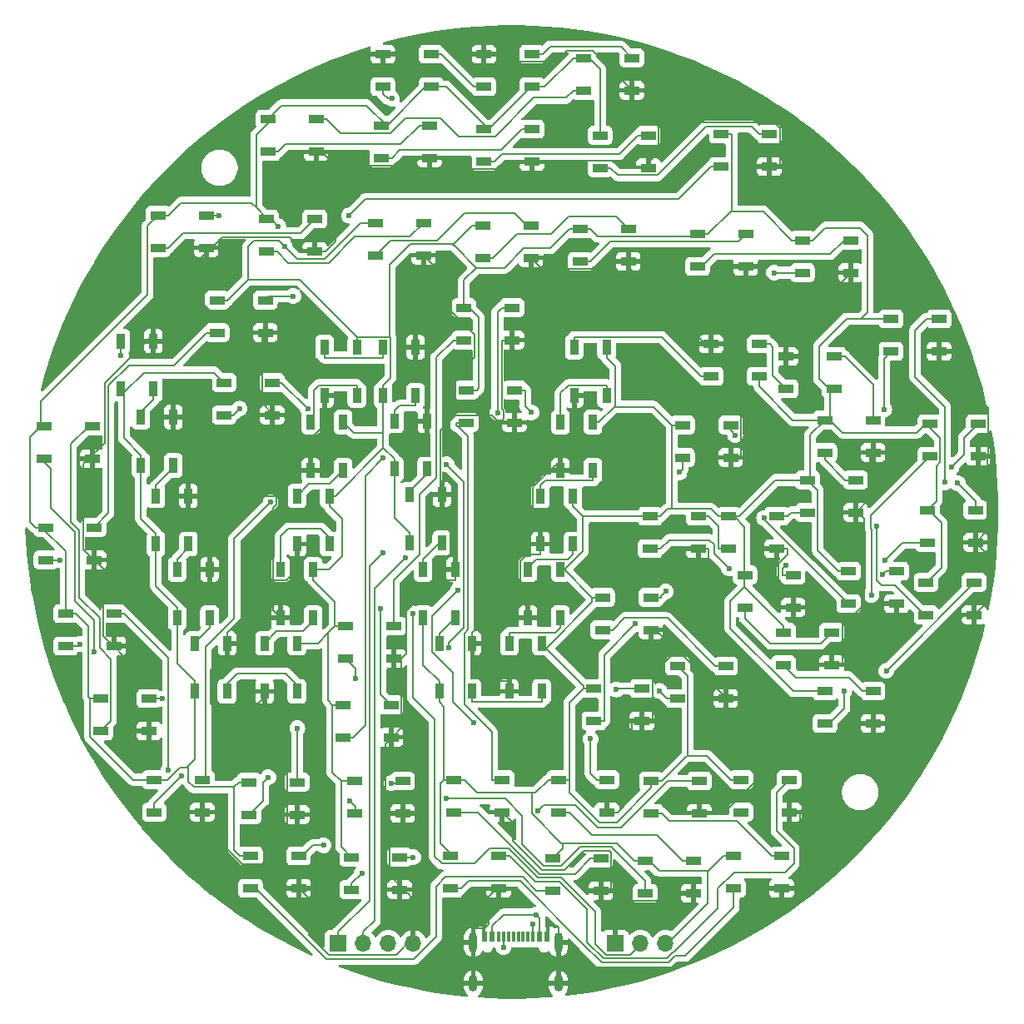
<source format=gbr>
%TF.GenerationSoftware,KiCad,Pcbnew,8.0.2*%
%TF.CreationDate,2025-03-09T15:23:07+01:00*%
%TF.ProjectId,WRadioLogo,57526164-696f-44c6-9f67-6f2e6b696361,rev?*%
%TF.SameCoordinates,Original*%
%TF.FileFunction,Copper,L1,Top*%
%TF.FilePolarity,Positive*%
%FSLAX46Y46*%
G04 Gerber Fmt 4.6, Leading zero omitted, Abs format (unit mm)*
G04 Created by KiCad (PCBNEW 8.0.2) date 2025-03-09 15:23:07*
%MOMM*%
%LPD*%
G01*
G04 APERTURE LIST*
%TA.AperFunction,SMDPad,CuDef*%
%ADD10R,1.500000X0.900000*%
%TD*%
%TA.AperFunction,SMDPad,CuDef*%
%ADD11R,0.900000X1.500000*%
%TD*%
%TA.AperFunction,SMDPad,CuDef*%
%ADD12R,0.600000X1.140000*%
%TD*%
%TA.AperFunction,SMDPad,CuDef*%
%ADD13R,0.300000X1.140000*%
%TD*%
%TA.AperFunction,ComponentPad*%
%ADD14O,0.900000X2.000000*%
%TD*%
%TA.AperFunction,ComponentPad*%
%ADD15O,0.900000X1.700000*%
%TD*%
%TA.AperFunction,ComponentPad*%
%ADD16R,1.700000X1.700000*%
%TD*%
%TA.AperFunction,ComponentPad*%
%ADD17O,1.700000X1.700000*%
%TD*%
%TA.AperFunction,ViaPad*%
%ADD18C,0.600000*%
%TD*%
%TA.AperFunction,Conductor*%
%ADD19C,0.200000*%
%TD*%
G04 APERTURE END LIST*
D10*
%TO.P,D49,1,VDD*%
%TO.N,+5V*%
X118708000Y-111634000D03*
%TO.P,D49,2,DOUT*%
%TO.N,Net-(D49-DOUT)*%
X118708000Y-114934000D03*
%TO.P,D49,3,VSS*%
%TO.N,GND*%
X123608000Y-114934000D03*
%TO.P,D49,4,DIN*%
%TO.N,Net-(D48-DOUT)*%
X123608000Y-111634000D03*
%TD*%
D11*
%TO.P,D12,1,VDD*%
%TO.N,+5V*%
X123699000Y-95668000D03*
%TO.P,D12,2,DOUT*%
%TO.N,Net-(D12-DOUT)*%
X126999000Y-95668000D03*
%TO.P,D12,3,VSS*%
%TO.N,GND*%
X126999000Y-90768000D03*
%TO.P,D12,4,DIN*%
%TO.N,Net-(D11-DOUT)*%
X123699000Y-90768000D03*
%TD*%
D10*
%TO.P,D76,1,VDD*%
%TO.N,+5V*%
X158967000Y-127255000D03*
%TO.P,D76,2,DOUT*%
%TO.N,unconnected-(D76-DOUT-Pad2)*%
X158967000Y-130555000D03*
%TO.P,D76,3,VSS*%
%TO.N,GND*%
X163867000Y-130555000D03*
%TO.P,D76,4,DIN*%
%TO.N,Net-(D75-DIN)*%
X163867000Y-127255000D03*
%TD*%
D11*
%TO.P,D8,1,VDD*%
%TO.N,+5V*%
X117093000Y-98388000D03*
%TO.P,D8,2,DOUT*%
%TO.N,Net-(D8-DOUT)*%
X113793000Y-98388000D03*
%TO.P,D8,3,VSS*%
%TO.N,GND*%
X113793000Y-103288000D03*
%TO.P,D8,4,DIN*%
%TO.N,Net-(D7-DOUT)*%
X117093000Y-103288000D03*
%TD*%
D10*
%TO.P,D25,1,VDD*%
%TO.N,+5V*%
X157697000Y-100458000D03*
%TO.P,D25,2,DOUT*%
%TO.N,Net-(D25-DOUT)*%
X157697000Y-103758000D03*
%TO.P,D25,3,VSS*%
%TO.N,GND*%
X162597000Y-103758000D03*
%TO.P,D25,4,DIN*%
%TO.N,Net-(D24-DOUT)*%
X162597000Y-100458000D03*
%TD*%
D11*
%TO.P,D11,1,VDD*%
%TO.N,+5V*%
X122556000Y-88175000D03*
%TO.P,D11,2,DOUT*%
%TO.N,Net-(D11-DOUT)*%
X125856000Y-88175000D03*
%TO.P,D11,3,VSS*%
%TO.N,GND*%
X125856000Y-83275000D03*
%TO.P,D11,4,DIN*%
%TO.N,Net-(D10-DOUT)*%
X122556000Y-83275000D03*
%TD*%
D10*
%TO.P,D63,1,VDD*%
%TO.N,+5V*%
X152998000Y-91187000D03*
%TO.P,D63,2,DOUT*%
%TO.N,Net-(D63-DOUT)*%
X152998000Y-94487000D03*
%TO.P,D63,3,VSS*%
%TO.N,GND*%
X157898000Y-94487000D03*
%TO.P,D63,4,DIN*%
%TO.N,Net-(D62-DOUT)*%
X157898000Y-91187000D03*
%TD*%
D11*
%TO.P,D4,1,VDD*%
%TO.N,+5V*%
X101601000Y-110781000D03*
%TO.P,D4,2,DOUT*%
%TO.N,Net-(D4-DOUT)*%
X104901000Y-110781000D03*
%TO.P,D4,3,VSS*%
%TO.N,GND*%
X104901000Y-105881000D03*
%TO.P,D4,4,DIN*%
%TO.N,Net-(D3-DOUT)*%
X101601000Y-105881000D03*
%TD*%
D10*
%TO.P,D51,1,VDD*%
%TO.N,+5V*%
X174207000Y-80392000D03*
%TO.P,D51,2,DOUT*%
%TO.N,Net-(D51-DOUT)*%
X174207000Y-83692000D03*
%TO.P,D51,3,VSS*%
%TO.N,GND*%
X179107000Y-83692000D03*
%TO.P,D51,4,DIN*%
%TO.N,Net-(D50-DOUT)*%
X179107000Y-80392000D03*
%TD*%
D11*
%TO.P,D3,1,VDD*%
%TO.N,+5V*%
X99442000Y-103288000D03*
%TO.P,D3,2,DOUT*%
%TO.N,Net-(D3-DOUT)*%
X102742000Y-103288000D03*
%TO.P,D3,3,VSS*%
%TO.N,GND*%
X102742000Y-98388000D03*
%TO.P,D3,4,DIN*%
%TO.N,Net-(D2-DOUT)*%
X99442000Y-98388000D03*
%TD*%
D10*
%TO.P,D28,1,VDD*%
%TO.N,+5V*%
X163285000Y-112269000D03*
%TO.P,D28,2,DOUT*%
%TO.N,Net-(D28-DOUT)*%
X163285000Y-115569000D03*
%TO.P,D28,3,VSS*%
%TO.N,GND*%
X168185000Y-115569000D03*
%TO.P,D28,4,DIN*%
%TO.N,Net-(D27-DOUT)*%
X168185000Y-112269000D03*
%TD*%
%TO.P,D64,1,VDD*%
%TO.N,+5V*%
X99277000Y-127255000D03*
%TO.P,D64,2,DOUT*%
%TO.N,Net-(D64-DOUT)*%
X99277000Y-130555000D03*
%TO.P,D64,3,VSS*%
%TO.N,GND*%
X104177000Y-130555000D03*
%TO.P,D64,4,DIN*%
%TO.N,Net-(D63-DOUT)*%
X104177000Y-127255000D03*
%TD*%
%TO.P,D55,1,VDD*%
%TO.N,+5V*%
X177890000Y-99823000D03*
%TO.P,D55,2,DOUT*%
%TO.N,Net-(D55-DOUT)*%
X177890000Y-103123000D03*
%TO.P,D55,3,VSS*%
%TO.N,GND*%
X182790000Y-103123000D03*
%TO.P,D55,4,DIN*%
%TO.N,Net-(D54-DOUT)*%
X182790000Y-99823000D03*
%TD*%
D11*
%TO.P,D15,1,VDD*%
%TO.N,+5V*%
X128271000Y-118274000D03*
%TO.P,D15,2,DOUT*%
%TO.N,Net-(D15-DOUT)*%
X131571000Y-118274000D03*
%TO.P,D15,3,VSS*%
%TO.N,GND*%
X131571000Y-113374000D03*
%TO.P,D15,4,DIN*%
%TO.N,Net-(D14-DOUT)*%
X128271000Y-113374000D03*
%TD*%
%TO.P,D17,1,VDD*%
%TO.N,+5V*%
X140588000Y-105881000D03*
%TO.P,D17,2,DOUT*%
%TO.N,Net-(D17-DOUT)*%
X137288000Y-105881000D03*
%TO.P,D17,3,VSS*%
%TO.N,GND*%
X137288000Y-110781000D03*
%TO.P,D17,4,DIN*%
%TO.N,Net-(D16-DOUT)*%
X140588000Y-110781000D03*
%TD*%
%TO.P,D6,1,VDD*%
%TO.N,+5V*%
X113791000Y-113374000D03*
%TO.P,D6,2,DOUT*%
%TO.N,Net-(D6-DOUT)*%
X110491000Y-113374000D03*
%TO.P,D6,3,VSS*%
%TO.N,GND*%
X110491000Y-118274000D03*
%TO.P,D6,4,DIN*%
%TO.N,Net-(D5-DOUT)*%
X113791000Y-118274000D03*
%TD*%
D10*
%TO.P,D62,1,VDD*%
%TO.N,+5V*%
X177763000Y-107189000D03*
%TO.P,D62,2,DOUT*%
%TO.N,Net-(D62-DOUT)*%
X177763000Y-110489000D03*
%TO.P,D62,3,VSS*%
%TO.N,GND*%
X182663000Y-110489000D03*
%TO.P,D62,4,DIN*%
%TO.N,Net-(D61-DOUT)*%
X182663000Y-107189000D03*
%TD*%
%TO.P,D37,1,VDD*%
%TO.N,+5V*%
X156935000Y-61596000D03*
%TO.P,D37,2,DOUT*%
%TO.N,Net-(D37-DOUT)*%
X156935000Y-64896000D03*
%TO.P,D37,3,VSS*%
%TO.N,GND*%
X161835000Y-64896000D03*
%TO.P,D37,4,DIN*%
%TO.N,Net-(D36-DOUT)*%
X161835000Y-61596000D03*
%TD*%
%TO.P,D24,1,VDD*%
%TO.N,+5V*%
X165698000Y-96775000D03*
%TO.P,D24,2,DOUT*%
%TO.N,Net-(D24-DOUT)*%
X165698000Y-100075000D03*
%TO.P,D24,3,VSS*%
%TO.N,GND*%
X170598000Y-100075000D03*
%TO.P,D24,4,DIN*%
%TO.N,Net-(D23-DOUT)*%
X170598000Y-96775000D03*
%TD*%
%TO.P,D68,1,VDD*%
%TO.N,+5V*%
X139790000Y-135256000D03*
%TO.P,D68,2,DOUT*%
%TO.N,Net-(D68-DOUT)*%
X139790000Y-138556000D03*
%TO.P,D68,3,VSS*%
%TO.N,GND*%
X144690000Y-138556000D03*
%TO.P,D68,4,DIN*%
%TO.N,Net-(D67-DOUT)*%
X144690000Y-135256000D03*
%TD*%
%TO.P,D72,1,VDD*%
%TO.N,+5V*%
X119343000Y-135129000D03*
%TO.P,D72,2,DOUT*%
%TO.N,Net-(D71-DOUT)*%
X119343000Y-138429000D03*
%TO.P,D72,3,VSS*%
%TO.N,GND*%
X124243000Y-138429000D03*
%TO.P,D72,4,DIN*%
%TO.N,Net-(D72-DIN)*%
X124243000Y-135129000D03*
%TD*%
%TO.P,D70,1,VDD*%
%TO.N,+5V*%
X140425000Y-127255000D03*
%TO.P,D70,2,DOUT*%
%TO.N,Net-(D70-DOUT)*%
X140425000Y-130555000D03*
%TO.P,D70,3,VSS*%
%TO.N,GND*%
X145325000Y-130555000D03*
%TO.P,D70,4,DIN*%
%TO.N,Net-(D69-DIN)*%
X145325000Y-127255000D03*
%TD*%
%TO.P,D60,1,VDD*%
%TO.N,+5V*%
X178144000Y-91060000D03*
%TO.P,D60,2,DOUT*%
%TO.N,Net-(D60-DOUT)*%
X178144000Y-94360000D03*
%TO.P,D60,3,VSS*%
%TO.N,GND*%
X183044000Y-94360000D03*
%TO.P,D60,4,DIN*%
%TO.N,Net-(D59-DOUT)*%
X183044000Y-91060000D03*
%TD*%
D11*
%TO.P,D5,1,VDD*%
%TO.N,+5V*%
X103379000Y-118274000D03*
%TO.P,D5,2,DOUT*%
%TO.N,Net-(D5-DOUT)*%
X106679000Y-118274000D03*
%TO.P,D5,3,VSS*%
%TO.N,GND*%
X106679000Y-113374000D03*
%TO.P,D5,4,DIN*%
%TO.N,Net-(D4-DOUT)*%
X103379000Y-113374000D03*
%TD*%
%TO.P,D10,1,VDD*%
%TO.N,+5V*%
X119887000Y-83275000D03*
%TO.P,D10,2,DOUT*%
%TO.N,Net-(D10-DOUT)*%
X116587000Y-83275000D03*
%TO.P,D10,3,VSS*%
%TO.N,GND*%
X116587000Y-88175000D03*
%TO.P,D10,4,DIN*%
%TO.N,Net-(D10-DIN)*%
X119887000Y-88175000D03*
%TD*%
%TO.P,D18,1,VDD*%
%TO.N,+5V*%
X141858000Y-98388000D03*
%TO.P,D18,2,DOUT*%
%TO.N,Net-(D18-DOUT)*%
X138558000Y-98388000D03*
%TO.P,D18,3,VSS*%
%TO.N,GND*%
X138558000Y-103288000D03*
%TO.P,D18,4,DIN*%
%TO.N,Net-(D17-DOUT)*%
X141858000Y-103288000D03*
%TD*%
%TO.P,D20,1,VDD*%
%TO.N,+5V*%
X145287000Y-83275000D03*
%TO.P,D20,2,DOUT*%
%TO.N,Net-(D20-DOUT)*%
X141987000Y-83275000D03*
%TO.P,D20,3,VSS*%
%TO.N,GND*%
X141987000Y-88175000D03*
%TO.P,D20,4,DIN*%
%TO.N,Net-(D19-DOUT)*%
X145287000Y-88175000D03*
%TD*%
D10*
%TO.P,D21,1,VDD*%
%TO.N,+5V*%
X160819000Y-86232000D03*
%TO.P,D21,2,DOUT*%
%TO.N,Net-(D21-DOUT)*%
X160819000Y-82932000D03*
%TO.P,D21,3,VSS*%
%TO.N,GND*%
X155919000Y-82932000D03*
%TO.P,D21,4,DIN*%
%TO.N,Net-(D20-DOUT)*%
X155919000Y-86232000D03*
%TD*%
%TO.P,D43,1,VDD*%
%TO.N,+5V*%
X154522000Y-71756000D03*
%TO.P,D43,2,DOUT*%
%TO.N,Net-(D43-DOUT)*%
X154522000Y-75056000D03*
%TO.P,D43,3,VSS*%
%TO.N,GND*%
X159422000Y-75056000D03*
%TO.P,D43,4,DIN*%
%TO.N,Net-(D42-DOUT)*%
X159422000Y-71756000D03*
%TD*%
%TO.P,D44,1,VDD*%
%TO.N,+5V*%
X165190000Y-72391000D03*
%TO.P,D44,2,DOUT*%
%TO.N,Net-(D44-DOUT)*%
X165190000Y-75691000D03*
%TO.P,D44,3,VSS*%
%TO.N,GND*%
X170090000Y-75691000D03*
%TO.P,D44,4,DIN*%
%TO.N,Net-(D43-DOUT)*%
X170090000Y-72391000D03*
%TD*%
%TO.P,D46,1,VDD*%
%TO.N,+5V*%
X88265000Y-101600000D03*
%TO.P,D46,2,DOUT*%
%TO.N,Net-(D46-DOUT)*%
X88265000Y-104900000D03*
%TO.P,D46,3,VSS*%
%TO.N,GND*%
X93165000Y-104900000D03*
%TO.P,D46,4,DIN*%
%TO.N,Net-(D45-DOUT)*%
X93165000Y-101600000D03*
%TD*%
%TO.P,D41,1,VDD*%
%TO.N,+5V*%
X132678000Y-70867000D03*
%TO.P,D41,2,DOUT*%
%TO.N,Net-(D41-DOUT)*%
X132678000Y-74167000D03*
%TO.P,D41,3,VSS*%
%TO.N,GND*%
X137578000Y-74167000D03*
%TO.P,D41,4,DIN*%
%TO.N,Net-(D40-DOUT)*%
X137578000Y-70867000D03*
%TD*%
%TO.P,D29,1,VDD*%
%TO.N,+5V*%
X167476000Y-118238000D03*
%TO.P,D29,2,DOUT*%
%TO.N,Net-(D29-DOUT)*%
X167476000Y-121538000D03*
%TO.P,D29,3,VSS*%
%TO.N,GND*%
X172376000Y-121538000D03*
%TO.P,D29,4,DIN*%
%TO.N,Net-(D28-DOUT)*%
X172376000Y-118238000D03*
%TD*%
D12*
%TO.P,J1,A1_B12,GND*%
%TO.N,GND*%
X132845000Y-143216500D03*
%TO.P,J1,A4_B9,VBUS*%
%TO.N,Net-(D77-PadA)*%
X133645000Y-143216500D03*
D13*
%TO.P,J1,A5,CC1*%
%TO.N,Net-(J1-CC1)*%
X134795000Y-143216500D03*
%TO.P,J1,A6,DP1*%
%TO.N,unconnected-(J1-DP1-PadA6)*%
X135795000Y-143216500D03*
%TO.P,J1,A7,DN1*%
%TO.N,unconnected-(J1-DN1-PadA7)*%
X136295000Y-143216500D03*
%TO.P,J1,A8,SBU1*%
%TO.N,unconnected-(J1-SBU1-PadA8)*%
X137295000Y-143216500D03*
D12*
%TO.P,J1,B1_A12,GND*%
%TO.N,GND*%
X139245000Y-143216500D03*
%TO.P,J1,B4_A9,VBUS*%
%TO.N,Net-(D77-PadA)*%
X138445000Y-143216500D03*
D13*
%TO.P,J1,B5,CC2*%
%TO.N,Net-(J1-CC2)*%
X137795000Y-143216500D03*
%TO.P,J1,B6,DP2*%
%TO.N,unconnected-(J1-DP2-PadB6)*%
X136795000Y-143216500D03*
%TO.P,J1,B7,DN2*%
%TO.N,unconnected-(J1-DN2-PadB7)*%
X135295000Y-143216500D03*
%TO.P,J1,B8,SBU2*%
%TO.N,unconnected-(J1-SBU2-PadB8)*%
X134295000Y-143216500D03*
D14*
%TO.P,J1,S1,SHIELD*%
%TO.N,GND*%
X131720000Y-143796500D03*
%TO.P,J1,S2,SHIELD*%
X140370000Y-143796500D03*
D15*
%TO.P,J1,S3,SHIELD*%
X131720000Y-147966500D03*
%TO.P,J1,S4,SHIELD*%
X140370000Y-147966500D03*
%TD*%
D10*
%TO.P,D27,1,VDD*%
%TO.N,+5V*%
X159348000Y-106427000D03*
%TO.P,D27,2,DOUT*%
%TO.N,Net-(D27-DOUT)*%
X159348000Y-109727000D03*
%TO.P,D27,3,VSS*%
%TO.N,GND*%
X164248000Y-109727000D03*
%TO.P,D27,4,DIN*%
%TO.N,Net-(D26-DOUT)*%
X164248000Y-106427000D03*
%TD*%
D11*
%TO.P,D7,1,VDD*%
%TO.N,+5V*%
X115442000Y-105881000D03*
%TO.P,D7,2,DOUT*%
%TO.N,Net-(D7-DOUT)*%
X112142000Y-105881000D03*
%TO.P,D7,3,VSS*%
%TO.N,GND*%
X112142000Y-110781000D03*
%TO.P,D7,4,DIN*%
%TO.N,Net-(D6-DOUT)*%
X115442000Y-110781000D03*
%TD*%
D16*
%TO.P,J2,1,Pin_1*%
%TO.N,SWCLK*%
X117993000Y-143891000D03*
D17*
%TO.P,J2,2,Pin_2*%
%TO.N,SWDIO*%
X120533000Y-143891000D03*
%TO.P,J2,3,Pin_3*%
%TO.N,+3.3V*%
X123073000Y-143891000D03*
%TO.P,J2,4,Pin_4*%
%TO.N,GND*%
X125613000Y-143891000D03*
%TD*%
D10*
%TO.P,D23,1,VDD*%
%TO.N,+5V*%
X167476000Y-90679000D03*
%TO.P,D23,2,DOUT*%
%TO.N,Net-(D23-DOUT)*%
X167476000Y-93979000D03*
%TO.P,D23,3,VSS*%
%TO.N,GND*%
X172376000Y-93979000D03*
%TO.P,D23,4,DIN*%
%TO.N,Net-(D22-DOUT)*%
X172376000Y-90679000D03*
%TD*%
%TO.P,D52,1,VDD*%
%TO.N,+5V*%
X144870000Y-108713000D03*
%TO.P,D52,2,DOUT*%
%TO.N,Net-(D52-DOUT)*%
X144870000Y-112013000D03*
%TO.P,D52,3,VSS*%
%TO.N,GND*%
X149770000Y-112013000D03*
%TO.P,D52,4,DIN*%
%TO.N,Net-(D51-DOUT)*%
X149770000Y-108713000D03*
%TD*%
%TO.P,D40,1,VDD*%
%TO.N,+5V*%
X121756000Y-70613000D03*
%TO.P,D40,2,DOUT*%
%TO.N,Net-(D40-DOUT)*%
X121756000Y-73913000D03*
%TO.P,D40,3,VSS*%
%TO.N,GND*%
X126656000Y-73913000D03*
%TO.P,D40,4,DIN*%
%TO.N,Net-(D39-DOUT)*%
X126656000Y-70613000D03*
%TD*%
%TO.P,D45,1,VDD*%
%TO.N,+5V*%
X105664000Y-78488000D03*
%TO.P,D45,2,DOUT*%
%TO.N,Net-(D45-DOUT)*%
X105664000Y-81788000D03*
%TO.P,D45,3,VSS*%
%TO.N,GND*%
X110564000Y-81788000D03*
%TO.P,D45,4,DIN*%
%TO.N,Net-(D44-DOUT)*%
X110564000Y-78488000D03*
%TD*%
%TO.P,D39,1,VDD*%
%TO.N,+5V*%
X110707000Y-70232000D03*
%TO.P,D39,2,DOUT*%
%TO.N,Net-(D39-DOUT)*%
X110707000Y-73532000D03*
%TO.P,D39,3,VSS*%
%TO.N,GND*%
X115607000Y-73532000D03*
%TO.P,D39,4,DIN*%
%TO.N,Net-(D38-DOUT)*%
X115607000Y-70232000D03*
%TD*%
%TO.P,D22,1,VDD*%
%TO.N,+5V*%
X168439000Y-87502000D03*
%TO.P,D22,2,DOUT*%
%TO.N,Net-(D22-DOUT)*%
X168439000Y-84202000D03*
%TO.P,D22,3,VSS*%
%TO.N,GND*%
X163539000Y-84202000D03*
%TO.P,D22,4,DIN*%
%TO.N,Net-(D21-DOUT)*%
X163539000Y-87502000D03*
%TD*%
%TO.P,D53,1,VDD*%
%TO.N,+5V*%
X152490000Y-115698000D03*
%TO.P,D53,2,DOUT*%
%TO.N,Net-(D53-DOUT)*%
X152490000Y-118998000D03*
%TO.P,D53,3,VSS*%
%TO.N,GND*%
X157390000Y-118998000D03*
%TO.P,D53,4,DIN*%
%TO.N,Net-(D52-DOUT)*%
X157390000Y-115698000D03*
%TD*%
%TO.P,D34,1,VDD*%
%TO.N,+5V*%
X122391000Y-60707000D03*
%TO.P,D34,2,DOUT*%
%TO.N,Net-(D34-DOUT)*%
X122391000Y-64007000D03*
%TO.P,D34,3,VSS*%
%TO.N,GND*%
X127291000Y-64007000D03*
%TO.P,D34,4,DIN*%
%TO.N,Net-(D33-DOUT)*%
X127291000Y-60707000D03*
%TD*%
%TO.P,D71,1,VDD*%
%TO.N,+5V*%
X149188000Y-135510000D03*
%TO.P,D71,2,DOUT*%
%TO.N,Net-(D71-DOUT)*%
X149188000Y-138810000D03*
%TO.P,D71,3,VSS*%
%TO.N,GND*%
X154088000Y-138810000D03*
%TO.P,D71,4,DIN*%
%TO.N,Net-(D70-DOUT)*%
X154088000Y-135510000D03*
%TD*%
D11*
%TO.P,D1,1,VDD*%
%TO.N,+5V*%
X95886000Y-87540000D03*
%TO.P,D1,2,DOUT*%
%TO.N,Net-(D1-DOUT)*%
X99186000Y-87540000D03*
%TO.P,D1,3,VSS*%
%TO.N,GND*%
X99186000Y-82640000D03*
%TO.P,D1,4,DIN*%
%TO.N,DIN*%
X95886000Y-82640000D03*
%TD*%
D10*
%TO.P,D26,1,VDD*%
%TO.N,+5V*%
X149696000Y-100458000D03*
%TO.P,D26,2,DOUT*%
%TO.N,Net-(D26-DOUT)*%
X149696000Y-103758000D03*
%TO.P,D26,3,VSS*%
%TO.N,GND*%
X154596000Y-103758000D03*
%TO.P,D26,4,DIN*%
%TO.N,Net-(D25-DOUT)*%
X154596000Y-100458000D03*
%TD*%
%TO.P,D38,1,VDD*%
%TO.N,+5V*%
X99658000Y-69851000D03*
%TO.P,D38,2,DOUT*%
%TO.N,Net-(D38-DOUT)*%
X99658000Y-73151000D03*
%TO.P,D38,3,VSS*%
%TO.N,GND*%
X104558000Y-73151000D03*
%TO.P,D38,4,DIN*%
%TO.N,Net-(D37-DOUT)*%
X104558000Y-69851000D03*
%TD*%
%TO.P,D30,1,VDD*%
%TO.N,+5V*%
X127418000Y-56768000D03*
%TO.P,D30,2,DOUT*%
%TO.N,Net-(D30-DOUT)*%
X127418000Y-53468000D03*
%TO.P,D30,3,VSS*%
%TO.N,GND*%
X122518000Y-53468000D03*
%TO.P,D30,4,DIN*%
%TO.N,Net-(D29-DOUT)*%
X122518000Y-56768000D03*
%TD*%
%TO.P,D59,1,VDD*%
%TO.N,+5V*%
X90260000Y-110364000D03*
%TO.P,D59,2,DOUT*%
%TO.N,Net-(D59-DOUT)*%
X90260000Y-113664000D03*
%TO.P,D59,3,VSS*%
%TO.N,GND*%
X95160000Y-113664000D03*
%TO.P,D59,4,DIN*%
%TO.N,Net-(D58-DOUT)*%
X95160000Y-110364000D03*
%TD*%
%TO.P,D31,1,VDD*%
%TO.N,+5V*%
X137705000Y-56768000D03*
%TO.P,D31,2,DOUT*%
%TO.N,Net-(D31-DOUT)*%
X137705000Y-53468000D03*
%TO.P,D31,3,VSS*%
%TO.N,GND*%
X132805000Y-53468000D03*
%TO.P,D31,4,DIN*%
%TO.N,Net-(D30-DOUT)*%
X132805000Y-56768000D03*
%TD*%
D11*
%TO.P,D14,1,VDD*%
%TO.N,+5V*%
X126620000Y-110781000D03*
%TO.P,D14,2,DOUT*%
%TO.N,Net-(D14-DOUT)*%
X129920000Y-110781000D03*
%TO.P,D14,3,VSS*%
%TO.N,GND*%
X129920000Y-105881000D03*
%TO.P,D14,4,DIN*%
%TO.N,Net-(D13-DOUT)*%
X126620000Y-105881000D03*
%TD*%
D10*
%TO.P,D32,1,VDD*%
%TO.N,+5V*%
X142965000Y-53849000D03*
%TO.P,D32,2,DOUT*%
%TO.N,Net-(D32-DOUT)*%
X142965000Y-57149000D03*
%TO.P,D32,3,VSS*%
%TO.N,GND*%
X147865000Y-57149000D03*
%TO.P,D32,4,DIN*%
%TO.N,Net-(D31-DOUT)*%
X147865000Y-53849000D03*
%TD*%
%TO.P,D58,1,VDD*%
%TO.N,+5V*%
X119634000Y-127383000D03*
%TO.P,D58,2,DOUT*%
%TO.N,Net-(D58-DOUT)*%
X119634000Y-130683000D03*
%TO.P,D58,3,VSS*%
%TO.N,GND*%
X124534000Y-130683000D03*
%TO.P,D58,4,DIN*%
%TO.N,Net-(D57-DOUT)*%
X124534000Y-127383000D03*
%TD*%
%TO.P,D73,1,VDD*%
%TO.N,+5V*%
X149823000Y-127382000D03*
%TO.P,D73,2,DOUT*%
%TO.N,Net-(D73-DOUT)*%
X149823000Y-130682000D03*
%TO.P,D73,3,VSS*%
%TO.N,GND*%
X154723000Y-130682000D03*
%TO.P,D73,4,DIN*%
%TO.N,Net-(D72-DIN)*%
X154723000Y-127382000D03*
%TD*%
%TO.P,D67,1,VDD*%
%TO.N,+5V*%
X129757000Y-127255000D03*
%TO.P,D67,2,DOUT*%
%TO.N,Net-(D67-DOUT)*%
X129757000Y-130555000D03*
%TO.P,D67,3,VSS*%
%TO.N,GND*%
X134657000Y-130555000D03*
%TO.P,D67,4,DIN*%
%TO.N,Net-(D66-DOUT)*%
X134657000Y-127255000D03*
%TD*%
%TO.P,D47,1,VDD*%
%TO.N,+5V*%
X118454000Y-119635000D03*
%TO.P,D47,2,DOUT*%
%TO.N,Net-(D47-DOUT)*%
X118454000Y-122935000D03*
%TO.P,D47,3,VSS*%
%TO.N,GND*%
X123354000Y-122935000D03*
%TO.P,D47,4,DIN*%
%TO.N,Net-(D46-DOUT)*%
X123354000Y-119635000D03*
%TD*%
%TO.P,D69,1,VDD*%
%TO.N,+5V*%
X109056000Y-135002000D03*
%TO.P,D69,2,DOUT*%
%TO.N,Net-(D68-DOUT)*%
X109056000Y-138302000D03*
%TO.P,D69,3,VSS*%
%TO.N,GND*%
X113956000Y-138302000D03*
%TO.P,D69,4,DIN*%
%TO.N,Net-(D69-DIN)*%
X113956000Y-135002000D03*
%TD*%
%TO.P,D42,1,VDD*%
%TO.N,+5V*%
X142584000Y-71248000D03*
%TO.P,D42,2,DOUT*%
%TO.N,Net-(D42-DOUT)*%
X142584000Y-74548000D03*
%TO.P,D42,3,VSS*%
%TO.N,GND*%
X147484000Y-74548000D03*
%TO.P,D42,4,DIN*%
%TO.N,Net-(D41-DOUT)*%
X147484000Y-71248000D03*
%TD*%
%TO.P,D50,1,VDD*%
%TO.N,+5V*%
X143981000Y-117984000D03*
%TO.P,D50,2,DOUT*%
%TO.N,Net-(D50-DOUT)*%
X143981000Y-121284000D03*
%TO.P,D50,3,VSS*%
%TO.N,GND*%
X148881000Y-121284000D03*
%TO.P,D50,4,DIN*%
%TO.N,Net-(D49-DOUT)*%
X148881000Y-117984000D03*
%TD*%
%TO.P,D61,1,VDD*%
%TO.N,+5V*%
X108929000Y-127509000D03*
%TO.P,D61,2,DOUT*%
%TO.N,Net-(D61-DOUT)*%
X108929000Y-130809000D03*
%TO.P,D61,3,VSS*%
%TO.N,GND*%
X113829000Y-130809000D03*
%TO.P,D61,4,DIN*%
%TO.N,Net-(D60-DOUT)*%
X113829000Y-127509000D03*
%TD*%
%TO.P,D75,1,VDD*%
%TO.N,+5V*%
X129413000Y-135001000D03*
%TO.P,D75,2,DOUT*%
%TO.N,Net-(D74-DOUT)*%
X129413000Y-138301000D03*
%TO.P,D75,3,VSS*%
%TO.N,GND*%
X134313000Y-138301000D03*
%TO.P,D75,4,DIN*%
%TO.N,Net-(D75-DIN)*%
X134313000Y-135001000D03*
%TD*%
%TO.P,D65,1,VDD*%
%TO.N,+5V*%
X169889000Y-106046000D03*
%TO.P,D65,2,DOUT*%
%TO.N,Net-(D65-DOUT)*%
X169889000Y-109346000D03*
%TO.P,D65,3,VSS*%
%TO.N,GND*%
X174789000Y-109346000D03*
%TO.P,D65,4,DIN*%
%TO.N,Net-(D64-DOUT)*%
X174789000Y-106046000D03*
%TD*%
D11*
%TO.P,D13,1,VDD*%
%TO.N,+5V*%
X125223000Y-103161000D03*
%TO.P,D13,2,DOUT*%
%TO.N,Net-(D13-DOUT)*%
X128523000Y-103161000D03*
%TO.P,D13,3,VSS*%
%TO.N,GND*%
X128523000Y-98261000D03*
%TO.P,D13,4,DIN*%
%TO.N,Net-(D12-DOUT)*%
X125223000Y-98261000D03*
%TD*%
D10*
%TO.P,D74,1,VDD*%
%TO.N,+5V*%
X158205000Y-135002000D03*
%TO.P,D74,2,DOUT*%
%TO.N,Net-(D74-DOUT)*%
X158205000Y-138302000D03*
%TO.P,D74,3,VSS*%
%TO.N,GND*%
X163105000Y-138302000D03*
%TO.P,D74,4,DIN*%
%TO.N,Net-(D73-DOUT)*%
X163105000Y-135002000D03*
%TD*%
%TO.P,D33,1,VDD*%
%TO.N,+5V*%
X110834000Y-60072000D03*
%TO.P,D33,2,DOUT*%
%TO.N,Net-(D33-DOUT)*%
X110834000Y-63372000D03*
%TO.P,D33,3,VSS*%
%TO.N,GND*%
X115734000Y-63372000D03*
%TO.P,D33,4,DIN*%
%TO.N,Net-(D32-DOUT)*%
X115734000Y-60072000D03*
%TD*%
D16*
%TO.P,J3,1,Pin_1*%
%TO.N,GND*%
X146177000Y-143891000D03*
D17*
%TO.P,J3,2,Pin_2*%
%TO.N,DIN*%
X148717000Y-143891000D03*
%TO.P,J3,3,Pin_3*%
%TO.N,+5V*%
X151257000Y-143891000D03*
%TD*%
D11*
%TO.P,D19,1,VDD*%
%TO.N,+5V*%
X143890000Y-90895000D03*
%TO.P,D19,2,DOUT*%
%TO.N,Net-(D19-DOUT)*%
X140590000Y-90895000D03*
%TO.P,D19,3,VSS*%
%TO.N,GND*%
X140590000Y-95795000D03*
%TO.P,D19,4,DIN*%
%TO.N,Net-(D18-DOUT)*%
X143890000Y-95795000D03*
%TD*%
%TO.P,D2,1,VDD*%
%TO.N,+5V*%
X97918000Y-95287000D03*
%TO.P,D2,2,DOUT*%
%TO.N,Net-(D2-DOUT)*%
X101218000Y-95287000D03*
%TO.P,D2,3,VSS*%
%TO.N,GND*%
X101218000Y-90387000D03*
%TO.P,D2,4,DIN*%
%TO.N,Net-(D1-DOUT)*%
X97918000Y-90387000D03*
%TD*%
D10*
%TO.P,D54,1,VDD*%
%TO.N,+5V*%
X106389000Y-86869000D03*
%TO.P,D54,2,DOUT*%
%TO.N,Net-(D54-DOUT)*%
X106389000Y-90169000D03*
%TO.P,D54,3,VSS*%
%TO.N,GND*%
X111289000Y-90169000D03*
%TO.P,D54,4,DIN*%
%TO.N,Net-(D53-DOUT)*%
X111289000Y-86869000D03*
%TD*%
%TO.P,D35,1,VDD*%
%TO.N,+5V*%
X132805000Y-61088000D03*
%TO.P,D35,2,DOUT*%
%TO.N,Net-(D35-DOUT)*%
X132805000Y-64388000D03*
%TO.P,D35,3,VSS*%
%TO.N,GND*%
X137705000Y-64388000D03*
%TO.P,D35,4,DIN*%
%TO.N,Net-(D34-DOUT)*%
X137705000Y-61088000D03*
%TD*%
%TO.P,D48,1,VDD*%
%TO.N,+5V*%
X130773000Y-79249000D03*
%TO.P,D48,2,DOUT*%
%TO.N,Net-(D48-DOUT)*%
X130773000Y-82549000D03*
%TO.P,D48,3,VSS*%
%TO.N,GND*%
X135673000Y-82549000D03*
%TO.P,D48,4,DIN*%
%TO.N,Net-(D47-DOUT)*%
X135673000Y-79249000D03*
%TD*%
%TO.P,D56,1,VDD*%
%TO.N,+5V*%
X93816000Y-119000000D03*
%TO.P,D56,2,DOUT*%
%TO.N,Net-(D56-DOUT)*%
X93816000Y-122300000D03*
%TO.P,D56,3,VSS*%
%TO.N,GND*%
X98716000Y-122300000D03*
%TO.P,D56,4,DIN*%
%TO.N,Net-(D55-DOUT)*%
X98716000Y-119000000D03*
%TD*%
D11*
%TO.P,D16,1,VDD*%
%TO.N,+5V*%
X138683000Y-113374000D03*
%TO.P,D16,2,DOUT*%
%TO.N,Net-(D16-DOUT)*%
X135383000Y-113374000D03*
%TO.P,D16,3,VSS*%
%TO.N,GND*%
X135383000Y-118274000D03*
%TO.P,D16,4,DIN*%
%TO.N,Net-(D15-DOUT)*%
X138683000Y-118274000D03*
%TD*%
D10*
%TO.P,D66,1,VDD*%
%TO.N,+5V*%
X131027000Y-87631000D03*
%TO.P,D66,2,DOUT*%
%TO.N,Net-(D66-DOUT)*%
X131027000Y-90931000D03*
%TO.P,D66,3,VSS*%
%TO.N,GND*%
X135927000Y-90931000D03*
%TO.P,D66,4,DIN*%
%TO.N,Net-(D65-DOUT)*%
X135927000Y-87631000D03*
%TD*%
%TO.P,D57,1,VDD*%
%TO.N,+5V*%
X88064000Y-91314000D03*
%TO.P,D57,2,DOUT*%
%TO.N,Net-(D57-DOUT)*%
X88064000Y-94614000D03*
%TO.P,D57,3,VSS*%
%TO.N,GND*%
X92964000Y-94614000D03*
%TO.P,D57,4,DIN*%
%TO.N,Net-(D56-DOUT)*%
X92964000Y-91314000D03*
%TD*%
D11*
%TO.P,D9,1,VDD*%
%TO.N,+5V*%
X118490000Y-90895000D03*
%TO.P,D9,2,DOUT*%
%TO.N,Net-(D10-DIN)*%
X115190000Y-90895000D03*
%TO.P,D9,3,VSS*%
%TO.N,GND*%
X115190000Y-95795000D03*
%TO.P,D9,4,DIN*%
%TO.N,Net-(D8-DOUT)*%
X118490000Y-95795000D03*
%TD*%
D10*
%TO.P,D36,1,VDD*%
%TO.N,+5V*%
X144616000Y-61723000D03*
%TO.P,D36,2,DOUT*%
%TO.N,Net-(D36-DOUT)*%
X144616000Y-65023000D03*
%TO.P,D36,3,VSS*%
%TO.N,GND*%
X149516000Y-65023000D03*
%TO.P,D36,4,DIN*%
%TO.N,Net-(D35-DOUT)*%
X149516000Y-61723000D03*
%TD*%
D18*
%TO.N,+5V*%
X111898400Y-70976000D03*
X112511400Y-72984100D03*
%TO.N,+3.3V*%
X130180700Y-107949200D03*
X131798600Y-121457300D03*
%TO.N,GND*%
X129359900Y-101544000D03*
X140657000Y-93257300D03*
%TO.N,Net-(D26-DOUT)*%
X163497200Y-105456400D03*
X157734000Y-105776200D03*
%TO.N,Net-(D29-DOUT)*%
X169439300Y-118238300D03*
X123444000Y-57989800D03*
%TO.N,Net-(D37-DOUT)*%
X105820300Y-69869800D03*
X119073000Y-69869800D03*
%TO.N,DIN*%
X125608900Y-110360400D03*
X95886000Y-84137400D03*
%TO.N,Net-(J1-CC1)*%
X134795000Y-144292200D03*
%TO.N,Net-(D44-DOUT)*%
X113411100Y-78067700D03*
X162306000Y-75692000D03*
%TO.N,Net-(D47-DOUT)*%
X122556000Y-94563700D03*
X134184500Y-89920600D03*
%TO.N,Net-(D49-DOUT)*%
X146279100Y-118082200D03*
X119759700Y-116954100D03*
%TO.N,Net-(D51-DOUT)*%
X151286200Y-108113100D03*
X173512000Y-89602900D03*
%TO.N,Net-(D53-DOUT)*%
X129232300Y-113832200D03*
X114874300Y-89560900D03*
X128995500Y-95165400D03*
X150678000Y-118233200D03*
%TO.N,Net-(D55-DOUT)*%
X100113950Y-119036950D03*
X173583400Y-104936400D03*
%TO.N,Net-(D57-DOUT)*%
X93193700Y-114217800D03*
X123409000Y-127604200D03*
%TO.N,Net-(D59-DOUT)*%
X91717600Y-113452600D03*
X180364475Y-95450425D03*
%TO.N,Net-(D61-DOUT)*%
X173718900Y-116184500D03*
X110870300Y-127002500D03*
%TO.N,Net-(D63-DOUT)*%
X111100900Y-99025600D03*
X152682900Y-96006800D03*
%TO.N,Net-(D65-DOUT)*%
X137630800Y-89903900D03*
X161297800Y-100642600D03*
%TO.N,Net-(D46-DOUT)*%
X89671300Y-104902000D03*
X122302300Y-109833100D03*
%TO.N,Net-(J1-CC2)*%
X137795000Y-141935800D03*
%TO.N,SWDIO*%
X124786400Y-104716500D03*
%TO.N,SWCLK*%
X122495400Y-104174800D03*
%TO.N,Net-(D50-DOUT)*%
X148222800Y-111413900D03*
X179690950Y-97013950D03*
%TO.N,Net-(D54-DOUT)*%
X107941600Y-89523100D03*
X180984600Y-97093800D03*
%TO.N,Net-(D58-DOUT)*%
X100727100Y-126309500D03*
X119126000Y-129387700D03*
%TO.N,Net-(D60-DOUT)*%
X113824600Y-122010300D03*
X172212000Y-108458000D03*
%TO.N,Net-(D62-DOUT)*%
X172767143Y-101466328D03*
X158349700Y-92202000D03*
%TO.N,Net-(D64-DOUT)*%
X102012800Y-126904800D03*
X173373815Y-106356585D03*
%TO.N,Net-(D69-DIN)*%
X143655700Y-123096600D03*
X116482000Y-133917800D03*
%TO.N,Net-(D71-DOUT)*%
X120394700Y-136779000D03*
X128961300Y-129157500D03*
%TO.N,Net-(D72-DIN)*%
X138266000Y-130441200D03*
X125603000Y-135128000D03*
%TO.N,Net-(D77-PadA)*%
X138106000Y-140970000D03*
%TD*%
D19*
%TO.N,+5V*%
X114058500Y-76394800D02*
X109645100Y-76394800D01*
X108808900Y-76394800D02*
X106715700Y-78488000D01*
X109655300Y-69084100D02*
X109151200Y-68580000D01*
X146038700Y-89324500D02*
X150083800Y-89324500D01*
X166749700Y-103958400D02*
X168837300Y-106046000D01*
X96201700Y-87855700D02*
X98205400Y-85852000D01*
X160819000Y-87286000D02*
X164212000Y-90679000D01*
X121756000Y-70613000D02*
X120241400Y-70613000D01*
X151946300Y-99706300D02*
X151946300Y-91187000D01*
X155648400Y-136506900D02*
X155161700Y-136506900D01*
X128271000Y-118274000D02*
X128271000Y-117222300D01*
X130773000Y-76446900D02*
X130773000Y-79249000D01*
X154522000Y-71756000D02*
X153996200Y-71756000D01*
X116968000Y-119200700D02*
X116968000Y-112322300D01*
X118364000Y-104521000D02*
X118364000Y-100710700D01*
X166878000Y-86466800D02*
X167913200Y-87502000D01*
X117656300Y-109147000D02*
X117656300Y-111634000D01*
X129662800Y-72830500D02*
X131626300Y-70867000D01*
X155575000Y-136506900D02*
X155575000Y-138739614D01*
X132116100Y-128562400D02*
X130808700Y-127255000D01*
X149607000Y-135510000D02*
X150603900Y-136506900D01*
X143511000Y-53849000D02*
X142965000Y-53849000D01*
X138683000Y-113899800D02*
X139120600Y-113899800D01*
X107379600Y-134377300D02*
X108004300Y-135002000D01*
X178810100Y-98902900D02*
X177890000Y-99823000D01*
X87840000Y-101600000D02*
X87213300Y-101600000D01*
X159311600Y-106427000D02*
X159311600Y-107622600D01*
X137664300Y-128562400D02*
X132116100Y-128562400D01*
X144387400Y-71999700D02*
X143635700Y-71248000D01*
X137607700Y-56768000D02*
X133287700Y-61088000D01*
X157697000Y-100458000D02*
X156645300Y-100458000D01*
X179195700Y-92536700D02*
X179195700Y-94976000D01*
X156645300Y-100458000D02*
X155893600Y-99706300D01*
X101601000Y-110255100D02*
X101601000Y-110781000D01*
X144526000Y-131572000D02*
X146304000Y-131572000D01*
X171069000Y-71120000D02*
X171831000Y-71882000D01*
X92764300Y-122908200D02*
X97111100Y-127255000D01*
X102774800Y-125790300D02*
X103379000Y-125186100D01*
X157153300Y-135002000D02*
X155648400Y-136506900D01*
X153541700Y-124815800D02*
X155476100Y-124815800D01*
X149823000Y-127382000D02*
X150874700Y-127382000D01*
X149823000Y-128053000D02*
X149823000Y-127382000D01*
X136884100Y-73196600D02*
X139583700Y-73196600D01*
X132805000Y-61088000D02*
X133287700Y-61088000D01*
X151511000Y-143891000D02*
X151257000Y-143891000D01*
X99442000Y-103288000D02*
X99442000Y-102236300D01*
X122391000Y-60707000D02*
X122916900Y-60707000D01*
X152998000Y-91187000D02*
X151946300Y-91187000D01*
X155476100Y-124815800D02*
X157915300Y-127255000D01*
X134886900Y-75193800D02*
X136884100Y-73196600D01*
X142929300Y-117708500D02*
X142929300Y-117984000D01*
X168439000Y-87502000D02*
X167913200Y-87502000D01*
X107379600Y-128006700D02*
X103294800Y-128006700D01*
X117402300Y-119635000D02*
X117402300Y-126494000D01*
X123196500Y-74923500D02*
X125311000Y-72809000D01*
X165989000Y-92166000D02*
X165989000Y-97028000D01*
X101601000Y-110781000D02*
X101601000Y-115444300D01*
X157986700Y-69443800D02*
X161191100Y-69443800D01*
X167476000Y-90679000D02*
X165989000Y-92166000D01*
X171831000Y-79710200D02*
X171149200Y-80392000D01*
X90260000Y-110364000D02*
X91311700Y-110364000D01*
X173256200Y-80392000D02*
X171149200Y-80392000D01*
X109655300Y-69084100D02*
X110707000Y-70135800D01*
X150603900Y-136506900D02*
X155161700Y-136506900D01*
X125311000Y-72809000D02*
X129641300Y-72809000D01*
X87213300Y-101600000D02*
X86650900Y-101037600D01*
X166749700Y-97788700D02*
X166749700Y-103958400D01*
X97111100Y-127255000D02*
X99277000Y-127255000D01*
X160819000Y-86232000D02*
X160819000Y-87286000D01*
X164212000Y-90679000D02*
X166424300Y-90679000D01*
X123699000Y-100585300D02*
X123699000Y-96719700D01*
X131298900Y-79249000D02*
X132259500Y-80209600D01*
X97918000Y-94235300D02*
X96201700Y-92519000D01*
X119541700Y-91946700D02*
X122556000Y-91946700D01*
X101903500Y-125984000D02*
X102581100Y-125984000D01*
X141913300Y-53849000D02*
X138994300Y-56768000D01*
X122556000Y-91946700D02*
X122556000Y-93473300D01*
X128271000Y-117222300D02*
X126620000Y-115571300D01*
X103379000Y-118274000D02*
X103379000Y-117222300D01*
X95886000Y-87540000D02*
X96201700Y-87855700D01*
X118291300Y-127383000D02*
X118582300Y-127383000D01*
X153996200Y-71756000D02*
X153996200Y-71999700D01*
X129641300Y-72809000D02*
X129972700Y-73140400D01*
X144616000Y-61723000D02*
X144616000Y-54954000D01*
X122556000Y-89226700D02*
X122556000Y-91946700D01*
X140841700Y-133689700D02*
X140841700Y-134204300D01*
X108808900Y-73055100D02*
X108808900Y-76394800D01*
X129413000Y-135001000D02*
X129413000Y-134747000D01*
X115442000Y-105881000D02*
X115442000Y-106932700D01*
X169271100Y-91948000D02*
X176831000Y-91948000D01*
X159311600Y-101546700D02*
X159311600Y-106427000D01*
X154522000Y-71756000D02*
X155573700Y-71756000D01*
X118490000Y-90895000D02*
X119541700Y-91946700D01*
X171149200Y-80392000D02*
X169671000Y-80392000D01*
X165989000Y-97028000D02*
X166749700Y-97788700D01*
X119343000Y-135129000D02*
X118291300Y-134077300D01*
X155575000Y-138739614D02*
X155572900Y-138741714D01*
X125223000Y-103161000D02*
X125223000Y-102109300D01*
X159348000Y-106427000D02*
X159311600Y-106427000D01*
X142929300Y-117984000D02*
X141476700Y-119436600D01*
X132259500Y-80209600D02*
X132259500Y-87450200D01*
X140425000Y-127255000D02*
X141476700Y-127255000D01*
X111986100Y-72458800D02*
X109405200Y-72458800D01*
X129413000Y-134747000D02*
X128361300Y-133695300D01*
X158967000Y-127255000D02*
X157915300Y-127255000D01*
X140984700Y-105879400D02*
X140983100Y-105881000D01*
X131027000Y-87631000D02*
X132078700Y-87631000D01*
X113811000Y-74283700D02*
X112511400Y-72984100D01*
X109405200Y-72458800D02*
X108808900Y-73055100D01*
X105372000Y-85852000D02*
X106389000Y-86869000D01*
X99442000Y-102236300D02*
X97918000Y-100712300D01*
X115442000Y-105881000D02*
X117004000Y-105881000D01*
X155161700Y-136506900D02*
X155575000Y-136506900D01*
X168837300Y-106046000D02*
X169889000Y-106046000D01*
X112511400Y-72984100D02*
X111986100Y-72458800D01*
X87840000Y-101600000D02*
X90273100Y-104033100D01*
X132026100Y-75193800D02*
X130773000Y-76446900D01*
X157697000Y-100458000D02*
X158222900Y-100458000D01*
X103379000Y-125186100D02*
X103379000Y-119325700D01*
X103294800Y-128006700D02*
X102743000Y-127454900D01*
X155572900Y-139829100D02*
X151511000Y-143891000D01*
X130773000Y-79249000D02*
X131298900Y-79249000D01*
X119887000Y-83275000D02*
X119887000Y-82223300D01*
X101601000Y-115444300D02*
X103379000Y-117222300D01*
X105664000Y-78488000D02*
X106715700Y-78488000D01*
X97918000Y-95287000D02*
X97918000Y-94235300D01*
X122556000Y-93473300D02*
X123699000Y-94616300D01*
X179195700Y-94976000D02*
X178810100Y-95361600D01*
X140663700Y-133689700D02*
X140841700Y-133689700D01*
X98205400Y-85852000D02*
X105372000Y-85852000D01*
X122556000Y-88600800D02*
X122556000Y-89226700D01*
X120883900Y-58674000D02*
X112232000Y-58674000D01*
X110707000Y-70135800D02*
X110707000Y-70232000D01*
X146177000Y-89186200D02*
X146177000Y-85216700D01*
X177799000Y-107189000D02*
X177763000Y-107189000D01*
X178144000Y-91060000D02*
X177719000Y-91060000D01*
X123699000Y-95668000D02*
X123699000Y-94616300D01*
X141476700Y-127255000D02*
X141476700Y-128522700D01*
X151499400Y-99706300D02*
X150747700Y-100458000D01*
X90273100Y-110350900D02*
X90260000Y-110364000D01*
X110834000Y-60072000D02*
X111259000Y-60072000D01*
X165190000Y-72391000D02*
X166241700Y-72391000D01*
X168002000Y-87590800D02*
X167913200Y-87502000D01*
X143890000Y-90895000D02*
X144468200Y-90895000D01*
X153440900Y-124815800D02*
X153541700Y-124815800D01*
X165190000Y-72391000D02*
X164138300Y-72391000D01*
X86650900Y-101037600D02*
X86650900Y-92383100D01*
X132259500Y-87450200D02*
X132078700Y-87631000D01*
X93816000Y-119000000D02*
X92765800Y-119000000D01*
X109645100Y-76394800D02*
X108808900Y-76394800D01*
X156935000Y-61596000D02*
X157986700Y-61596000D01*
X178055000Y-99823000D02*
X179324000Y-101092000D01*
X111154400Y-70232000D02*
X111898400Y-70976000D01*
X119887000Y-82223300D02*
X114058500Y-76394800D01*
X123307700Y-86371600D02*
X122556000Y-87123300D01*
X139373300Y-127255000D02*
X138065900Y-128562400D01*
X157885900Y-69443800D02*
X157986700Y-69443800D01*
X142876300Y-100458000D02*
X142876300Y-103987800D01*
X174207000Y-80392000D02*
X173256200Y-80392000D01*
X144870000Y-108713000D02*
X143818300Y-108713000D01*
X87720000Y-88788800D02*
X98606300Y-77902500D01*
X155893600Y-99706300D02*
X151946300Y-99706300D01*
X158205000Y-135002000D02*
X157153300Y-135002000D01*
X109151200Y-68580000D02*
X101980700Y-68580000D01*
X117093000Y-99439700D02*
X117093000Y-98388000D01*
X138994300Y-56768000D02*
X137705000Y-56768000D01*
X86650900Y-92383100D02*
X87720000Y-91314000D01*
X149696000Y-100458000D02*
X142876300Y-100458000D01*
X168001900Y-90679000D02*
X168002000Y-90678900D01*
X101980700Y-68580000D02*
X100709700Y-69851000D01*
X153541700Y-116749700D02*
X153541700Y-124815800D01*
X142876300Y-100458000D02*
X141858000Y-99439700D01*
X179324000Y-101092000D02*
X179324000Y-105664000D01*
X142584000Y-71248000D02*
X141532300Y-71248000D01*
X119887000Y-82223300D02*
X123196500Y-82223300D01*
X167476000Y-90679000D02*
X168001900Y-90679000D01*
X133287700Y-61088000D02*
X128967700Y-56768000D01*
X92765800Y-119000000D02*
X92591900Y-118826100D01*
X129757000Y-127255000D02*
X130808700Y-127255000D01*
X129757000Y-127255000D02*
X128806200Y-127255000D01*
X142876300Y-103987800D02*
X140984700Y-105879400D01*
X167476000Y-90679000D02*
X166424300Y-90679000D01*
X155573700Y-71756000D02*
X157885900Y-69443800D01*
X137705000Y-56768000D02*
X137607700Y-56768000D01*
X129972700Y-73140400D02*
X129662800Y-72830500D01*
X115916300Y-113374000D02*
X116968000Y-112322300D01*
X157861000Y-111853600D02*
X164245400Y-118238000D01*
X98606300Y-70902700D02*
X99658000Y-69851000D01*
X163285000Y-111596000D02*
X163285000Y-112269000D01*
X107379600Y-128006700D02*
X107379600Y-134377300D01*
X153996200Y-71999700D02*
X144387400Y-71999700D01*
X108929000Y-127509000D02*
X107877300Y-127509000D01*
X90273100Y-104033100D02*
X90273100Y-110350900D01*
X144468200Y-90895000D02*
X146038700Y-89324500D01*
X159311600Y-107622600D02*
X163285000Y-111596000D01*
X102581100Y-125984000D02*
X102774800Y-125790300D01*
X143981000Y-117984000D02*
X142929300Y-117984000D01*
X158222900Y-100458000D02*
X158748700Y-100458000D01*
X146177000Y-85216700D02*
X145287000Y-84326700D01*
X103379000Y-118274000D02*
X103379000Y-119325700D01*
X118708000Y-111634000D02*
X117656300Y-111634000D01*
X128361300Y-127650200D02*
X128756500Y-127255000D01*
X123196500Y-82223300D02*
X123307700Y-82334500D01*
X141476700Y-119436600D02*
X141476700Y-127255000D01*
X101601000Y-109729300D02*
X99442000Y-107570300D01*
X92765800Y-119000000D02*
X92764300Y-119001500D01*
X132026100Y-75193800D02*
X134886900Y-75193800D01*
X155572900Y-138741714D02*
X155572900Y-139829100D01*
X167512700Y-71120000D02*
X171069000Y-71120000D01*
X146316000Y-133689700D02*
X148136300Y-135510000D01*
X110707000Y-70232000D02*
X111154400Y-70232000D01*
X162431700Y-96775000D02*
X158748700Y-100458000D01*
X149188000Y-135510000D02*
X148136300Y-135510000D01*
X118454000Y-119635000D02*
X117402300Y-119635000D01*
X168002000Y-90678900D02*
X168002000Y-87590800D01*
X117004000Y-105881000D02*
X118364000Y-104521000D01*
X179324000Y-105664000D02*
X177799000Y-107189000D01*
X137664300Y-128562400D02*
X137664300Y-130690300D01*
X161191100Y-69443800D02*
X164138300Y-72391000D01*
X139120600Y-113899800D02*
X143818300Y-109202100D01*
X150083800Y-89324500D02*
X151946300Y-91187000D01*
X158222900Y-100458000D02*
X159311600Y-101546700D01*
X119634000Y-127383000D02*
X118582300Y-127383000D01*
X113791000Y-113374000D02*
X115916300Y-113374000D01*
X116968000Y-112322300D02*
X117656300Y-111634000D01*
X102743000Y-127454900D02*
X102743000Y-125822100D01*
X171831000Y-71882000D02*
X171831000Y-79710200D01*
X128806200Y-127255000D02*
X128756500Y-127255000D01*
X146038700Y-89324500D02*
X146177000Y-89186200D01*
X177719000Y-91060000D02*
X179195700Y-92536700D01*
X122556000Y-93473300D02*
X122556000Y-93529000D01*
X118291300Y-134077300D02*
X118291300Y-127383000D01*
X92591900Y-111644200D02*
X91311700Y-110364000D01*
X117402300Y-126494000D02*
X118291300Y-127383000D01*
X149696000Y-100458000D02*
X150747700Y-100458000D01*
X123307700Y-82334500D02*
X123307700Y-86371600D01*
X96201700Y-92519000D02*
X96201700Y-87855700D01*
X99277000Y-127255000D02*
X100632500Y-127255000D01*
X129972700Y-73140400D02*
X132026100Y-75193800D01*
X176831000Y-91948000D02*
X177719000Y-91060000D01*
X126855900Y-56768000D02*
X122916900Y-60707000D01*
X178810100Y-95361600D02*
X178810100Y-98902900D01*
X143635700Y-71248000D02*
X142584000Y-71248000D01*
X92591900Y-118826100D02*
X92591900Y-111644200D01*
X142965000Y-53849000D02*
X141913300Y-53849000D01*
X87720000Y-91314000D02*
X87720000Y-88788800D01*
X122556000Y-88175000D02*
X122556000Y-87123300D01*
X166241700Y-72391000D02*
X167512700Y-71120000D01*
X140984700Y-105879400D02*
X143818300Y-108713000D01*
X140983100Y-105881000D02*
X140588000Y-105881000D01*
X140425000Y-127255000D02*
X139373300Y-127255000D01*
X144616000Y-54954000D02*
X143511000Y-53849000D01*
X140841700Y-134204300D02*
X139790000Y-135256000D01*
X122556000Y-93529000D02*
X117697000Y-98388000D01*
X157986700Y-69443800D02*
X157986700Y-61596000D01*
X101601000Y-110255100D02*
X101601000Y-109729300D01*
X109056000Y-135002000D02*
X108004300Y-135002000D01*
X151946300Y-99706300D02*
X151499400Y-99706300D01*
X123699000Y-95668000D02*
X123699000Y-96719700D01*
X117697000Y-98388000D02*
X117093000Y-98388000D01*
X111259000Y-60072000D02*
X109655300Y-61675700D01*
X127418000Y-56768000D02*
X126855900Y-56768000D01*
X149188000Y-135510000D02*
X149607000Y-135510000D01*
X99442000Y-103288000D02*
X99442000Y-104339700D01*
X137664300Y-130690300D02*
X140663700Y-133689700D01*
X131626300Y-70867000D02*
X132678000Y-70867000D01*
X98606300Y-77902500D02*
X98606300Y-70902700D01*
X115442000Y-106932700D02*
X117656300Y-109147000D01*
X177890000Y-99823000D02*
X178055000Y-99823000D01*
X166878000Y-83185000D02*
X166878000Y-86466800D01*
X164245400Y-118238000D02*
X167476000Y-118238000D01*
X99442000Y-107570300D02*
X99442000Y-104339700D01*
X122556000Y-88600800D02*
X122556000Y-88175000D01*
X107379600Y-128006700D02*
X107877300Y-127509000D01*
X128271000Y-118274000D02*
X128271000Y-119325700D01*
X128756500Y-127255000D02*
X128756500Y-119811200D01*
X126620000Y-115571300D02*
X126620000Y-110781000D01*
X112232000Y-58674000D02*
X111259000Y-59647000D01*
X116570700Y-74283700D02*
X113811000Y-74283700D01*
X145287000Y-84326700D02*
X145287000Y-83275000D01*
X152490000Y-115698000D02*
X153541700Y-116749700D01*
X168002000Y-90678900D02*
X169271100Y-91948000D01*
X141858000Y-98388000D02*
X141858000Y-99439700D01*
X157861000Y-109093000D02*
X157861000Y-111853600D01*
X92764300Y-119001500D02*
X92764300Y-122908200D01*
X140841700Y-133689700D02*
X146316000Y-133689700D01*
X138065900Y-128562400D02*
X137664300Y-128562400D01*
X102743000Y-125822100D02*
X102774800Y-125790300D01*
X141476700Y-128522700D02*
X144526000Y-131572000D01*
X143818300Y-109202100D02*
X143818300Y-108713000D01*
X139120600Y-113899800D02*
X142929300Y-117708500D01*
X165698000Y-96775000D02*
X162431700Y-96775000D01*
X97918000Y-100712300D02*
X97918000Y-95287000D01*
X88265000Y-101600000D02*
X87840000Y-101600000D01*
X150874700Y-127382000D02*
X153440900Y-124815800D01*
X100709700Y-69851000D02*
X99658000Y-69851000D01*
X169671000Y-80392000D02*
X166878000Y-83185000D01*
X138683000Y-113374000D02*
X138683000Y-113899800D01*
X139583700Y-73196600D02*
X141532300Y-71248000D01*
X120241400Y-70613000D02*
X116570700Y-74283700D01*
X159311600Y-107642400D02*
X157861000Y-109093000D01*
X146304000Y-131572000D02*
X149823000Y-128053000D01*
X111259000Y-59647000D02*
X111259000Y-60072000D01*
X128756500Y-119811200D02*
X128271000Y-119325700D01*
X128361300Y-133695300D02*
X128361300Y-127650200D01*
X128967700Y-56768000D02*
X127418000Y-56768000D01*
X125223000Y-102109300D02*
X123699000Y-100585300D01*
X100632500Y-127255000D02*
X101903500Y-125984000D01*
X123196500Y-82223300D02*
X123196500Y-74923500D01*
X109655300Y-61675700D02*
X109655300Y-69084100D01*
X122916900Y-60707000D02*
X120883900Y-58674000D01*
X117402300Y-119635000D02*
X116968000Y-119200700D01*
X118364000Y-100710700D02*
X117093000Y-99439700D01*
%TO.N,+3.3V*%
X127519300Y-110610600D02*
X127519300Y-114295400D01*
X130180700Y-107949200D02*
X127519300Y-110610600D01*
X129634300Y-119293000D02*
X131798600Y-121457300D01*
X127519300Y-114295400D02*
X129634300Y-116410400D01*
X129634300Y-116410400D02*
X129634300Y-119293000D01*
%TO.N,GND*%
X163867000Y-130555000D02*
X164917200Y-130555000D01*
X104901000Y-101598700D02*
X104901000Y-105881000D01*
X135673000Y-82549000D02*
X136724700Y-82549000D01*
X136536300Y-108977600D02*
X134915700Y-108977600D01*
X174435600Y-117664700D02*
X173934500Y-117664700D01*
X133261300Y-141928500D02*
X132845000Y-142344800D01*
X159966700Y-81915000D02*
X158949700Y-82932000D01*
X138230900Y-64388000D02*
X138756700Y-64388000D01*
X102099000Y-78675300D02*
X99186000Y-81588300D01*
X183994900Y-94360000D02*
X183994900Y-101918100D01*
X125856000Y-84326700D02*
X126999000Y-85469700D01*
X173737300Y-109346000D02*
X171765700Y-109346000D01*
X147865000Y-57073800D02*
X147865000Y-57149000D01*
X129925400Y-90179300D02*
X133592400Y-90179300D01*
X171505100Y-109085400D02*
X171649700Y-109230000D01*
X131720000Y-143796500D02*
X131720000Y-142494800D01*
X150567700Y-60420900D02*
X162287700Y-60420900D01*
X173798700Y-117664700D02*
X171704000Y-115570000D01*
X112777300Y-130807500D02*
X112778800Y-130809000D01*
X135927000Y-90931000D02*
X136978700Y-90931000D01*
X164156700Y-138302000D02*
X164917200Y-137541500D01*
X127816900Y-64007000D02*
X127291000Y-64007000D01*
X174789000Y-109346000D02*
X173737300Y-109346000D01*
X137288000Y-109729300D02*
X136536300Y-108977600D01*
X140370000Y-142275000D02*
X140208000Y-142113000D01*
X113793000Y-105891200D02*
X112694600Y-106989600D01*
X111350100Y-106947700D02*
X111350100Y-99627300D01*
X147829300Y-129102400D02*
X146376700Y-130555000D01*
X93165000Y-104900000D02*
X92075000Y-103810000D01*
X135383000Y-117222300D02*
X134367600Y-117222300D01*
X139446000Y-142113000D02*
X139245000Y-142314000D01*
X128523000Y-98261000D02*
X128523000Y-99312700D01*
X168185000Y-115569000D02*
X169236700Y-115569000D01*
X127724800Y-79624100D02*
X125856000Y-81492900D01*
X117669500Y-64781600D02*
X117669500Y-72521200D01*
X139245000Y-142314000D02*
X139245000Y-143216500D01*
X123482300Y-130683000D02*
X122809000Y-130009700D01*
X163105000Y-138302000D02*
X164156700Y-138302000D01*
X113005900Y-138302000D02*
X113956000Y-138302000D01*
X140590000Y-93324300D02*
X139372000Y-93324300D01*
X114555300Y-73532000D02*
X115607000Y-73532000D01*
X124429400Y-114959200D02*
X124404200Y-114934000D01*
X152330600Y-114047700D02*
X152330600Y-114160400D01*
X110507700Y-135803800D02*
X112777300Y-133534200D01*
X123354000Y-122935000D02*
X123483800Y-122935000D01*
X160925200Y-126484700D02*
X160925200Y-125603000D01*
X133856700Y-53468000D02*
X134608400Y-54219700D01*
X134092900Y-90679800D02*
X134624000Y-90679800D01*
X99186000Y-81588300D02*
X99186000Y-81959100D01*
X166247500Y-126614800D02*
X171324300Y-121538000D01*
X111289000Y-90169000D02*
X111484900Y-90169000D01*
X160925200Y-126925800D02*
X160925200Y-126484700D01*
X108115300Y-80391000D02*
X105793400Y-80391000D01*
X137705000Y-64388000D02*
X136653300Y-64388000D01*
X158949700Y-82932000D02*
X158949700Y-94487000D01*
X127707700Y-74964700D02*
X127707700Y-79607000D01*
X135708700Y-131606700D02*
X135708700Y-133435900D01*
X117669500Y-64781600D02*
X125464700Y-64781600D01*
X115190000Y-92262000D02*
X115190000Y-94743300D01*
X110617000Y-118400000D02*
X110617000Y-119544400D01*
X155647700Y-111483000D02*
X158750000Y-114585300D01*
X111484900Y-90169000D02*
X110237300Y-88921400D01*
X117669500Y-72521200D02*
X116658700Y-73532000D01*
X127707700Y-79607000D02*
X127724800Y-79624100D01*
X163105000Y-138302000D02*
X161561300Y-138302000D01*
X173934500Y-117664700D02*
X173798700Y-117664700D01*
X106176100Y-72058800D02*
X113082100Y-72058800D01*
X95160000Y-113664000D02*
X95160000Y-113702000D01*
X134624100Y-90679700D02*
X134792100Y-90511700D01*
X108093300Y-98406400D02*
X104901000Y-101598700D01*
X115467600Y-92262000D02*
X115190000Y-92262000D01*
X102742000Y-92962700D02*
X102742000Y-98388000D01*
X160925200Y-125603000D02*
X164592000Y-125603000D01*
X109338300Y-120015000D02*
X110491000Y-118862300D01*
X129475400Y-65139700D02*
X128342700Y-64007000D01*
X146958200Y-74548000D02*
X155342200Y-82932000D01*
X124668000Y-138429000D02*
X125294700Y-139055700D01*
X163196300Y-109727000D02*
X162746800Y-109277500D01*
X104177000Y-130555000D02*
X104177000Y-131773800D01*
X136536300Y-105001100D02*
X137197700Y-104339700D01*
X138873400Y-64271300D02*
X138756700Y-64388000D01*
X104013000Y-74221900D02*
X105083900Y-73151000D01*
X143888500Y-53097300D02*
X147865000Y-57073800D01*
X163648700Y-104378200D02*
X163648700Y-103758000D01*
X105793400Y-80391000D02*
X104595800Y-79193400D01*
X96211700Y-114753700D02*
X96211700Y-120847400D01*
X171765700Y-109346000D02*
X171649700Y-109230000D01*
X101218000Y-91438700D02*
X102742000Y-92962700D01*
X148990200Y-65023000D02*
X148464300Y-65023000D01*
X135708700Y-133435900D02*
X138692200Y-136419400D01*
X124668000Y-138429000D02*
X123191300Y-136952300D01*
X123608000Y-114934000D02*
X124404200Y-114934000D01*
X126656000Y-73913000D02*
X127707700Y-74964700D01*
X117018000Y-145042700D02*
X123885400Y-145042700D01*
X157390000Y-118998000D02*
X158441700Y-118998000D01*
X102742000Y-98388000D02*
X102742000Y-99439700D01*
X183994900Y-101918100D02*
X182790000Y-103123000D01*
X140370000Y-147966500D02*
X140370000Y-146814800D01*
X145565000Y-134504300D02*
X145741700Y-134681000D01*
X137806300Y-97483000D02*
X137806300Y-101484600D01*
X134622800Y-89508000D02*
X134622800Y-82689000D01*
X158949700Y-82932000D02*
X156970700Y-82932000D01*
X158750000Y-114585300D02*
X158750000Y-118689700D01*
X138692200Y-136419400D02*
X141003800Y-136419400D01*
X134621300Y-82687500D02*
X134621300Y-82549000D01*
X164248000Y-109727000D02*
X163196300Y-109727000D01*
X135927000Y-90931000D02*
X134875300Y-90931000D01*
X123885400Y-145042700D02*
X125613000Y-143315100D01*
X165227000Y-126746000D02*
X165227000Y-130245200D01*
X140880800Y-146304000D02*
X140370000Y-146814800D01*
X134792100Y-90511700D02*
X134792100Y-89677300D01*
X140590000Y-93324300D02*
X140657000Y-93257300D01*
X110491000Y-118862300D02*
X110491000Y-118274000D01*
X106679000Y-114425700D02*
X105029000Y-116075700D01*
X95160000Y-113702000D02*
X96211700Y-114753700D01*
X140590000Y-95269100D02*
X140590000Y-94743300D01*
X112694600Y-106989600D02*
X111392000Y-106989600D01*
X136653300Y-64388000D02*
X135901600Y-65139700D01*
X160925200Y-126484700D02*
X160925200Y-121481500D01*
X127816900Y-64007000D02*
X128342700Y-64007000D01*
X140208000Y-142113000D02*
X139446000Y-142113000D01*
X110238800Y-81788000D02*
X109512300Y-81788000D01*
X164917200Y-137541500D02*
X164917200Y-130555000D01*
X147484000Y-74548000D02*
X146958200Y-74548000D01*
X149932700Y-116558300D02*
X149932700Y-121284000D01*
X182663000Y-110489000D02*
X181611300Y-110489000D01*
X138558000Y-103288000D02*
X138558000Y-102236300D01*
X116259900Y-63372000D02*
X117669500Y-64781600D01*
X163539000Y-84202000D02*
X163539000Y-82180300D01*
X131828600Y-81977900D02*
X131828600Y-84285100D01*
X105537000Y-120015000D02*
X109338300Y-120015000D01*
X134367600Y-117222300D02*
X131571000Y-114425700D01*
X169545000Y-115570000D02*
X169544000Y-115569000D01*
X122809000Y-130009700D02*
X122809000Y-123609800D01*
X162746800Y-109277500D02*
X162746800Y-105280100D01*
X152247700Y-139598600D02*
X146177000Y-139598600D01*
X127291000Y-64007000D02*
X126239300Y-64007000D01*
X94108300Y-112612300D02*
X94108300Y-105760100D01*
X129359900Y-101544000D02*
X129359900Y-104269200D01*
X163539000Y-82180300D02*
X163539000Y-78121300D01*
X133261300Y-139230300D02*
X133261300Y-141928500D01*
X154088000Y-138810000D02*
X153036300Y-138810000D01*
X105029000Y-119507000D02*
X105537000Y-120015000D01*
X124243000Y-138429000D02*
X124668000Y-138429000D01*
X123569700Y-53468000D02*
X122518000Y-53468000D01*
X123191300Y-136952300D02*
X123191300Y-130974000D01*
X167659700Y-78121300D02*
X163539000Y-78121300D01*
X125294700Y-142421000D02*
X125613000Y-142739300D01*
X99186000Y-82640000D02*
X99186000Y-81959100D01*
X145741700Y-134681000D02*
X145741700Y-138556000D01*
X111392000Y-110031000D02*
X111392000Y-106989600D01*
X138629700Y-80644000D02*
X136724700Y-82549000D01*
X129920000Y-106932700D02*
X128149300Y-106932700D01*
X154723000Y-130682000D02*
X157169000Y-130682000D01*
X163273700Y-81915000D02*
X159966700Y-81915000D01*
X146177000Y-143891000D02*
X146177000Y-139598600D01*
X138629700Y-75301700D02*
X138629700Y-80644000D01*
X137288000Y-110781000D02*
X137288000Y-109729300D01*
X132845000Y-143216500D02*
X132845000Y-142344800D01*
X113793000Y-103288000D02*
X113793000Y-105891200D01*
X160925200Y-121481500D02*
X158441700Y-118998000D01*
X134915700Y-108977600D02*
X131571000Y-112322300D01*
X124534000Y-130683000D02*
X123482300Y-130683000D01*
X104013000Y-78610600D02*
X104013000Y-74221900D01*
X157390000Y-118922800D02*
X152627600Y-114160400D01*
X152330600Y-114160400D02*
X149932700Y-116558300D01*
X165227000Y-126614800D02*
X165227000Y-126746000D01*
X128149300Y-106932700D02*
X124939000Y-110143000D01*
X95160000Y-113664000D02*
X94108300Y-112612300D01*
X104177000Y-131773800D02*
X108207000Y-135803800D01*
X148881000Y-121284000D02*
X147829300Y-121284000D01*
X131720000Y-142494800D02*
X131870000Y-142344800D01*
X137806300Y-101484600D02*
X138558000Y-102236300D01*
X94215000Y-93019000D02*
X94215000Y-86930100D01*
X149516000Y-65023000D02*
X148990200Y-65023000D01*
X131753300Y-53468000D02*
X130355300Y-52070000D01*
X133223000Y-139192000D02*
X133261300Y-139230300D01*
X125613000Y-143891000D02*
X125613000Y-143315100D01*
X140020200Y-95269100D02*
X137806300Y-97483000D01*
X172376000Y-93979000D02*
X172085000Y-94270000D01*
X155919000Y-82932000D02*
X156970700Y-82932000D01*
X108207000Y-135803800D02*
X110507700Y-135803800D01*
X163539000Y-78121300D02*
X160473700Y-75056000D01*
X158750000Y-118689700D02*
X158441700Y-118998000D01*
X146177000Y-139598600D02*
X146177000Y-138991300D01*
X128352700Y-97039000D02*
X128352700Y-91752000D01*
X141003800Y-136419400D02*
X142918900Y-134504300D01*
X132805000Y-53468000D02*
X133856700Y-53468000D01*
X112778800Y-130809000D02*
X112777300Y-130809000D01*
X154067300Y-145796000D02*
X152400000Y-145796000D01*
X132805000Y-53468000D02*
X131753300Y-53468000D01*
X146958200Y-74548000D02*
X146432300Y-74548000D01*
X92075000Y-103810000D02*
X92075000Y-95159000D01*
X109512300Y-81788000D02*
X108115300Y-80391000D01*
X94215000Y-86930100D02*
X99186000Y-81959100D01*
X114433700Y-92262000D02*
X112340700Y-90169000D01*
X142918900Y-134504300D02*
X145565000Y-134504300D01*
X149770000Y-112013000D02*
X150295900Y-112013000D01*
X101218000Y-90387000D02*
X101218000Y-91438700D01*
X110491000Y-118274000D02*
X110617000Y-118400000D01*
X148881000Y-121284000D02*
X149932700Y-121284000D01*
X172376000Y-121538000D02*
X171324300Y-121538000D01*
X169236700Y-115569000D02*
X169236700Y-111007200D01*
X184095700Y-89432400D02*
X179107000Y-84443700D01*
X131828600Y-84285100D02*
X129925400Y-86188300D01*
X129920000Y-105881000D02*
X129920000Y-106932700D01*
X94108300Y-105760100D02*
X93248200Y-104900000D01*
X110507700Y-135803800D02*
X113005900Y-138302000D01*
X115007700Y-143032400D02*
X117018000Y-145042700D01*
X105083900Y-73151000D02*
X106176100Y-72058800D01*
X181611300Y-110489000D02*
X174435600Y-117664700D01*
X134792100Y-89677300D02*
X134622800Y-89508000D01*
X124967700Y-52070000D02*
X123569700Y-53468000D01*
X134622800Y-82689000D02*
X134621300Y-82687500D01*
X152627600Y-114160400D02*
X152330600Y-114160400D01*
X172085000Y-94270000D02*
X172085000Y-98588000D01*
X135901600Y-65139700D02*
X129475400Y-65139700D01*
X148990200Y-65023000D02*
X150567700Y-63445500D01*
X125856000Y-83275000D02*
X125856000Y-84326700D01*
X129474800Y-79624100D02*
X131828600Y-81977900D01*
X157898000Y-94487000D02*
X158949700Y-94487000D01*
X127724800Y-79624100D02*
X129474800Y-79624100D01*
X179107000Y-84443700D02*
X179107000Y-83692000D01*
X150567700Y-63445500D02*
X150567700Y-60420900D01*
X128523000Y-97209300D02*
X128352700Y-97039000D01*
X110237300Y-81789500D02*
X110238800Y-81788000D01*
X182663000Y-110489000D02*
X184150000Y-109002000D01*
X146177000Y-138991300D02*
X145741700Y-138556000D01*
X165358200Y-126614800D02*
X165227000Y-126746000D01*
X184150000Y-104483000D02*
X182790000Y-103123000D01*
X138558000Y-103288000D02*
X138558000Y-104339700D01*
X111392000Y-110031000D02*
X108970300Y-110031000D01*
X163539000Y-82180300D02*
X163273700Y-81915000D01*
X135383000Y-118274000D02*
X135383000Y-117222300D01*
X110564000Y-81788000D02*
X110238800Y-81788000D01*
X111709600Y-98406400D02*
X108093300Y-98406400D01*
X139372000Y-93324300D02*
X136978700Y-90931000D01*
X92075000Y-95159000D02*
X94215000Y-93019000D01*
X129920000Y-105881000D02*
X129920000Y-104829300D01*
X136536300Y-108977600D02*
X136536300Y-105001100D01*
X93248200Y-104900000D02*
X93165000Y-104900000D01*
X140590000Y-95795000D02*
X140590000Y-95269100D01*
X134624000Y-90679800D02*
X134624100Y-90679700D01*
X123483800Y-122935000D02*
X124429400Y-121989400D01*
X115190000Y-92262000D02*
X114433700Y-92262000D01*
X169246700Y-111633000D02*
X171649700Y-109230000D01*
X110237300Y-88921400D02*
X110237300Y-81789500D01*
X129925400Y-86188300D02*
X129925400Y-90179300D01*
X138629700Y-75301700D02*
X145678600Y-75301700D01*
X141987000Y-91927300D02*
X141987000Y-88175000D01*
X164592000Y-125603000D02*
X165227000Y-126238000D01*
X169544000Y-115569000D02*
X169236700Y-115569000D01*
X128523000Y-99312700D02*
X129359900Y-100149600D01*
X124939000Y-114399200D02*
X124404200Y-114934000D01*
X130355300Y-52070000D02*
X124967700Y-52070000D01*
X104558000Y-73151000D02*
X105083900Y-73151000D01*
X140590000Y-94743300D02*
X140590000Y-93324300D01*
X159422000Y-75056000D02*
X160473700Y-75056000D01*
X140094200Y-54219700D02*
X141216600Y-53097300D01*
X111392000Y-106989600D02*
X111350100Y-106947700D01*
X113082100Y-72058800D02*
X114555300Y-73532000D01*
X166247500Y-126614800D02*
X165358200Y-126614800D01*
X140657000Y-93257300D02*
X141987000Y-91927300D01*
X145678600Y-75301700D02*
X146432300Y-74548000D01*
X129359900Y-100149600D02*
X129359900Y-101544000D01*
X172085000Y-98588000D02*
X170598000Y-100075000D01*
X150567700Y-58800000D02*
X150567700Y-60420900D01*
X135673000Y-82549000D02*
X134621300Y-82549000D01*
X152400000Y-145796000D02*
X151892000Y-146304000D01*
X137197700Y-104339700D02*
X138558000Y-104339700D01*
X134608400Y-54219700D02*
X140094200Y-54219700D01*
X133592400Y-90179300D02*
X134092900Y-90679800D01*
X115734000Y-63372000D02*
X116259900Y-63372000D01*
X111709600Y-99267800D02*
X111709600Y-98406400D01*
X134313000Y-138301000D02*
X134114000Y-138301000D01*
X167956500Y-109727000D02*
X164248000Y-109727000D01*
X126999000Y-85469700D02*
X126999000Y-90768000D01*
X129359900Y-104269200D02*
X129920000Y-104829300D01*
X162886700Y-61019900D02*
X162886700Y-64896000D01*
X138230900Y-64388000D02*
X137705000Y-64388000D01*
X123191300Y-130974000D02*
X123482300Y-130683000D01*
X144690000Y-138556000D02*
X145741700Y-138556000D01*
X161835000Y-64896000D02*
X162886700Y-64896000D01*
X147829300Y-121284000D02*
X147829300Y-129102400D01*
X141216600Y-53097300D02*
X143888500Y-53097300D01*
X111814900Y-90169000D02*
X111484900Y-90169000D01*
X147865000Y-57149000D02*
X148916700Y-57149000D01*
X115190000Y-95795000D02*
X115190000Y-94743300D01*
X140590000Y-95269100D02*
X140020200Y-95269100D01*
X173934500Y-117664700D02*
X173934500Y-121031200D01*
X104595800Y-79193400D02*
X104013000Y-78610600D01*
X113829000Y-130809000D02*
X112778800Y-130809000D01*
X184150000Y-109002000D02*
X184150000Y-104483000D01*
X184095700Y-94259200D02*
X184095700Y-89432400D01*
X104595800Y-79193400D02*
X104077700Y-78675300D01*
X140370000Y-146814800D02*
X140370000Y-143796500D01*
X171505100Y-100670500D02*
X171505100Y-109085400D01*
X162597000Y-103758000D02*
X163648700Y-103758000D01*
X157390000Y-118998000D02*
X157390000Y-118922800D01*
X114321000Y-95795000D02*
X111709600Y-98406400D01*
X173934500Y-121031200D02*
X173427700Y-121538000D01*
X154596000Y-103758000D02*
X155647700Y-103758000D01*
X102742000Y-99439700D02*
X104901000Y-101598700D01*
X140370000Y-143796500D02*
X140370000Y-142275000D01*
X115607000Y-73532000D02*
X116658700Y-73532000D01*
X105029000Y-116075700D02*
X105029000Y-119507000D01*
X145325000Y-130555000D02*
X146376700Y-130555000D01*
X169236700Y-111633000D02*
X169246700Y-111633000D01*
X183994900Y-94360000D02*
X184095700Y-94259200D01*
X116587000Y-91142600D02*
X115467600Y-92262000D01*
X125856000Y-81492900D02*
X125856000Y-83275000D01*
X153036300Y-138810000D02*
X152247700Y-139598600D01*
X162746800Y-105280100D02*
X163648700Y-104378200D01*
X161561300Y-138302000D02*
X154067300Y-145796000D01*
X134657000Y-130555000D02*
X135708700Y-131606700D01*
X157169000Y-130682000D02*
X160925200Y-126925800D01*
X128523000Y-98261000D02*
X128523000Y-97209300D01*
X134624100Y-90679700D02*
X134875300Y-90931000D01*
X122809000Y-123609800D02*
X123483800Y-122935000D01*
X169236700Y-111007200D02*
X167956500Y-109727000D01*
X115007700Y-139353700D02*
X115007700Y-143032400D01*
X111814900Y-90169000D02*
X112340700Y-90169000D01*
X116587000Y-88175000D02*
X116587000Y-91142600D01*
X106679000Y-113374000D02*
X106679000Y-114425700D01*
X108970300Y-110031000D02*
X106679000Y-112322300D01*
X137578000Y-74167000D02*
X138629700Y-75218700D01*
X134114000Y-138301000D02*
X133223000Y-139192000D01*
X125464700Y-64781600D02*
X126239300Y-64007000D01*
X172376000Y-121538000D02*
X173427700Y-121538000D01*
X138629700Y-75218700D02*
X138629700Y-75301700D01*
X170909600Y-100075000D02*
X171505100Y-100670500D01*
X115190000Y-95795000D02*
X114321000Y-95795000D01*
X112777300Y-133534200D02*
X112777300Y-130809000D01*
X128352700Y-91752000D02*
X129925400Y-90179300D01*
X125613000Y-142739300D02*
X125613000Y-143315100D01*
X124429400Y-121989400D02*
X124429400Y-114959200D01*
X112777300Y-121704700D02*
X112777300Y-130807500D01*
X110617000Y-119544400D02*
X112777300Y-121704700D01*
X125294700Y-139055700D02*
X125294700Y-142421000D01*
X155647700Y-103758000D02*
X155647700Y-111483000D01*
X165227000Y-130245200D02*
X164917200Y-130555000D01*
X150295900Y-112013000D02*
X152330600Y-114047700D01*
X151892000Y-146304000D02*
X140880800Y-146304000D01*
X148916700Y-57149000D02*
X150567700Y-58800000D01*
X96211700Y-120847400D02*
X97664300Y-122300000D01*
X162287700Y-60420900D02*
X162886700Y-61019900D01*
X124939000Y-110143000D02*
X124939000Y-114399200D01*
X147712600Y-64271300D02*
X138873400Y-64271300D01*
X97664300Y-122300000D02*
X98716000Y-122300000D01*
X165227000Y-126238000D02*
X165227000Y-126614800D01*
X148464300Y-65023000D02*
X147712600Y-64271300D01*
X131870000Y-142344800D02*
X132845000Y-142344800D01*
X155342200Y-82932000D02*
X155919000Y-82932000D01*
X111392000Y-110031000D02*
X112142000Y-110781000D01*
X131571000Y-113374000D02*
X131571000Y-114425700D01*
X131571000Y-113374000D02*
X131571000Y-112322300D01*
X113956000Y-138302000D02*
X115007700Y-139353700D01*
X106679000Y-113374000D02*
X106679000Y-112322300D01*
X183044000Y-94360000D02*
X183994900Y-94360000D01*
X171704000Y-115570000D02*
X169545000Y-115570000D01*
X111350100Y-99627300D02*
X111709600Y-99267800D01*
X170090000Y-75691000D02*
X167659700Y-78121300D01*
X104077700Y-78675300D02*
X102099000Y-78675300D01*
%TO.N,Net-(D1-DOUT)*%
X97918000Y-90387000D02*
X97918000Y-89859700D01*
X99186000Y-88591700D02*
X99186000Y-87540000D01*
X97918000Y-89859700D02*
X99186000Y-88591700D01*
%TO.N,Net-(D2-DOUT)*%
X101218000Y-95287000D02*
X101218000Y-95560300D01*
X99442000Y-97336300D02*
X99442000Y-98388000D01*
X101218000Y-95560300D02*
X99442000Y-97336300D01*
%TO.N,Net-(D3-DOUT)*%
X102742000Y-103688300D02*
X101601000Y-104829300D01*
X101601000Y-104829300D02*
X101601000Y-105881000D01*
X102742000Y-103288000D02*
X102742000Y-103688300D01*
%TO.N,Net-(D4-DOUT)*%
X103379000Y-113354700D02*
X104901000Y-111832700D01*
X104901000Y-111832700D02*
X104901000Y-110781000D01*
X103379000Y-113374000D02*
X103379000Y-113354700D01*
%TO.N,Net-(D5-DOUT)*%
X112649000Y-116459000D02*
X113791000Y-117601000D01*
X106679000Y-118274000D02*
X106679000Y-117476000D01*
X113791000Y-117601000D02*
X113791000Y-118274000D01*
X106679000Y-117476000D02*
X107696000Y-116459000D01*
X107696000Y-116459000D02*
X112649000Y-116459000D01*
%TO.N,Net-(D6-DOUT)*%
X115442000Y-111126000D02*
X114427000Y-112141000D01*
X115442000Y-110781000D02*
X115442000Y-111126000D01*
X111724000Y-112141000D02*
X110491000Y-113374000D01*
X114427000Y-112141000D02*
X111724000Y-112141000D01*
%TO.N,Net-(D7-DOUT)*%
X112142000Y-102488000D02*
X112903000Y-101727000D01*
X112903000Y-101727000D02*
X116205000Y-101727000D01*
X116205000Y-101727000D02*
X117093000Y-102615000D01*
X117093000Y-102615000D02*
X117093000Y-103288000D01*
X112142000Y-105881000D02*
X112142000Y-102488000D01*
%TO.N,Net-(D8-DOUT)*%
X118490000Y-95795000D02*
X117130000Y-97155000D01*
X115026000Y-97155000D02*
X113793000Y-98388000D01*
X117130000Y-97155000D02*
X115026000Y-97155000D01*
%TO.N,Net-(D10-DIN)*%
X115190000Y-90895000D02*
X115476000Y-90609000D01*
X115995600Y-87123300D02*
X119887000Y-87123300D01*
X115476000Y-90609000D02*
X115476000Y-87642900D01*
X115476000Y-87642900D02*
X115995600Y-87123300D01*
X119887000Y-88175000D02*
X119887000Y-87123300D01*
%TO.N,Net-(D10-DOUT)*%
X116587000Y-83275000D02*
X116587000Y-84326700D01*
X116587000Y-84326700D02*
X122556000Y-84326700D01*
X122556000Y-83275000D02*
X122556000Y-84326700D01*
%TO.N,Net-(D11-DOUT)*%
X123699000Y-90768000D02*
X123699000Y-89716300D01*
X124188600Y-89226700D02*
X123699000Y-89716300D01*
X125856000Y-89226700D02*
X124188600Y-89226700D01*
X125856000Y-88175000D02*
X125856000Y-89226700D01*
%TO.N,Net-(D12-DOUT)*%
X125223000Y-98261000D02*
X125223000Y-97916000D01*
X126999000Y-96140000D02*
X126999000Y-95668000D01*
X125223000Y-97916000D02*
X126999000Y-96140000D01*
%TO.N,Net-(D13-DOUT)*%
X128288300Y-103161000D02*
X126620000Y-104829300D01*
X126620000Y-104829300D02*
X126620000Y-105881000D01*
X128523000Y-103161000D02*
X128288300Y-103161000D01*
%TO.N,Net-(D14-DOUT)*%
X129920000Y-110781000D02*
X128271000Y-112430000D01*
X128271000Y-112430000D02*
X128271000Y-113374000D01*
%TO.N,Net-(D15-DOUT)*%
X131571000Y-118274000D02*
X131571000Y-119325700D01*
X138683000Y-119325700D02*
X131571000Y-119325700D01*
X138683000Y-118274000D02*
X138683000Y-119325700D01*
%TO.N,Net-(D16-DOUT)*%
X135383000Y-113374000D02*
X135383000Y-112322300D01*
X140588000Y-111832700D02*
X140098400Y-112322300D01*
X140098400Y-112322300D02*
X135383000Y-112322300D01*
X140588000Y-110781000D02*
X140588000Y-111832700D01*
%TO.N,Net-(D17-DOUT)*%
X137288000Y-105663000D02*
X138121700Y-104829300D01*
X141858000Y-104339700D02*
X141858000Y-103288000D01*
X137288000Y-105881000D02*
X137288000Y-105663000D01*
X141368400Y-104829300D02*
X141858000Y-104339700D01*
X138121700Y-104829300D02*
X141368400Y-104829300D01*
%TO.N,Net-(D18-DOUT)*%
X139047600Y-96846700D02*
X138558000Y-97336300D01*
X143890000Y-96846700D02*
X139047600Y-96846700D01*
X143890000Y-95795000D02*
X143890000Y-96846700D01*
X138558000Y-98388000D02*
X138558000Y-97336300D01*
%TO.N,Net-(D19-DOUT)*%
X140590000Y-87931600D02*
X141398300Y-87123300D01*
X141398300Y-87123300D02*
X145287000Y-87123300D01*
X140590000Y-90895000D02*
X140590000Y-87931600D01*
X145287000Y-88175000D02*
X145287000Y-87123300D01*
%TO.N,Net-(D20-DOUT)*%
X154867300Y-86232000D02*
X150858600Y-82223300D01*
X141987000Y-83275000D02*
X141987000Y-82223300D01*
X150858600Y-82223300D02*
X141987000Y-82223300D01*
X155919000Y-86232000D02*
X154867300Y-86232000D01*
%TO.N,Net-(D21-DOUT)*%
X162179000Y-83240300D02*
X161870700Y-82932000D01*
X162179000Y-86142000D02*
X162179000Y-83240300D01*
X161870700Y-82932000D02*
X160819000Y-82932000D01*
X163539000Y-87502000D02*
X162179000Y-86142000D01*
%TO.N,Net-(D22-DOUT)*%
X172376000Y-87087300D02*
X172376000Y-90679000D01*
X169490700Y-84202000D02*
X172376000Y-87087300D01*
X168439000Y-84202000D02*
X169490700Y-84202000D01*
%TO.N,Net-(D23-DOUT)*%
X167476000Y-93979000D02*
X167476000Y-94704700D01*
X169546300Y-96775000D02*
X170598000Y-96775000D01*
X167476000Y-94704700D02*
X169546300Y-96775000D01*
%TO.N,Net-(D24-DOUT)*%
X164031700Y-100075000D02*
X163648700Y-100458000D01*
X162597000Y-100458000D02*
X163648700Y-100458000D01*
X165698000Y-100075000D02*
X164031700Y-100075000D01*
%TO.N,Net-(D25-DOUT)*%
X154596000Y-100458000D02*
X155647700Y-100458000D01*
X156645300Y-103758000D02*
X156645300Y-101455600D01*
X156645300Y-101455600D02*
X155647700Y-100458000D01*
X157697000Y-103758000D02*
X156645300Y-103758000D01*
%TO.N,Net-(D26-DOUT)*%
X156202700Y-104244900D02*
X156202700Y-103370700D01*
X163196300Y-105757300D02*
X163497200Y-105456400D01*
X150747700Y-103758000D02*
X149696000Y-103758000D01*
X164248000Y-106427000D02*
X163196300Y-106427000D01*
X157734000Y-105776200D02*
X156202700Y-104244900D01*
X155702000Y-102870000D02*
X151635700Y-102870000D01*
X151635700Y-102870000D02*
X150747700Y-103758000D01*
X156202700Y-103370700D02*
X155702000Y-102870000D01*
X163196300Y-106427000D02*
X163196300Y-105757300D01*
%TO.N,Net-(D27-DOUT)*%
X161925000Y-113411000D02*
X167043000Y-113411000D01*
X159348000Y-110834000D02*
X161925000Y-113411000D01*
X167043000Y-113411000D02*
X168185000Y-112269000D01*
X159348000Y-109727000D02*
X159348000Y-110834000D01*
%TO.N,Net-(D28-DOUT)*%
X172376000Y-118238000D02*
X171324300Y-118238000D01*
X169926300Y-116840000D02*
X164556000Y-116840000D01*
X164556000Y-116840000D02*
X163285000Y-115569000D01*
X171324300Y-118238000D02*
X169926300Y-116840000D01*
%TO.N,Net-(D29-DOUT)*%
X167895000Y-121538000D02*
X167476000Y-121538000D01*
X122518000Y-57506600D02*
X122518000Y-56768000D01*
X169439300Y-118238300D02*
X169439300Y-119993700D01*
X123444000Y-57989800D02*
X123001200Y-57989800D01*
X169439300Y-119993700D02*
X167895000Y-121538000D01*
X123001200Y-57989800D02*
X122518000Y-57506600D01*
%TO.N,Net-(D30-DOUT)*%
X132805000Y-56768000D02*
X131753300Y-56768000D01*
X127418000Y-53468000D02*
X128469700Y-53468000D01*
X128469700Y-53484400D02*
X128469700Y-53468000D01*
X131753300Y-56768000D02*
X128469700Y-53484400D01*
%TO.N,Net-(D31-DOUT)*%
X138756700Y-53468000D02*
X137705000Y-53468000D01*
X147865000Y-53849000D02*
X146711600Y-52695600D01*
X146711600Y-52695600D02*
X139529100Y-52695600D01*
X139529100Y-52695600D02*
X138756700Y-53468000D01*
%TO.N,Net-(D32-DOUT)*%
X115734000Y-60072000D02*
X116785700Y-60072000D01*
X133932200Y-61839700D02*
X130260500Y-61839700D01*
X123260300Y-61522600D02*
X118236300Y-61522600D01*
X124827600Y-59955300D02*
X123260300Y-61522600D01*
X130260500Y-61839700D02*
X128376100Y-59955300D01*
X128376100Y-59955300D02*
X124827600Y-59955300D01*
X118236300Y-61522600D02*
X116785700Y-60072000D01*
X137871200Y-57900700D02*
X133932200Y-61839700D01*
X141161600Y-57900700D02*
X137871200Y-57900700D01*
X142965000Y-57149000D02*
X141913300Y-57149000D01*
X141913300Y-57149000D02*
X141161600Y-57900700D01*
%TO.N,Net-(D33-DOUT)*%
X127291000Y-60707000D02*
X126239300Y-60707000D01*
X112637400Y-62620300D02*
X124326000Y-62620300D01*
X124326000Y-62620300D02*
X126239300Y-60707000D01*
X111885700Y-63372000D02*
X112637400Y-62620300D01*
X110834000Y-63372000D02*
X111885700Y-63372000D01*
%TO.N,Net-(D34-DOUT)*%
X122391000Y-64007000D02*
X123442700Y-64007000D01*
X136653300Y-61088000D02*
X134530900Y-63210400D01*
X137705000Y-61088000D02*
X136653300Y-61088000D01*
X124239300Y-63210400D02*
X123442700Y-64007000D01*
X134530900Y-63210400D02*
X124239300Y-63210400D01*
%TO.N,Net-(D35-DOUT)*%
X146551000Y-63636300D02*
X134608400Y-63636300D01*
X149516000Y-61723000D02*
X148464300Y-61723000D01*
X132805000Y-64388000D02*
X133856700Y-64388000D01*
X148464300Y-61723000D02*
X146551000Y-63636300D01*
X134608400Y-63636300D02*
X133856700Y-64388000D01*
%TO.N,Net-(D36-DOUT)*%
X155385600Y-60844300D02*
X160031600Y-60844300D01*
X150455200Y-65774700D02*
X155385600Y-60844300D01*
X160031600Y-60844300D02*
X160783300Y-61596000D01*
X145667700Y-65023000D02*
X146419400Y-65774700D01*
X144616000Y-65023000D02*
X145667700Y-65023000D01*
X161835000Y-61596000D02*
X160783300Y-61596000D01*
X146419400Y-65774700D02*
X150455200Y-65774700D01*
%TO.N,Net-(D37-DOUT)*%
X104558000Y-69851000D02*
X105801500Y-69851000D01*
X156935000Y-64896000D02*
X155883300Y-64896000D01*
X155883300Y-64896000D02*
X152571300Y-68208000D01*
X152571300Y-68208000D02*
X120734800Y-68208000D01*
X105801500Y-69851000D02*
X105820300Y-69869800D01*
X120734800Y-68208000D02*
X119073000Y-69869800D01*
%TO.N,Net-(D38-DOUT)*%
X102201900Y-71658800D02*
X114180200Y-71658800D01*
X114180200Y-71658800D02*
X115607000Y-70232000D01*
X99658000Y-73151000D02*
X100709700Y-73151000D01*
X100709700Y-73151000D02*
X102201900Y-71658800D01*
%TO.N,Net-(D39-DOUT)*%
X111758700Y-73532000D02*
X110707000Y-73532000D01*
X117009100Y-74686300D02*
X112913000Y-74686300D01*
X126656000Y-70613000D02*
X125260000Y-72009000D01*
X125260000Y-72009000D02*
X119686400Y-72009000D01*
X112913000Y-74686300D02*
X111758700Y-73532000D01*
X119686400Y-72009000D02*
X117009100Y-74686300D01*
%TO.N,Net-(D40-DOUT)*%
X125425685Y-72409000D02*
X125444685Y-72390000D01*
X121756000Y-73913000D02*
X123260000Y-72409000D01*
X137161000Y-70867000D02*
X137578000Y-70867000D01*
X135890000Y-69596000D02*
X137161000Y-70867000D01*
X130841400Y-69596000D02*
X135890000Y-69596000D01*
X125444685Y-72390000D02*
X128047400Y-72390000D01*
X128047400Y-72390000D02*
X130841400Y-69596000D01*
X123260000Y-72409000D02*
X125425685Y-72409000D01*
%TO.N,Net-(D41-DOUT)*%
X136155600Y-71741100D02*
X133729700Y-74167000D01*
X147484000Y-71248000D02*
X146213000Y-69977000D01*
X133729700Y-74167000D02*
X132678000Y-74167000D01*
X139630400Y-71741100D02*
X136155600Y-71741100D01*
X141394500Y-69977000D02*
X139630400Y-71741100D01*
X146213000Y-69977000D02*
X141394500Y-69977000D01*
%TO.N,Net-(D42-DOUT)*%
X142584000Y-74548000D02*
X143635700Y-74548000D01*
X158670300Y-72507700D02*
X159422000Y-71756000D01*
X143635700Y-74548000D02*
X145676000Y-72507700D01*
X145676000Y-72507700D02*
X158670300Y-72507700D01*
%TO.N,Net-(D43-DOUT)*%
X168021000Y-73787000D02*
X156208850Y-73787000D01*
X170090000Y-72391000D02*
X169417000Y-72391000D01*
X156208850Y-73787000D02*
X154939850Y-75056000D01*
X154939850Y-75056000D02*
X154522000Y-75056000D01*
X169417000Y-72391000D02*
X168021000Y-73787000D01*
%TO.N,DIN*%
X148717000Y-143891000D02*
X148717000Y-144018000D01*
X128517300Y-135780600D02*
X127800400Y-135063700D01*
X148717000Y-144018000D02*
X147692300Y-145042700D01*
X125608900Y-118947200D02*
X125608900Y-110360400D01*
X144145000Y-143985700D02*
X144145000Y-140703700D01*
X144145000Y-140703700D02*
X140670000Y-137228700D01*
X138271900Y-137228700D02*
X135292500Y-134249300D01*
X135292500Y-134249300D02*
X133364900Y-134249300D01*
X133364900Y-134249300D02*
X131833600Y-135780600D01*
X127800400Y-135063700D02*
X127800400Y-121138700D01*
X140670000Y-137228700D02*
X138271900Y-137228700D01*
X131833600Y-135780600D02*
X128517300Y-135780600D01*
X127800400Y-121138700D02*
X125608900Y-118947200D01*
X95886000Y-82640000D02*
X95886000Y-84137400D01*
X145202000Y-145042700D02*
X144145000Y-143985700D01*
X147692300Y-145042700D02*
X145202000Y-145042700D01*
%TO.N,Net-(J1-CC1)*%
X134795000Y-143216500D02*
X134795000Y-144292200D01*
%TO.N,Net-(D44-DOUT)*%
X113373800Y-78105000D02*
X113411100Y-78067700D01*
X110564000Y-78488000D02*
X110947000Y-78105000D01*
X164138300Y-75691000D02*
X165190000Y-75691000D01*
X162306000Y-75692000D02*
X164137300Y-75692000D01*
X164137300Y-75692000D02*
X164138300Y-75691000D01*
X110947000Y-78105000D02*
X113373800Y-78105000D01*
%TO.N,Net-(D45-DOUT)*%
X94615000Y-100150000D02*
X94615000Y-87183700D01*
X101310300Y-85090000D02*
X104612300Y-81788000D01*
X96708700Y-85090000D02*
X101310300Y-85090000D01*
X94615000Y-87183700D02*
X96708700Y-85090000D01*
X104612300Y-81788000D02*
X105664000Y-81788000D01*
X93165000Y-101600000D02*
X94615000Y-100150000D01*
%TO.N,Net-(D47-DOUT)*%
X134184500Y-79685800D02*
X134184500Y-89920600D01*
X135673000Y-79249000D02*
X134621300Y-79249000D01*
X120714900Y-96404800D02*
X120714900Y-121725800D01*
X120714900Y-121725800D02*
X119505700Y-122935000D01*
X134621300Y-79249000D02*
X134184500Y-79685800D01*
X122556000Y-94563700D02*
X120714900Y-96404800D01*
X118454000Y-122935000D02*
X119505700Y-122935000D01*
%TO.N,Net-(D49-DOUT)*%
X119759700Y-115985700D02*
X119759700Y-116954100D01*
X148881000Y-117984000D02*
X146377300Y-117984000D01*
X118708000Y-114934000D02*
X119759700Y-115985700D01*
X146377300Y-117984000D02*
X146279100Y-118082200D01*
%TO.N,Net-(D51-DOUT)*%
X150821700Y-108577600D02*
X151286200Y-108113100D01*
X173482000Y-89572900D02*
X173482000Y-84417000D01*
X173482000Y-84417000D02*
X174207000Y-83692000D01*
X150821700Y-108713000D02*
X150821700Y-108577600D01*
X173512000Y-89602900D02*
X173482000Y-89572900D01*
X149770000Y-108713000D02*
X150821700Y-108713000D01*
%TO.N,Net-(D53-DOUT)*%
X111289000Y-86869000D02*
X112182400Y-86869000D01*
X130782400Y-111778900D02*
X130782400Y-96952300D01*
X129232300Y-113329000D02*
X130782400Y-111778900D01*
X151438300Y-118993500D02*
X151438300Y-118998000D01*
X130782400Y-96952300D02*
X128995500Y-95165400D01*
X150678000Y-118233200D02*
X151438300Y-118993500D01*
X112182400Y-86869000D02*
X114874300Y-89560900D01*
X129232300Y-113832200D02*
X129232300Y-113329000D01*
X152490000Y-118998000D02*
X151438300Y-118998000D01*
%TO.N,Net-(D55-DOUT)*%
X100113950Y-119036950D02*
X100077000Y-119000000D01*
X100077000Y-119000000D02*
X98716000Y-119000000D01*
X175396800Y-103123000D02*
X177890000Y-103123000D01*
X173583400Y-104936400D02*
X175396800Y-103123000D01*
%TO.N,Net-(D57-DOUT)*%
X91237500Y-109049700D02*
X93193700Y-111005900D01*
X88771700Y-95665700D02*
X88771700Y-99616900D01*
X123409000Y-127604200D02*
X124312800Y-127604200D01*
X88771700Y-99616900D02*
X91237500Y-102082700D01*
X93193700Y-111005900D02*
X93193700Y-114217800D01*
X91237500Y-102082700D02*
X91237500Y-109049700D01*
X87720000Y-94614000D02*
X88771700Y-95665700D01*
X124312800Y-127604200D02*
X124534000Y-127383000D01*
%TO.N,Net-(D59-DOUT)*%
X180364475Y-95450425D02*
X181610000Y-94204900D01*
X91506200Y-113664000D02*
X91717600Y-113452600D01*
X90260000Y-113664000D02*
X91506200Y-113664000D01*
X181610000Y-92494000D02*
X183044000Y-91060000D01*
X181610000Y-94204900D02*
X181610000Y-92494000D01*
%TO.N,Net-(D61-DOUT)*%
X110363000Y-129375000D02*
X110363000Y-127509800D01*
X108929000Y-130809000D02*
X110363000Y-129375000D01*
X182663000Y-107240400D02*
X182663000Y-107189000D01*
X110363000Y-127509800D02*
X110870300Y-127002500D01*
X173718900Y-116184500D02*
X182663000Y-107240400D01*
%TO.N,Net-(D63-DOUT)*%
X104521000Y-113730300D02*
X107414800Y-110836500D01*
X152998000Y-95691700D02*
X152998000Y-94487000D01*
X152682900Y-96006800D02*
X152998000Y-95691700D01*
X104177000Y-127255000D02*
X104521000Y-126911000D01*
X104521000Y-126911000D02*
X104521000Y-113730300D01*
X107414800Y-110836500D02*
X107414800Y-102711700D01*
X107414800Y-102711700D02*
X111100900Y-99025600D01*
%TO.N,Net-(D65-DOUT)*%
X169826100Y-109346000D02*
X161297800Y-100817700D01*
X169889000Y-109346000D02*
X169826100Y-109346000D01*
X135927000Y-87631000D02*
X136978700Y-87631000D01*
X136978700Y-87631000D02*
X136978700Y-89251800D01*
X136978700Y-89251800D02*
X137630800Y-89903900D01*
X161297800Y-100817700D02*
X161297800Y-100642600D01*
%TO.N,Net-(D46-DOUT)*%
X89671300Y-104902000D02*
X89669300Y-104900000D01*
X123354000Y-119635000D02*
X122302300Y-118583300D01*
X89669300Y-104900000D02*
X88265000Y-104900000D01*
X122302300Y-118583300D02*
X122302300Y-109833100D01*
%TO.N,Net-(D67-DOUT)*%
X132212300Y-130555000D02*
X129757000Y-130555000D01*
X144690000Y-135256000D02*
X143638300Y-135256000D01*
X143638300Y-135256000D02*
X142070300Y-136824000D01*
X138481300Y-136824000D02*
X132212300Y-130555000D01*
X142070300Y-136824000D02*
X138481300Y-136824000D01*
%TO.N,Net-(D73-DOUT)*%
X158485000Y-131433700D02*
X151626400Y-131433700D01*
X162053300Y-135002000D02*
X158485000Y-131433700D01*
X149823000Y-130682000D02*
X150874700Y-130682000D01*
X151626400Y-131433700D02*
X150874700Y-130682000D01*
X163105000Y-135002000D02*
X162053300Y-135002000D01*
%TO.N,Net-(J1-CC2)*%
X137795000Y-143216500D02*
X137795000Y-142344800D01*
X137795000Y-142344800D02*
X137795000Y-141935800D01*
%TO.N,SWDIO*%
X121680600Y-107822300D02*
X124786400Y-104716500D01*
X120533000Y-142739300D02*
X121680600Y-141591700D01*
X121680600Y-141591700D02*
X121680600Y-107822300D01*
X120533000Y-143891000D02*
X120533000Y-142739300D01*
%TO.N,SWCLK*%
X117993000Y-143891000D02*
X117993000Y-142739300D01*
X121178500Y-105491700D02*
X122495400Y-104174800D01*
X117993000Y-142739300D02*
X121178500Y-139553800D01*
X121178500Y-139553800D02*
X121178500Y-105491700D01*
%TO.N,Net-(D48-DOUT)*%
X123608000Y-106985900D02*
X123608000Y-111634000D01*
X127951000Y-96518000D02*
X126219800Y-98249200D01*
X129721300Y-82549000D02*
X127951000Y-84319300D01*
X130773000Y-82549000D02*
X129721300Y-82549000D01*
X127951000Y-84319300D02*
X127951000Y-96518000D01*
X126219800Y-98249200D02*
X126219800Y-104374100D01*
X126219800Y-104374100D02*
X123608000Y-106985900D01*
%TO.N,Net-(D50-DOUT)*%
X179705000Y-96999900D02*
X179705000Y-89353700D01*
X176657000Y-86305700D02*
X176657000Y-81534000D01*
X179705000Y-89353700D02*
X176657000Y-86305700D01*
X177799000Y-80392000D02*
X179107000Y-80392000D01*
X148222800Y-111413900D02*
X145032700Y-114604000D01*
X179690950Y-97013950D02*
X179705000Y-96999900D01*
X176657000Y-81534000D02*
X177799000Y-80392000D01*
X143981000Y-121284000D02*
X145032700Y-121284000D01*
X145032700Y-114604000D02*
X145032700Y-121284000D01*
%TO.N,Net-(D52-DOUT)*%
X157390000Y-115698000D02*
X156338300Y-115698000D01*
X147122500Y-110812200D02*
X145921700Y-112013000D01*
X156338300Y-115698000D02*
X151452500Y-110812200D01*
X144870000Y-112013000D02*
X145921700Y-112013000D01*
X151452500Y-110812200D02*
X147122500Y-110812200D01*
%TO.N,Net-(D54-DOUT)*%
X106389000Y-90169000D02*
X107295700Y-90169000D01*
X182790000Y-99823000D02*
X182790000Y-98899200D01*
X107295700Y-90169000D02*
X107941600Y-89523100D01*
X182790000Y-98899200D02*
X180984600Y-97093800D01*
%TO.N,Net-(D56-DOUT)*%
X91637500Y-101917014D02*
X90805000Y-101084514D01*
X93706600Y-113855100D02*
X93706600Y-110809400D01*
X94867700Y-115016200D02*
X93706600Y-113855100D01*
X94867700Y-121248300D02*
X94867700Y-115016200D01*
X91637500Y-108740300D02*
X91637500Y-101917014D01*
X90805000Y-101084514D02*
X90805000Y-93129000D01*
X93816000Y-122300000D02*
X94867700Y-121248300D01*
X90805000Y-93129000D02*
X92620000Y-91314000D01*
X93706600Y-110809400D02*
X91637500Y-108740300D01*
%TO.N,Net-(D58-DOUT)*%
X95160000Y-110364000D02*
X96211700Y-110364000D01*
X119761000Y-130556000D02*
X119634000Y-130683000D01*
X119761000Y-130022700D02*
X119761000Y-130556000D01*
X100727100Y-126309500D02*
X100727100Y-114879400D01*
X119126000Y-129387700D02*
X119761000Y-130022700D01*
X100727100Y-114879400D02*
X96211700Y-110364000D01*
%TO.N,Net-(D60-DOUT)*%
X172212000Y-108458000D02*
X172212000Y-101759714D01*
X172167143Y-101714857D02*
X172167143Y-100336857D01*
X172212000Y-101759714D02*
X172167143Y-101714857D01*
X172167143Y-100336857D02*
X178144000Y-94360000D01*
X113824600Y-127504600D02*
X113824600Y-122010300D01*
X113829000Y-127509000D02*
X113824600Y-127504600D01*
%TO.N,Net-(D62-DOUT)*%
X172773815Y-106987815D02*
X173268000Y-107482000D01*
X174624500Y-107482000D02*
X177631500Y-110489000D01*
X172767143Y-101466328D02*
X172773815Y-101473000D01*
X157898000Y-91187000D02*
X157898000Y-91750300D01*
X172773815Y-101473000D02*
X172773815Y-106987815D01*
X177631500Y-110489000D02*
X177763000Y-110489000D01*
X157898000Y-91750300D02*
X158349700Y-92202000D01*
X173268000Y-107482000D02*
X174624500Y-107482000D01*
%TO.N,Net-(D64-DOUT)*%
X99277000Y-129640600D02*
X99277000Y-130555000D01*
X173684400Y-106046000D02*
X174789000Y-106046000D01*
X173373815Y-106356585D02*
X173684400Y-106046000D01*
X102012800Y-126904800D02*
X99277000Y-129640600D01*
%TO.N,Net-(D66-DOUT)*%
X131184100Y-92323500D02*
X130141600Y-91281000D01*
X134657000Y-127255000D02*
X133605300Y-127255000D01*
X133605300Y-127255000D02*
X133605300Y-122413100D01*
X133605300Y-122413100D02*
X130795100Y-119602900D01*
X131027000Y-90931000D02*
X129975300Y-90931000D01*
X130033700Y-91281000D02*
X129975300Y-91222600D01*
X131184100Y-111961500D02*
X131184100Y-92323500D01*
X129975300Y-91222600D02*
X129975300Y-90931000D01*
X130141600Y-91281000D02*
X130033700Y-91281000D01*
X130795100Y-112350500D02*
X131184100Y-111961500D01*
X130795100Y-119602900D02*
X130795100Y-112350500D01*
%TO.N,Net-(D68-DOUT)*%
X109056000Y-138302000D02*
X109608600Y-138302000D01*
X127955200Y-138093700D02*
X128903800Y-137145100D01*
X136721600Y-137145100D02*
X138132500Y-138556000D01*
X116773400Y-145466800D02*
X125704400Y-145466800D01*
X138132500Y-138556000D02*
X139790000Y-138556000D01*
X127955200Y-143216000D02*
X127955200Y-138093700D01*
X125704400Y-145466800D02*
X127955200Y-143216000D01*
X128903800Y-137145100D02*
X136721600Y-137145100D01*
X109608600Y-138302000D02*
X116773400Y-145466800D01*
%TO.N,Net-(D69-DIN)*%
X113956000Y-135002000D02*
X114299000Y-135002000D01*
X115383200Y-133917800D02*
X116482000Y-133917800D01*
X143655700Y-126637400D02*
X143655700Y-123096600D01*
X145325000Y-127255000D02*
X144273300Y-127255000D01*
X114299000Y-135002000D02*
X115383200Y-133917800D01*
X144273300Y-127255000D02*
X143655700Y-126637400D01*
%TO.N,Net-(D70-DOUT)*%
X150366300Y-132840000D02*
X143761700Y-132840000D01*
X153036300Y-135510000D02*
X150366300Y-132840000D01*
X154088000Y-135510000D02*
X153036300Y-135510000D01*
X140425000Y-130555000D02*
X141476700Y-130555000D01*
X143761700Y-132840000D02*
X141476700Y-130555000D01*
%TO.N,Net-(D71-DOUT)*%
X136686500Y-130895600D02*
X136686500Y-133779200D01*
X140665000Y-136007700D02*
X142580000Y-134092700D01*
X138915000Y-136007700D02*
X140665000Y-136007700D01*
X119343000Y-138429000D02*
X119343000Y-137830700D01*
X149188000Y-137539000D02*
X149188000Y-138810000D01*
X145741700Y-134092700D02*
X149188000Y-137539000D01*
X134948400Y-129157500D02*
X136686500Y-130895600D01*
X136686500Y-133779200D02*
X138915000Y-136007700D01*
X128961300Y-129157500D02*
X134948400Y-129157500D01*
X119343000Y-137830700D02*
X120394700Y-136779000D01*
X142580000Y-134092700D02*
X145741700Y-134092700D01*
%TO.N,Net-(D72-DIN)*%
X138909300Y-129797900D02*
X142066400Y-129797900D01*
X142066400Y-129797900D02*
X144348500Y-132080000D01*
X138266000Y-130441200D02*
X138909300Y-129797900D01*
X125603000Y-135128000D02*
X125295700Y-135128000D01*
X125295700Y-135128000D02*
X125294700Y-135129000D01*
X144348500Y-132080000D02*
X146791200Y-132080000D01*
X146791200Y-132080000D02*
X151489200Y-127382000D01*
X125294700Y-135129000D02*
X124243000Y-135129000D01*
X151489200Y-127382000D02*
X154723000Y-127382000D01*
%TO.N,Net-(D74-DOUT)*%
X158205000Y-140245000D02*
X158205000Y-138302000D01*
X131216400Y-137549300D02*
X136491900Y-137549300D01*
X151587900Y-145846100D02*
X152273000Y-145161000D01*
X129413000Y-138301000D02*
X130464700Y-138301000D01*
X142897400Y-143954800D02*
X142897400Y-143959386D01*
X152273000Y-145161000D02*
X153289000Y-145161000D01*
X136491900Y-137549300D02*
X142897400Y-143954800D01*
X130464700Y-138301000D02*
X131216400Y-137549300D01*
X153289000Y-145161000D02*
X158205000Y-140245000D01*
X144784114Y-145846100D02*
X151587900Y-145846100D01*
X142897400Y-143959386D02*
X144784114Y-145846100D01*
%TO.N,Net-(D75-DIN)*%
X135364700Y-135001000D02*
X137994100Y-137630400D01*
X156591000Y-140335000D02*
X156591000Y-138289300D01*
X143297400Y-143793700D02*
X144948100Y-145444400D01*
X163449000Y-136652000D02*
X164338000Y-135763000D01*
X140506014Y-137630400D02*
X143297400Y-140421786D01*
X152165000Y-144761000D02*
X156591000Y-140335000D01*
X137994100Y-137630400D02*
X140506014Y-137630400D01*
X162560000Y-128562000D02*
X163867000Y-127255000D01*
X162560000Y-132461000D02*
X162560000Y-128562000D01*
X164338000Y-135763000D02*
X164338000Y-134239000D01*
X143297400Y-140421786D02*
X143297400Y-143793700D01*
X152107314Y-144761000D02*
X152165000Y-144761000D01*
X164338000Y-134239000D02*
X162560000Y-132461000D01*
X151423914Y-145444400D02*
X152107314Y-144761000D01*
X144948100Y-145444400D02*
X151423914Y-145444400D01*
X134313000Y-135001000D02*
X135364700Y-135001000D01*
X158228300Y-136652000D02*
X163449000Y-136652000D01*
X156591000Y-138289300D02*
X158228300Y-136652000D01*
%TO.N,Net-(D77-PadA)*%
X134785486Y-140970000D02*
X133645000Y-142110486D01*
X138106000Y-140970000D02*
X134785486Y-140970000D01*
X138106000Y-140970000D02*
X138445000Y-141309000D01*
X138445000Y-141309000D02*
X138445000Y-143216500D01*
X133645000Y-142110486D02*
X133645000Y-143216500D01*
%TD*%
%TA.AperFunction,Conductor*%
%TO.N,GND*%
G36*
X168119041Y-91649184D02*
G01*
X168139683Y-91665818D01*
X168786239Y-92312374D01*
X168786249Y-92312385D01*
X168790579Y-92316715D01*
X168790580Y-92316716D01*
X168902384Y-92428520D01*
X168902386Y-92428521D01*
X168902390Y-92428524D01*
X169037064Y-92506277D01*
X169039316Y-92507577D01*
X169151119Y-92537534D01*
X169192042Y-92548500D01*
X169192043Y-92548500D01*
X176744331Y-92548500D01*
X176744347Y-92548501D01*
X176751943Y-92548501D01*
X176910054Y-92548501D01*
X176910057Y-92548501D01*
X177062785Y-92507577D01*
X177141454Y-92462157D01*
X177199716Y-92428520D01*
X177311520Y-92316716D01*
X177311520Y-92316714D01*
X177321724Y-92306511D01*
X177321728Y-92306506D01*
X177581416Y-92046818D01*
X177642739Y-92013333D01*
X177669097Y-92010499D01*
X177768902Y-92010499D01*
X177835941Y-92030184D01*
X177856583Y-92046818D01*
X178558881Y-92749116D01*
X178592366Y-92810439D01*
X178595200Y-92836797D01*
X178595200Y-93285500D01*
X178575515Y-93352539D01*
X178522711Y-93398294D01*
X178471200Y-93409500D01*
X177346129Y-93409500D01*
X177346123Y-93409501D01*
X177286516Y-93415908D01*
X177151671Y-93466202D01*
X177151664Y-93466206D01*
X177036455Y-93552452D01*
X177036452Y-93552455D01*
X176950206Y-93667664D01*
X176950202Y-93667671D01*
X176899908Y-93802517D01*
X176893501Y-93862116D01*
X176893500Y-93862135D01*
X176893500Y-94709902D01*
X176873815Y-94776941D01*
X176857181Y-94797583D01*
X172053553Y-99601210D01*
X171992230Y-99634695D01*
X171922538Y-99629711D01*
X171866605Y-99587839D01*
X171842583Y-99526785D01*
X171841598Y-99517626D01*
X171841596Y-99517620D01*
X171791354Y-99382913D01*
X171791350Y-99382906D01*
X171705190Y-99267812D01*
X171705187Y-99267809D01*
X171590093Y-99181649D01*
X171590086Y-99181645D01*
X171455379Y-99131403D01*
X171455372Y-99131401D01*
X171395844Y-99125000D01*
X170848000Y-99125000D01*
X170848000Y-101025000D01*
X171395828Y-101025000D01*
X171395839Y-101024999D01*
X171429385Y-101021392D01*
X171498145Y-101033796D01*
X171549283Y-101081405D01*
X171566643Y-101144681D01*
X171566643Y-101628187D01*
X171566642Y-101628205D01*
X171566642Y-101793911D01*
X171566641Y-101793911D01*
X171572520Y-101815850D01*
X171598685Y-101913500D01*
X171607275Y-101945555D01*
X171611500Y-101977649D01*
X171611500Y-107875587D01*
X171591815Y-107942626D01*
X171584450Y-107952896D01*
X171582186Y-107955734D01*
X171486211Y-108108476D01*
X171426631Y-108278745D01*
X171426630Y-108278750D01*
X171406435Y-108457996D01*
X171406435Y-108458003D01*
X171426630Y-108637249D01*
X171426631Y-108637254D01*
X171486211Y-108807523D01*
X171577552Y-108952890D01*
X171582184Y-108960262D01*
X171709738Y-109087816D01*
X171800080Y-109144582D01*
X171859724Y-109182059D01*
X171862478Y-109183789D01*
X171992127Y-109229155D01*
X172032745Y-109243368D01*
X172032750Y-109243369D01*
X172211996Y-109263565D01*
X172212000Y-109263565D01*
X172212004Y-109263565D01*
X172391249Y-109243369D01*
X172391252Y-109243368D01*
X172391255Y-109243368D01*
X172561522Y-109183789D01*
X172714262Y-109087816D01*
X172841816Y-108960262D01*
X172937789Y-108807522D01*
X172997368Y-108637255D01*
X172999835Y-108615362D01*
X173017565Y-108458003D01*
X173017565Y-108457996D01*
X172997369Y-108278750D01*
X172997366Y-108278737D01*
X172979265Y-108227007D01*
X172975703Y-108157228D01*
X173010431Y-108096601D01*
X173072425Y-108064373D01*
X173128397Y-108066276D01*
X173188943Y-108082500D01*
X174324403Y-108082500D01*
X174391442Y-108102185D01*
X174412084Y-108118819D01*
X174477584Y-108184319D01*
X174511069Y-108245642D01*
X174506085Y-108315334D01*
X174464213Y-108371267D01*
X174398749Y-108395684D01*
X174389903Y-108396000D01*
X173991155Y-108396000D01*
X173931627Y-108402401D01*
X173931620Y-108402403D01*
X173796913Y-108452645D01*
X173796906Y-108452649D01*
X173681812Y-108538809D01*
X173681809Y-108538812D01*
X173595649Y-108653906D01*
X173595645Y-108653913D01*
X173545403Y-108788620D01*
X173545401Y-108788627D01*
X173539000Y-108848155D01*
X173539000Y-109096000D01*
X174915000Y-109096000D01*
X174982039Y-109115685D01*
X175027794Y-109168489D01*
X175039000Y-109220000D01*
X175039000Y-110296000D01*
X175586828Y-110296000D01*
X175586844Y-110295999D01*
X175646372Y-110289598D01*
X175646379Y-110289596D01*
X175781086Y-110239354D01*
X175781093Y-110239350D01*
X175896187Y-110153190D01*
X175896190Y-110153187D01*
X175982350Y-110038093D01*
X175982355Y-110038084D01*
X176009733Y-109964680D01*
X176051604Y-109908746D01*
X176117068Y-109884328D01*
X176185341Y-109899179D01*
X176213596Y-109920331D01*
X176476181Y-110182916D01*
X176509666Y-110244239D01*
X176512500Y-110270597D01*
X176512500Y-110986870D01*
X176512501Y-110986876D01*
X176518908Y-111046483D01*
X176569202Y-111181328D01*
X176569206Y-111181335D01*
X176655452Y-111296544D01*
X176655455Y-111296547D01*
X176770664Y-111382793D01*
X176770671Y-111382797D01*
X176815618Y-111399561D01*
X176905517Y-111433091D01*
X176965127Y-111439500D01*
X177315302Y-111439499D01*
X177382340Y-111459183D01*
X177428095Y-111511987D01*
X177438039Y-111581146D01*
X177409014Y-111644701D01*
X177402982Y-111651180D01*
X173700365Y-115353798D01*
X173639042Y-115387283D01*
X173626568Y-115389337D01*
X173539650Y-115399130D01*
X173369378Y-115458710D01*
X173216637Y-115554684D01*
X173089084Y-115682237D01*
X172993111Y-115834976D01*
X172933531Y-116005245D01*
X172933530Y-116005250D01*
X172913335Y-116184496D01*
X172913335Y-116184503D01*
X172933530Y-116363749D01*
X172933531Y-116363754D01*
X172993111Y-116534023D01*
X173089084Y-116686762D01*
X173216638Y-116814316D01*
X173369378Y-116910289D01*
X173485755Y-116951011D01*
X173539645Y-116969868D01*
X173539650Y-116969869D01*
X173718896Y-116990065D01*
X173718900Y-116990065D01*
X173718904Y-116990065D01*
X173898149Y-116969869D01*
X173898152Y-116969868D01*
X173898155Y-116969868D01*
X174068422Y-116910289D01*
X174221162Y-116814316D01*
X174348716Y-116686762D01*
X174444689Y-116534022D01*
X174504268Y-116363755D01*
X174514061Y-116276829D01*
X174541126Y-116212418D01*
X174549590Y-116203043D01*
X179765791Y-110986844D01*
X181413000Y-110986844D01*
X181419401Y-111046372D01*
X181419403Y-111046379D01*
X181469645Y-111181086D01*
X181469649Y-111181093D01*
X181555809Y-111296187D01*
X181555812Y-111296190D01*
X181670906Y-111382350D01*
X181670913Y-111382354D01*
X181805620Y-111432596D01*
X181805627Y-111432598D01*
X181865155Y-111438999D01*
X181865172Y-111439000D01*
X182413000Y-111439000D01*
X182413000Y-110739000D01*
X181413000Y-110739000D01*
X181413000Y-110986844D01*
X179765791Y-110986844D01*
X180761480Y-109991155D01*
X181413000Y-109991155D01*
X181413000Y-110239000D01*
X182413000Y-110239000D01*
X182413000Y-109539000D01*
X181865155Y-109539000D01*
X181805627Y-109545401D01*
X181805620Y-109545403D01*
X181670913Y-109595645D01*
X181670906Y-109595649D01*
X181555812Y-109681809D01*
X181555809Y-109681812D01*
X181469649Y-109796906D01*
X181469645Y-109796913D01*
X181419403Y-109931620D01*
X181419401Y-109931627D01*
X181413000Y-109991155D01*
X180761480Y-109991155D01*
X182576817Y-108175818D01*
X182638140Y-108142333D01*
X182664498Y-108139499D01*
X183460871Y-108139499D01*
X183460872Y-108139499D01*
X183520483Y-108133091D01*
X183655331Y-108082796D01*
X183770546Y-107996546D01*
X183856796Y-107881331D01*
X183907091Y-107746483D01*
X183913500Y-107686873D01*
X183913499Y-106691128D01*
X183907091Y-106631517D01*
X183897387Y-106605500D01*
X183856797Y-106496671D01*
X183856793Y-106496664D01*
X183770547Y-106381455D01*
X183770544Y-106381452D01*
X183655335Y-106295206D01*
X183655328Y-106295202D01*
X183520482Y-106244908D01*
X183520483Y-106244908D01*
X183460883Y-106238501D01*
X183460881Y-106238500D01*
X183460873Y-106238500D01*
X183460864Y-106238500D01*
X181865129Y-106238500D01*
X181865123Y-106238501D01*
X181805516Y-106244908D01*
X181670671Y-106295202D01*
X181670664Y-106295206D01*
X181555455Y-106381452D01*
X181555452Y-106381455D01*
X181469206Y-106496664D01*
X181469202Y-106496671D01*
X181418908Y-106631517D01*
X181413817Y-106678873D01*
X181412501Y-106691123D01*
X181412500Y-106691135D01*
X181412500Y-107590301D01*
X181392815Y-107657340D01*
X181376181Y-107677982D01*
X179174917Y-109879246D01*
X179113594Y-109912731D01*
X179043902Y-109907747D01*
X178987969Y-109865875D01*
X178971055Y-109834900D01*
X178956796Y-109796669D01*
X178956793Y-109796664D01*
X178870547Y-109681455D01*
X178870544Y-109681452D01*
X178755335Y-109595206D01*
X178755328Y-109595202D01*
X178620482Y-109544908D01*
X178620483Y-109544908D01*
X178560883Y-109538501D01*
X178560881Y-109538500D01*
X178560873Y-109538500D01*
X178560865Y-109538500D01*
X177581597Y-109538500D01*
X177514558Y-109518815D01*
X177493916Y-109502181D01*
X175199915Y-107208180D01*
X175166430Y-107146857D01*
X175171414Y-107077165D01*
X175213286Y-107021232D01*
X175278750Y-106996815D01*
X175287596Y-106996499D01*
X175586871Y-106996499D01*
X175586872Y-106996499D01*
X175646483Y-106990091D01*
X175781331Y-106939796D01*
X175896546Y-106853546D01*
X175982796Y-106738331D01*
X176033091Y-106603483D01*
X176039500Y-106543873D01*
X176039499Y-105548128D01*
X176033091Y-105488517D01*
X176032838Y-105487840D01*
X175982797Y-105353671D01*
X175982793Y-105353664D01*
X175896547Y-105238455D01*
X175896544Y-105238452D01*
X175781335Y-105152206D01*
X175781328Y-105152202D01*
X175646482Y-105101908D01*
X175646483Y-105101908D01*
X175586883Y-105095501D01*
X175586881Y-105095500D01*
X175586873Y-105095500D01*
X175586865Y-105095500D01*
X174572896Y-105095500D01*
X174505857Y-105075815D01*
X174460102Y-105023011D01*
X174450158Y-104953853D01*
X174479183Y-104890297D01*
X174485215Y-104883819D01*
X175014980Y-104354055D01*
X175609216Y-103759819D01*
X175670539Y-103726334D01*
X175696897Y-103723500D01*
X176575859Y-103723500D01*
X176642898Y-103743185D01*
X176688653Y-103795989D01*
X176692030Y-103804140D01*
X176696204Y-103815331D01*
X176696205Y-103815332D01*
X176696206Y-103815335D01*
X176782452Y-103930544D01*
X176782455Y-103930547D01*
X176897664Y-104016793D01*
X176897671Y-104016797D01*
X177032517Y-104067091D01*
X177032516Y-104067091D01*
X177039444Y-104067835D01*
X177092127Y-104073500D01*
X178599500Y-104073499D01*
X178666539Y-104093184D01*
X178712294Y-104145987D01*
X178723500Y-104197499D01*
X178723500Y-105363902D01*
X178703815Y-105430941D01*
X178687181Y-105451583D01*
X177936582Y-106202181D01*
X177875259Y-106235666D01*
X177848901Y-106238500D01*
X176965129Y-106238500D01*
X176965123Y-106238501D01*
X176905516Y-106244908D01*
X176770671Y-106295202D01*
X176770664Y-106295206D01*
X176655455Y-106381452D01*
X176655452Y-106381455D01*
X176569206Y-106496664D01*
X176569202Y-106496671D01*
X176518908Y-106631517D01*
X176513817Y-106678873D01*
X176512501Y-106691123D01*
X176512500Y-106691135D01*
X176512500Y-107686870D01*
X176512501Y-107686876D01*
X176518908Y-107746483D01*
X176569202Y-107881328D01*
X176569206Y-107881335D01*
X176655452Y-107996544D01*
X176655455Y-107996547D01*
X176770664Y-108082793D01*
X176770671Y-108082797D01*
X176905517Y-108133091D01*
X176905516Y-108133091D01*
X176912444Y-108133835D01*
X176965127Y-108139500D01*
X178560872Y-108139499D01*
X178620483Y-108133091D01*
X178755331Y-108082796D01*
X178870546Y-107996546D01*
X178956796Y-107881331D01*
X179007091Y-107746483D01*
X179013500Y-107686873D01*
X179013499Y-106875096D01*
X179033183Y-106808058D01*
X179049813Y-106787421D01*
X179804520Y-106032716D01*
X179883577Y-105895784D01*
X179924501Y-105743057D01*
X179924501Y-105584942D01*
X179924501Y-105577347D01*
X179924500Y-105577329D01*
X179924500Y-103620844D01*
X181540000Y-103620844D01*
X181546401Y-103680372D01*
X181546403Y-103680379D01*
X181596645Y-103815086D01*
X181596649Y-103815093D01*
X181682809Y-103930187D01*
X181682812Y-103930190D01*
X181797906Y-104016350D01*
X181797913Y-104016354D01*
X181932620Y-104066596D01*
X181932627Y-104066598D01*
X181992155Y-104072999D01*
X181992172Y-104073000D01*
X182540000Y-104073000D01*
X183040000Y-104073000D01*
X183587828Y-104073000D01*
X183587844Y-104072999D01*
X183647372Y-104066598D01*
X183647379Y-104066596D01*
X183782086Y-104016354D01*
X183782093Y-104016350D01*
X183897187Y-103930190D01*
X183897190Y-103930187D01*
X183983350Y-103815093D01*
X183983354Y-103815086D01*
X184033596Y-103680379D01*
X184033598Y-103680372D01*
X184039999Y-103620844D01*
X184040000Y-103620827D01*
X184040000Y-103373000D01*
X183040000Y-103373000D01*
X183040000Y-104073000D01*
X182540000Y-104073000D01*
X182540000Y-103373000D01*
X181540000Y-103373000D01*
X181540000Y-103620844D01*
X179924500Y-103620844D01*
X179924500Y-102625155D01*
X181540000Y-102625155D01*
X181540000Y-102873000D01*
X182540000Y-102873000D01*
X183040000Y-102873000D01*
X184040000Y-102873000D01*
X184040000Y-102625172D01*
X184039999Y-102625155D01*
X184033598Y-102565627D01*
X184033596Y-102565620D01*
X183983354Y-102430913D01*
X183983350Y-102430906D01*
X183897190Y-102315812D01*
X183897187Y-102315809D01*
X183782093Y-102229649D01*
X183782086Y-102229645D01*
X183647379Y-102179403D01*
X183647372Y-102179401D01*
X183587844Y-102173000D01*
X183040000Y-102173000D01*
X183040000Y-102873000D01*
X182540000Y-102873000D01*
X182540000Y-102173000D01*
X181992155Y-102173000D01*
X181932627Y-102179401D01*
X181932620Y-102179403D01*
X181797913Y-102229645D01*
X181797906Y-102229649D01*
X181682812Y-102315809D01*
X181682809Y-102315812D01*
X181596649Y-102430906D01*
X181596645Y-102430913D01*
X181546403Y-102565620D01*
X181546401Y-102565627D01*
X181540000Y-102625155D01*
X179924500Y-102625155D01*
X179924500Y-101181059D01*
X179924501Y-101181046D01*
X179924501Y-101012945D01*
X179924501Y-101012943D01*
X179883577Y-100860215D01*
X179852169Y-100805815D01*
X179804520Y-100723284D01*
X179692716Y-100611480D01*
X179692715Y-100611479D01*
X179688385Y-100607149D01*
X179688374Y-100607139D01*
X179176818Y-100095583D01*
X179143333Y-100034260D01*
X179140499Y-100007902D01*
X179140499Y-99473099D01*
X179160184Y-99406060D01*
X179176818Y-99385418D01*
X179224652Y-99337584D01*
X179290620Y-99271616D01*
X179346020Y-99175660D01*
X179362725Y-99146726D01*
X179362726Y-99146725D01*
X179365546Y-99141839D01*
X179369677Y-99134685D01*
X179410601Y-98981957D01*
X179410601Y-98823843D01*
X179410601Y-98816248D01*
X179410600Y-98816230D01*
X179410600Y-97926683D01*
X179430285Y-97859644D01*
X179483089Y-97813889D01*
X179548483Y-97803463D01*
X179577441Y-97806725D01*
X179690947Y-97819515D01*
X179690950Y-97819515D01*
X179690954Y-97819515D01*
X179870199Y-97799319D01*
X179870202Y-97799318D01*
X179870205Y-97799318D01*
X180040472Y-97739739D01*
X180193212Y-97643766D01*
X180210169Y-97626809D01*
X180271492Y-97593324D01*
X180341184Y-97598308D01*
X180385531Y-97626809D01*
X180482338Y-97723616D01*
X180635078Y-97819589D01*
X180805345Y-97879168D01*
X180892269Y-97888961D01*
X180956680Y-97916026D01*
X180966065Y-97924500D01*
X181795473Y-98753908D01*
X181828958Y-98815231D01*
X181823974Y-98884923D01*
X181782104Y-98940855D01*
X181682452Y-99015455D01*
X181596206Y-99130664D01*
X181596202Y-99130671D01*
X181545908Y-99265517D01*
X181542127Y-99300690D01*
X181539501Y-99325123D01*
X181539500Y-99325135D01*
X181539500Y-100320870D01*
X181539501Y-100320876D01*
X181545908Y-100380483D01*
X181596202Y-100515328D01*
X181596206Y-100515335D01*
X181682452Y-100630544D01*
X181682455Y-100630547D01*
X181797664Y-100716793D01*
X181797671Y-100716797D01*
X181932517Y-100767091D01*
X181932516Y-100767091D01*
X181934749Y-100767331D01*
X181992127Y-100773500D01*
X183587872Y-100773499D01*
X183647483Y-100767091D01*
X183782331Y-100716796D01*
X183897546Y-100630546D01*
X183983796Y-100515331D01*
X184034091Y-100380483D01*
X184040500Y-100320873D01*
X184040499Y-99325128D01*
X184034091Y-99265517D01*
X184029457Y-99253093D01*
X183983797Y-99130671D01*
X183983793Y-99130664D01*
X183897547Y-99015455D01*
X183897544Y-99015452D01*
X183782335Y-98929206D01*
X183782328Y-98929202D01*
X183647482Y-98878908D01*
X183647483Y-98878908D01*
X183587883Y-98872501D01*
X183587881Y-98872500D01*
X183587873Y-98872500D01*
X183587865Y-98872500D01*
X183499677Y-98872500D01*
X183432638Y-98852815D01*
X183386883Y-98800011D01*
X183379904Y-98780600D01*
X183349577Y-98667415D01*
X183305499Y-98591070D01*
X183270520Y-98530484D01*
X183158716Y-98418680D01*
X183154385Y-98414349D01*
X183154374Y-98414339D01*
X181815300Y-97075265D01*
X181781815Y-97013942D01*
X181779763Y-97001486D01*
X181769968Y-96914545D01*
X181710389Y-96744278D01*
X181614416Y-96591538D01*
X181486862Y-96463984D01*
X181376354Y-96394547D01*
X181334123Y-96368011D01*
X181163854Y-96308431D01*
X181163849Y-96308430D01*
X180984604Y-96288235D01*
X180984597Y-96288235D01*
X180969503Y-96289935D01*
X180900681Y-96277877D01*
X180849304Y-96230526D01*
X180831683Y-96162914D01*
X180853413Y-96096510D01*
X180867934Y-96079043D01*
X180994291Y-95952687D01*
X181090264Y-95799947D01*
X181149843Y-95629680D01*
X181159636Y-95542754D01*
X181186701Y-95478343D01*
X181195165Y-95468968D01*
X181649397Y-95014736D01*
X181710716Y-94981254D01*
X181780407Y-94986238D01*
X181836341Y-95028109D01*
X181845466Y-95044811D01*
X181846396Y-95044304D01*
X181850649Y-95052093D01*
X181936809Y-95167187D01*
X181936812Y-95167190D01*
X182051906Y-95253350D01*
X182051913Y-95253354D01*
X182186620Y-95303596D01*
X182186627Y-95303598D01*
X182246155Y-95309999D01*
X182246172Y-95310000D01*
X182794000Y-95310000D01*
X183294000Y-95310000D01*
X183841828Y-95310000D01*
X183841844Y-95309999D01*
X183901372Y-95303598D01*
X183901379Y-95303596D01*
X184036086Y-95253354D01*
X184036093Y-95253350D01*
X184151187Y-95167190D01*
X184151190Y-95167187D01*
X184237350Y-95052093D01*
X184237354Y-95052086D01*
X184287596Y-94917379D01*
X184287598Y-94917372D01*
X184293999Y-94857844D01*
X184294000Y-94857827D01*
X184294000Y-94610000D01*
X183294000Y-94610000D01*
X183294000Y-95310000D01*
X182794000Y-95310000D01*
X182794000Y-94110000D01*
X183294000Y-94110000D01*
X184294000Y-94110000D01*
X184294000Y-93862172D01*
X184293999Y-93862155D01*
X184287598Y-93802627D01*
X184287596Y-93802620D01*
X184237354Y-93667913D01*
X184237350Y-93667906D01*
X184151190Y-93552812D01*
X184151187Y-93552809D01*
X184036093Y-93466649D01*
X184036086Y-93466645D01*
X183901379Y-93416403D01*
X183901372Y-93416401D01*
X183841844Y-93410000D01*
X183294000Y-93410000D01*
X183294000Y-94110000D01*
X182794000Y-94110000D01*
X182794000Y-93410000D01*
X182334500Y-93410000D01*
X182267461Y-93390315D01*
X182221706Y-93337511D01*
X182210500Y-93286000D01*
X182210500Y-92794096D01*
X182230185Y-92727057D01*
X182246815Y-92706419D01*
X182906416Y-92046817D01*
X182967739Y-92013333D01*
X182994097Y-92010499D01*
X183841871Y-92010499D01*
X183841872Y-92010499D01*
X183901483Y-92004091D01*
X184036331Y-91953796D01*
X184151546Y-91867546D01*
X184227164Y-91766533D01*
X184283096Y-91724664D01*
X184352788Y-91719680D01*
X184414111Y-91753165D01*
X184447595Y-91814489D01*
X184448930Y-91821621D01*
X184640417Y-93041793D01*
X184640912Y-93045268D01*
X184818409Y-94431372D01*
X184818805Y-94434859D01*
X184957001Y-95825387D01*
X184957299Y-95828883D01*
X185056096Y-97222832D01*
X185056294Y-97226336D01*
X185115600Y-98622443D01*
X185115700Y-98625951D01*
X185135475Y-100023245D01*
X185135475Y-100026755D01*
X185115700Y-101424048D01*
X185115600Y-101427556D01*
X185056294Y-102823663D01*
X185056096Y-102827167D01*
X184957299Y-104221116D01*
X184957001Y-104224612D01*
X184818805Y-105615140D01*
X184818409Y-105618627D01*
X184640912Y-107004731D01*
X184640417Y-107008206D01*
X184423766Y-108388725D01*
X184423173Y-108392183D01*
X184167542Y-109766017D01*
X184166851Y-109769458D01*
X184138682Y-109900165D01*
X184105316Y-109961553D01*
X184044057Y-109995156D01*
X183974356Y-109990306D01*
X183918342Y-109948543D01*
X183901283Y-109917374D01*
X183856354Y-109796913D01*
X183856350Y-109796906D01*
X183770190Y-109681812D01*
X183770187Y-109681809D01*
X183655093Y-109595649D01*
X183655086Y-109595645D01*
X183520379Y-109545403D01*
X183520372Y-109545401D01*
X183460844Y-109539000D01*
X182913000Y-109539000D01*
X182913000Y-111439000D01*
X183460828Y-111439000D01*
X183460844Y-111438999D01*
X183520372Y-111432598D01*
X183520376Y-111432597D01*
X183608128Y-111399868D01*
X183677820Y-111394884D01*
X183739143Y-111428369D01*
X183772628Y-111489692D01*
X183771891Y-111545594D01*
X183538717Y-112496075D01*
X183537833Y-112499471D01*
X183166614Y-113846677D01*
X183165634Y-113850047D01*
X182756441Y-115186204D01*
X182755366Y-115189545D01*
X182308524Y-116513585D01*
X182307355Y-116516894D01*
X181823212Y-117827794D01*
X181821949Y-117831068D01*
X181300935Y-119127661D01*
X181299581Y-119130899D01*
X180742049Y-120412308D01*
X180740603Y-120415506D01*
X180147054Y-121680578D01*
X180145519Y-121683733D01*
X179516400Y-122931516D01*
X179514776Y-122934627D01*
X178850591Y-124164121D01*
X178848879Y-124167185D01*
X178150186Y-125377355D01*
X178148389Y-125380369D01*
X177415696Y-126570340D01*
X177413813Y-126573302D01*
X176647782Y-127741992D01*
X176645817Y-127744900D01*
X175847004Y-128891470D01*
X175844958Y-128894321D01*
X175013980Y-130017877D01*
X175011853Y-130020668D01*
X174149466Y-131120192D01*
X174147261Y-131122923D01*
X173254082Y-132197626D01*
X173251801Y-132200293D01*
X172328571Y-133249286D01*
X172326216Y-133251887D01*
X171373656Y-134274350D01*
X171371227Y-134276884D01*
X170390134Y-135271960D01*
X170387635Y-135274424D01*
X169378772Y-136241340D01*
X169376205Y-136243732D01*
X168340347Y-137181745D01*
X168337712Y-137184063D01*
X167275776Y-138092343D01*
X167273077Y-138094586D01*
X166185854Y-138972456D01*
X166183093Y-138974622D01*
X165071438Y-139821394D01*
X165068616Y-139823481D01*
X163933464Y-140638440D01*
X163930585Y-140640446D01*
X162772818Y-141422960D01*
X162769883Y-141424884D01*
X161590419Y-142174332D01*
X161587430Y-142176172D01*
X160387268Y-142891918D01*
X160384229Y-142893673D01*
X159164268Y-143575184D01*
X159161181Y-143576852D01*
X157922412Y-144223573D01*
X157919278Y-144225153D01*
X156662703Y-144836558D01*
X156659526Y-144838048D01*
X155386180Y-145413637D01*
X155382962Y-145415037D01*
X154093835Y-145954362D01*
X154090578Y-145955671D01*
X152786693Y-146458304D01*
X152783401Y-146459520D01*
X151465804Y-146925056D01*
X151462479Y-146926178D01*
X150132268Y-147354231D01*
X150128913Y-147355259D01*
X148787067Y-147745514D01*
X148783683Y-147746446D01*
X147431376Y-148098559D01*
X147427968Y-148099395D01*
X146066214Y-148413105D01*
X146062783Y-148413844D01*
X144692725Y-148688885D01*
X144689275Y-148689527D01*
X143311960Y-148925691D01*
X143308493Y-148926235D01*
X141925064Y-149123327D01*
X141921583Y-149123773D01*
X141185067Y-149207512D01*
X141116233Y-149195527D01*
X141064806Y-149148230D01*
X141047113Y-149080637D01*
X141068773Y-149014210D01*
X141083379Y-148996623D01*
X141107914Y-148972088D01*
X141211875Y-148816500D01*
X141211880Y-148816491D01*
X141283491Y-148643605D01*
X141283493Y-148643597D01*
X141319999Y-148460071D01*
X141320000Y-148460069D01*
X141320000Y-148216500D01*
X140670000Y-148216500D01*
X140670000Y-147716500D01*
X141320000Y-147716500D01*
X141320000Y-147472930D01*
X141319999Y-147472928D01*
X141283493Y-147289402D01*
X141283491Y-147289394D01*
X141211880Y-147116508D01*
X141211875Y-147116499D01*
X141107913Y-146960910D01*
X141107910Y-146960906D01*
X140975593Y-146828589D01*
X140975589Y-146828586D01*
X140820000Y-146724624D01*
X140819991Y-146724619D01*
X140647103Y-146653007D01*
X140647100Y-146653006D01*
X140620000Y-146647615D01*
X140620000Y-147399511D01*
X140610060Y-147382295D01*
X140554205Y-147326440D01*
X140485796Y-147286944D01*
X140409496Y-147266500D01*
X140330504Y-147266500D01*
X140254204Y-147286944D01*
X140185795Y-147326440D01*
X140129940Y-147382295D01*
X140120000Y-147399511D01*
X140120000Y-146647616D01*
X140119999Y-146647615D01*
X140092899Y-146653006D01*
X140092896Y-146653007D01*
X139920008Y-146724619D01*
X139919999Y-146724624D01*
X139764410Y-146828586D01*
X139764406Y-146828589D01*
X139632089Y-146960906D01*
X139632086Y-146960910D01*
X139528124Y-147116499D01*
X139528119Y-147116508D01*
X139456508Y-147289394D01*
X139456506Y-147289402D01*
X139420000Y-147472928D01*
X139420000Y-147716500D01*
X140070000Y-147716500D01*
X140070000Y-148216500D01*
X139420000Y-148216500D01*
X139420000Y-148460071D01*
X139456506Y-148643597D01*
X139456508Y-148643605D01*
X139528119Y-148816491D01*
X139528124Y-148816500D01*
X139632086Y-148972089D01*
X139632089Y-148972093D01*
X139764406Y-149104410D01*
X139764414Y-149104416D01*
X139792304Y-149123052D01*
X139837110Y-149176664D01*
X139845817Y-149245989D01*
X139815663Y-149309016D01*
X139756220Y-149345736D01*
X139733930Y-149349707D01*
X139137238Y-149400493D01*
X139133737Y-149400741D01*
X137738572Y-149479799D01*
X137735066Y-149479948D01*
X136338226Y-149519494D01*
X136334717Y-149519544D01*
X134937283Y-149519544D01*
X134933774Y-149519494D01*
X133536933Y-149479948D01*
X133533427Y-149479799D01*
X132272205Y-149408331D01*
X132206386Y-149384886D01*
X132163692Y-149329578D01*
X132157677Y-149259967D01*
X132190251Y-149198156D01*
X132210329Y-149181428D01*
X132325590Y-149104413D01*
X132457910Y-148972093D01*
X132457913Y-148972089D01*
X132561875Y-148816500D01*
X132561880Y-148816491D01*
X132633491Y-148643605D01*
X132633493Y-148643597D01*
X132669999Y-148460071D01*
X132670000Y-148460069D01*
X132670000Y-148216500D01*
X132020000Y-148216500D01*
X132020000Y-147716500D01*
X132670000Y-147716500D01*
X132670000Y-147472930D01*
X132669999Y-147472928D01*
X132633493Y-147289402D01*
X132633491Y-147289394D01*
X132561880Y-147116508D01*
X132561875Y-147116499D01*
X132457913Y-146960910D01*
X132457910Y-146960906D01*
X132325593Y-146828589D01*
X132325589Y-146828586D01*
X132170000Y-146724624D01*
X132169991Y-146724619D01*
X131997103Y-146653007D01*
X131997100Y-146653006D01*
X131970000Y-146647615D01*
X131970000Y-147399511D01*
X131960060Y-147382295D01*
X131904205Y-147326440D01*
X131835796Y-147286944D01*
X131759496Y-147266500D01*
X131680504Y-147266500D01*
X131604204Y-147286944D01*
X131535795Y-147326440D01*
X131479940Y-147382295D01*
X131470000Y-147399511D01*
X131470000Y-146647616D01*
X131469999Y-146647615D01*
X131442899Y-146653006D01*
X131442896Y-146653007D01*
X131270008Y-146724619D01*
X131269999Y-146724624D01*
X131114410Y-146828586D01*
X131114406Y-146828589D01*
X130982089Y-146960906D01*
X130982086Y-146960910D01*
X130878124Y-147116499D01*
X130878119Y-147116508D01*
X130806508Y-147289394D01*
X130806506Y-147289402D01*
X130770000Y-147472928D01*
X130770000Y-147716500D01*
X131420000Y-147716500D01*
X131420000Y-148216500D01*
X130770000Y-148216500D01*
X130770000Y-148460071D01*
X130806506Y-148643597D01*
X130806508Y-148643605D01*
X130878119Y-148816491D01*
X130878124Y-148816500D01*
X130982086Y-148972089D01*
X130982089Y-148972093D01*
X131103089Y-149093093D01*
X131136574Y-149154416D01*
X131131590Y-149224108D01*
X131089718Y-149280041D01*
X131024254Y-149304458D01*
X131004892Y-149304327D01*
X130742383Y-149281984D01*
X130738891Y-149281637D01*
X129350416Y-149123773D01*
X129346935Y-149123327D01*
X127963506Y-148926235D01*
X127960039Y-148925691D01*
X126582724Y-148689527D01*
X126579274Y-148688885D01*
X125209216Y-148413844D01*
X125205785Y-148413105D01*
X123844031Y-148099395D01*
X123840623Y-148098559D01*
X122488316Y-147746446D01*
X122484932Y-147745514D01*
X121143086Y-147355259D01*
X121139731Y-147354231D01*
X119809520Y-146926178D01*
X119806195Y-146925056D01*
X118488598Y-146459520D01*
X118485306Y-146458304D01*
X118092809Y-146307001D01*
X118037336Y-146264521D01*
X118013637Y-146198793D01*
X118029234Y-146130687D01*
X118079177Y-146081824D01*
X118137410Y-146067300D01*
X125617731Y-146067300D01*
X125617747Y-146067301D01*
X125625343Y-146067301D01*
X125783454Y-146067301D01*
X125783457Y-146067301D01*
X125936185Y-146026377D01*
X125986304Y-145997439D01*
X126073116Y-145947320D01*
X126184920Y-145835516D01*
X126184920Y-145835514D01*
X126195128Y-145825307D01*
X126195130Y-145825304D01*
X128313706Y-143706728D01*
X128313711Y-143706724D01*
X128323914Y-143696520D01*
X128323916Y-143696520D01*
X128435720Y-143584716D01*
X128492347Y-143486635D01*
X128514777Y-143447785D01*
X128555701Y-143295057D01*
X128555701Y-143136943D01*
X128555701Y-143129348D01*
X128555700Y-143129330D01*
X128555700Y-139375499D01*
X128575385Y-139308460D01*
X128628189Y-139262705D01*
X128679695Y-139251499D01*
X130210872Y-139251499D01*
X130270483Y-139245091D01*
X130405331Y-139194796D01*
X130520546Y-139108546D01*
X130606796Y-138993331D01*
X130630107Y-138930830D01*
X130671975Y-138874899D01*
X130689579Y-138864875D01*
X130689445Y-138864642D01*
X130714625Y-138850103D01*
X130746604Y-138831639D01*
X130803409Y-138798844D01*
X133063000Y-138798844D01*
X133069401Y-138858372D01*
X133069403Y-138858379D01*
X133119645Y-138993086D01*
X133119649Y-138993093D01*
X133205809Y-139108187D01*
X133205812Y-139108190D01*
X133320906Y-139194350D01*
X133320913Y-139194354D01*
X133455620Y-139244596D01*
X133455627Y-139244598D01*
X133515155Y-139250999D01*
X133515172Y-139251000D01*
X134063000Y-139251000D01*
X134563000Y-139251000D01*
X135110828Y-139251000D01*
X135110844Y-139250999D01*
X135170372Y-139244598D01*
X135170379Y-139244596D01*
X135305086Y-139194354D01*
X135305093Y-139194350D01*
X135420187Y-139108190D01*
X135420190Y-139108187D01*
X135506350Y-138993093D01*
X135506354Y-138993086D01*
X135556596Y-138858379D01*
X135556598Y-138858372D01*
X135562999Y-138798844D01*
X135563000Y-138798827D01*
X135563000Y-138551000D01*
X134563000Y-138551000D01*
X134563000Y-139251000D01*
X134063000Y-139251000D01*
X134063000Y-138551000D01*
X133063000Y-138551000D01*
X133063000Y-138798844D01*
X130803409Y-138798844D01*
X130833416Y-138781520D01*
X130945220Y-138669716D01*
X130945220Y-138669714D01*
X130955428Y-138659507D01*
X130955429Y-138659504D01*
X131428816Y-138186119D01*
X131490139Y-138152634D01*
X131516497Y-138149800D01*
X136191803Y-138149800D01*
X136258842Y-138169485D01*
X136279484Y-138186119D01*
X138060356Y-139966991D01*
X138093841Y-140028314D01*
X138088857Y-140098006D01*
X138046985Y-140153939D01*
X137986559Y-140177892D01*
X137926749Y-140184630D01*
X137926745Y-140184631D01*
X137756476Y-140244211D01*
X137603736Y-140340185D01*
X137600903Y-140342445D01*
X137598724Y-140343334D01*
X137597842Y-140343889D01*
X137597744Y-140343734D01*
X137536217Y-140368855D01*
X137523588Y-140369500D01*
X134872156Y-140369500D01*
X134872140Y-140369499D01*
X134864544Y-140369499D01*
X134706429Y-140369499D01*
X134630065Y-140389961D01*
X134553700Y-140410423D01*
X134553695Y-140410426D01*
X134416776Y-140489475D01*
X134416768Y-140489481D01*
X133164481Y-141741768D01*
X133164477Y-141741773D01*
X133117303Y-141823483D01*
X133117303Y-141823484D01*
X133085423Y-141878700D01*
X133085423Y-141878701D01*
X133044499Y-142031429D01*
X133044499Y-142031431D01*
X133044499Y-142184180D01*
X133024814Y-142251219D01*
X132994811Y-142283446D01*
X132987457Y-142288950D01*
X132987451Y-142288957D01*
X132901206Y-142404164D01*
X132901203Y-142404170D01*
X132850908Y-142539017D01*
X132844605Y-142597649D01*
X132844501Y-142598623D01*
X132844500Y-142598635D01*
X132844500Y-143342500D01*
X132824815Y-143409539D01*
X132772011Y-143455294D01*
X132720500Y-143466500D01*
X132719000Y-143466500D01*
X132651961Y-143446815D01*
X132606206Y-143394011D01*
X132595000Y-143342500D01*
X132595000Y-142146500D01*
X132497155Y-142146500D01*
X132437627Y-142152901D01*
X132437620Y-142152903D01*
X132302913Y-142203145D01*
X132302906Y-142203149D01*
X132187812Y-142289309D01*
X132187808Y-142289313D01*
X132175426Y-142305853D01*
X132119491Y-142347722D01*
X132049799Y-142352703D01*
X132028711Y-142346100D01*
X131997098Y-142333006D01*
X131997100Y-142333006D01*
X131970000Y-142327615D01*
X131970000Y-143079511D01*
X131960060Y-143062295D01*
X131904205Y-143006440D01*
X131835796Y-142966944D01*
X131759496Y-142946500D01*
X131680504Y-142946500D01*
X131604204Y-142966944D01*
X131535795Y-143006440D01*
X131479940Y-143062295D01*
X131470000Y-143079511D01*
X131470000Y-142327616D01*
X131469999Y-142327615D01*
X131442899Y-142333006D01*
X131442896Y-142333007D01*
X131270008Y-142404619D01*
X131269999Y-142404624D01*
X131114410Y-142508586D01*
X131114406Y-142508589D01*
X130982089Y-142640906D01*
X130982086Y-142640910D01*
X130878124Y-142796499D01*
X130878119Y-142796508D01*
X130806508Y-142969394D01*
X130806506Y-142969402D01*
X130770000Y-143152928D01*
X130770000Y-143546500D01*
X131420000Y-143546500D01*
X131420000Y-144046500D01*
X130770000Y-144046500D01*
X130770000Y-144440071D01*
X130806506Y-144623597D01*
X130806508Y-144623605D01*
X130878119Y-144796491D01*
X130878124Y-144796500D01*
X130982086Y-144952089D01*
X130982089Y-144952093D01*
X131114406Y-145084410D01*
X131114410Y-145084413D01*
X131269999Y-145188375D01*
X131270012Y-145188382D01*
X131442889Y-145259989D01*
X131442896Y-145259991D01*
X131470000Y-145265382D01*
X131470000Y-144513488D01*
X131479940Y-144530705D01*
X131535795Y-144586560D01*
X131604204Y-144626056D01*
X131680504Y-144646500D01*
X131759496Y-144646500D01*
X131835796Y-144626056D01*
X131904205Y-144586560D01*
X131960060Y-144530705D01*
X131970000Y-144513488D01*
X131970000Y-145265381D01*
X131997103Y-145259991D01*
X131997110Y-145259989D01*
X132169987Y-145188382D01*
X132170000Y-145188375D01*
X132325589Y-145084413D01*
X132325593Y-145084410D01*
X132457910Y-144952093D01*
X132457913Y-144952089D01*
X132561875Y-144796500D01*
X132561879Y-144796493D01*
X132585930Y-144738427D01*
X132629770Y-144684023D01*
X132696064Y-144661957D01*
X132763764Y-144679235D01*
X132788173Y-144698197D01*
X132816985Y-144727009D01*
X132816986Y-144727010D01*
X132816988Y-144727011D01*
X132942511Y-144799482D01*
X132942512Y-144799482D01*
X132942515Y-144799484D01*
X133082525Y-144837000D01*
X133082528Y-144837000D01*
X133227472Y-144837000D01*
X133227475Y-144837000D01*
X133367485Y-144799484D01*
X133493015Y-144727009D01*
X133595509Y-144624515D01*
X133667984Y-144498985D01*
X133700160Y-144378902D01*
X133736524Y-144319245D01*
X133799371Y-144288716D01*
X133819934Y-144286999D01*
X133878036Y-144286999D01*
X133945075Y-144306684D01*
X133990830Y-144359488D01*
X134001256Y-144397116D01*
X134009630Y-144471450D01*
X134009631Y-144471454D01*
X134069211Y-144641723D01*
X134129974Y-144738426D01*
X134165184Y-144794462D01*
X134292738Y-144922016D01*
X134445478Y-145017989D01*
X134541979Y-145051756D01*
X134615745Y-145077568D01*
X134615750Y-145077569D01*
X134794996Y-145097765D01*
X134795000Y-145097765D01*
X134795004Y-145097765D01*
X134974249Y-145077569D01*
X134974252Y-145077568D01*
X134974255Y-145077568D01*
X135144522Y-145017989D01*
X135297262Y-144922016D01*
X135424816Y-144794462D01*
X135520789Y-144641722D01*
X135580368Y-144471455D01*
X135583665Y-144442200D01*
X135588744Y-144397116D01*
X135615810Y-144332702D01*
X135673404Y-144293147D01*
X135711964Y-144286999D01*
X135992872Y-144286999D01*
X135992885Y-144286998D01*
X136031744Y-144282820D01*
X136058252Y-144282820D01*
X136097127Y-144287000D01*
X136492872Y-144286999D01*
X136492873Y-144286998D01*
X136492885Y-144286998D01*
X136531744Y-144282820D01*
X136558252Y-144282820D01*
X136597127Y-144287000D01*
X136992872Y-144286999D01*
X136992873Y-144286998D01*
X136992885Y-144286998D01*
X137031744Y-144282820D01*
X137058252Y-144282820D01*
X137097127Y-144287000D01*
X137492872Y-144286999D01*
X137492873Y-144286998D01*
X137492885Y-144286998D01*
X137531744Y-144282820D01*
X137558252Y-144282820D01*
X137597127Y-144287000D01*
X137992872Y-144286999D01*
X137992873Y-144286998D01*
X137992885Y-144286998D01*
X138031744Y-144282820D01*
X138058252Y-144282820D01*
X138097127Y-144287000D01*
X138270066Y-144286999D01*
X138337105Y-144306683D01*
X138382860Y-144359487D01*
X138389838Y-144378897D01*
X138418715Y-144486665D01*
X138422017Y-144498988D01*
X138494488Y-144624511D01*
X138494490Y-144624513D01*
X138494491Y-144624515D01*
X138596985Y-144727009D01*
X138596986Y-144727010D01*
X138596988Y-144727011D01*
X138722511Y-144799482D01*
X138722512Y-144799482D01*
X138722515Y-144799484D01*
X138862525Y-144837000D01*
X138862528Y-144837000D01*
X139007472Y-144837000D01*
X139007475Y-144837000D01*
X139147485Y-144799484D01*
X139273015Y-144727009D01*
X139301828Y-144698195D01*
X139363147Y-144664712D01*
X139432839Y-144669696D01*
X139488773Y-144711566D01*
X139504068Y-144738426D01*
X139528117Y-144796487D01*
X139528124Y-144796500D01*
X139632086Y-144952089D01*
X139632089Y-144952093D01*
X139764406Y-145084410D01*
X139764410Y-145084413D01*
X139919999Y-145188375D01*
X139920012Y-145188382D01*
X140092889Y-145259989D01*
X140092896Y-145259991D01*
X140120000Y-145265382D01*
X140120000Y-144513488D01*
X140129940Y-144530705D01*
X140185795Y-144586560D01*
X140254204Y-144626056D01*
X140330504Y-144646500D01*
X140409496Y-144646500D01*
X140485796Y-144626056D01*
X140554205Y-144586560D01*
X140610060Y-144530705D01*
X140620000Y-144513488D01*
X140620000Y-145265381D01*
X140647103Y-145259991D01*
X140647110Y-145259989D01*
X140819987Y-145188382D01*
X140820000Y-145188375D01*
X140975589Y-145084413D01*
X140975593Y-145084410D01*
X141107910Y-144952093D01*
X141107913Y-144952089D01*
X141211875Y-144796500D01*
X141211880Y-144796491D01*
X141283491Y-144623605D01*
X141283493Y-144623597D01*
X141319999Y-144440071D01*
X141320000Y-144440069D01*
X141320000Y-144046500D01*
X140670000Y-144046500D01*
X140670000Y-143546500D01*
X141320000Y-143546500D01*
X141320000Y-143525997D01*
X141339685Y-143458958D01*
X141392489Y-143413203D01*
X141461647Y-143403259D01*
X141525203Y-143432284D01*
X141531681Y-143438316D01*
X142399070Y-144305705D01*
X142411539Y-144321954D01*
X142411932Y-144321653D01*
X142416882Y-144328104D01*
X142535749Y-144446971D01*
X142535754Y-144446975D01*
X144415398Y-146326620D01*
X144415400Y-146326621D01*
X144415404Y-146326624D01*
X144552323Y-146405673D01*
X144552330Y-146405677D01*
X144705057Y-146446601D01*
X144705059Y-146446601D01*
X144870768Y-146446601D01*
X144870784Y-146446600D01*
X151501231Y-146446600D01*
X151501247Y-146446601D01*
X151508843Y-146446601D01*
X151666954Y-146446601D01*
X151666957Y-146446601D01*
X151819685Y-146405677D01*
X151869804Y-146376739D01*
X151956616Y-146326620D01*
X152068420Y-146214816D01*
X152068421Y-146214813D01*
X152485418Y-145797816D01*
X152546740Y-145764334D01*
X152573098Y-145761500D01*
X153202331Y-145761500D01*
X153202347Y-145761501D01*
X153209943Y-145761501D01*
X153368054Y-145761501D01*
X153368057Y-145761501D01*
X153520785Y-145720577D01*
X153570904Y-145691639D01*
X153657716Y-145641520D01*
X153769520Y-145529716D01*
X153769520Y-145529714D01*
X153779728Y-145519507D01*
X153779730Y-145519504D01*
X158563506Y-140735728D01*
X158563511Y-140735724D01*
X158573714Y-140725520D01*
X158573716Y-140725520D01*
X158685520Y-140613716D01*
X158750687Y-140500843D01*
X158764577Y-140476785D01*
X158805501Y-140324057D01*
X158805501Y-140165943D01*
X158805501Y-140158348D01*
X158805500Y-140158330D01*
X158805500Y-139376499D01*
X158825185Y-139309460D01*
X158877989Y-139263705D01*
X158929500Y-139252499D01*
X159002871Y-139252499D01*
X159002872Y-139252499D01*
X159062483Y-139246091D01*
X159197331Y-139195796D01*
X159312546Y-139109546D01*
X159398796Y-138994331D01*
X159449091Y-138859483D01*
X159455500Y-138799873D01*
X159455500Y-138799844D01*
X161855000Y-138799844D01*
X161861401Y-138859372D01*
X161861403Y-138859379D01*
X161911645Y-138994086D01*
X161911649Y-138994093D01*
X161997809Y-139109187D01*
X161997812Y-139109190D01*
X162112906Y-139195350D01*
X162112913Y-139195354D01*
X162247620Y-139245596D01*
X162247627Y-139245598D01*
X162307155Y-139251999D01*
X162307172Y-139252000D01*
X162855000Y-139252000D01*
X163355000Y-139252000D01*
X163902828Y-139252000D01*
X163902844Y-139251999D01*
X163962372Y-139245598D01*
X163962379Y-139245596D01*
X164097086Y-139195354D01*
X164097093Y-139195350D01*
X164212187Y-139109190D01*
X164212190Y-139109187D01*
X164298350Y-138994093D01*
X164298354Y-138994086D01*
X164348596Y-138859379D01*
X164348598Y-138859372D01*
X164354999Y-138799844D01*
X164355000Y-138799827D01*
X164355000Y-138552000D01*
X163355000Y-138552000D01*
X163355000Y-139252000D01*
X162855000Y-139252000D01*
X162855000Y-138552000D01*
X161855000Y-138552000D01*
X161855000Y-138799844D01*
X159455500Y-138799844D01*
X159455499Y-137804128D01*
X159449091Y-137744517D01*
X159446252Y-137736906D01*
X159398797Y-137609671D01*
X159398793Y-137609664D01*
X159312547Y-137494455D01*
X159299795Y-137484909D01*
X159287581Y-137475765D01*
X159245712Y-137419832D01*
X159240728Y-137350140D01*
X159274214Y-137288818D01*
X159335538Y-137255333D01*
X159361894Y-137252500D01*
X161948940Y-137252500D01*
X162015979Y-137272185D01*
X162061734Y-137324989D01*
X162071678Y-137394147D01*
X162042653Y-137457703D01*
X162023252Y-137475766D01*
X161997809Y-137494812D01*
X161911649Y-137609906D01*
X161911645Y-137609913D01*
X161861403Y-137744620D01*
X161861401Y-137744627D01*
X161855000Y-137804155D01*
X161855000Y-138052000D01*
X164355000Y-138052000D01*
X164355000Y-137804172D01*
X164354999Y-137804155D01*
X164348598Y-137744627D01*
X164348596Y-137744620D01*
X164298354Y-137609913D01*
X164298350Y-137609906D01*
X164212190Y-137494812D01*
X164212187Y-137494809D01*
X164097093Y-137408649D01*
X164097086Y-137408645D01*
X163962379Y-137358403D01*
X163962372Y-137358401D01*
X163902844Y-137352000D01*
X163896976Y-137352000D01*
X163829937Y-137332315D01*
X163784182Y-137279511D01*
X163774238Y-137210353D01*
X163803263Y-137146797D01*
X163812137Y-137138435D01*
X163811969Y-137138267D01*
X163842836Y-137107400D01*
X163929520Y-137020716D01*
X163929520Y-137020714D01*
X163939724Y-137010511D01*
X163939728Y-137010506D01*
X164696506Y-136253728D01*
X164696511Y-136253724D01*
X164706714Y-136243520D01*
X164706716Y-136243520D01*
X164818520Y-136131716D01*
X164879335Y-136026380D01*
X164880140Y-136024987D01*
X164887742Y-136011819D01*
X164897577Y-135994785D01*
X164938501Y-135842057D01*
X164938501Y-135683943D01*
X164938501Y-135676348D01*
X164938500Y-135676330D01*
X164938500Y-134328060D01*
X164938501Y-134328047D01*
X164938501Y-134159944D01*
X164938501Y-134159943D01*
X164897577Y-134007216D01*
X164897573Y-134007209D01*
X164818524Y-133870290D01*
X164818518Y-133870282D01*
X163196819Y-132248583D01*
X163163334Y-132187260D01*
X163160500Y-132160902D01*
X163160500Y-131629000D01*
X163180185Y-131561961D01*
X163232989Y-131516206D01*
X163284500Y-131505000D01*
X163617000Y-131505000D01*
X164117000Y-131505000D01*
X164664828Y-131505000D01*
X164664844Y-131504999D01*
X164724372Y-131498598D01*
X164724379Y-131498596D01*
X164859086Y-131448354D01*
X164859093Y-131448350D01*
X164974187Y-131362190D01*
X164974190Y-131362187D01*
X165060350Y-131247093D01*
X165060354Y-131247086D01*
X165110596Y-131112379D01*
X165110598Y-131112372D01*
X165116999Y-131052844D01*
X165117000Y-131052827D01*
X165117000Y-130805000D01*
X164117000Y-130805000D01*
X164117000Y-131505000D01*
X163617000Y-131505000D01*
X163617000Y-130305000D01*
X164117000Y-130305000D01*
X165117000Y-130305000D01*
X165117000Y-130057172D01*
X165116999Y-130057155D01*
X165110598Y-129997627D01*
X165110596Y-129997620D01*
X165060354Y-129862913D01*
X165060350Y-129862906D01*
X164974190Y-129747812D01*
X164974187Y-129747809D01*
X164859093Y-129661649D01*
X164859086Y-129661645D01*
X164724379Y-129611403D01*
X164724372Y-129611401D01*
X164664844Y-129605000D01*
X164117000Y-129605000D01*
X164117000Y-130305000D01*
X163617000Y-130305000D01*
X163617000Y-129605000D01*
X163284500Y-129605000D01*
X163217461Y-129585315D01*
X163171706Y-129532511D01*
X163160500Y-129481000D01*
X163160500Y-128862096D01*
X163180185Y-128795057D01*
X163196815Y-128774419D01*
X163568522Y-128402711D01*
X169218500Y-128402711D01*
X169218500Y-128645288D01*
X169250115Y-128885438D01*
X169250162Y-128885789D01*
X169252448Y-128894321D01*
X169312947Y-129120104D01*
X169390711Y-129307842D01*
X169405776Y-129344212D01*
X169527064Y-129554289D01*
X169527066Y-129554292D01*
X169527067Y-129554293D01*
X169674733Y-129746736D01*
X169674739Y-129746743D01*
X169846256Y-129918260D01*
X169846263Y-129918266D01*
X169939311Y-129989664D01*
X170038711Y-130065936D01*
X170248788Y-130187224D01*
X170472900Y-130280054D01*
X170707211Y-130342838D01*
X170887586Y-130366584D01*
X170947711Y-130374500D01*
X170947712Y-130374500D01*
X171190289Y-130374500D01*
X171238388Y-130368167D01*
X171430789Y-130342838D01*
X171665100Y-130280054D01*
X171889212Y-130187224D01*
X172099289Y-130065936D01*
X172291738Y-129918265D01*
X172463265Y-129746738D01*
X172610936Y-129554289D01*
X172732224Y-129344212D01*
X172825054Y-129120100D01*
X172887838Y-128885789D01*
X172919500Y-128645288D01*
X172919500Y-128402712D01*
X172915906Y-128375416D01*
X172910388Y-128333498D01*
X172887838Y-128162211D01*
X172825054Y-127927900D01*
X172824093Y-127925581D01*
X172795065Y-127855500D01*
X172732224Y-127703788D01*
X172610936Y-127493711D01*
X172502215Y-127352023D01*
X172463266Y-127301263D01*
X172463260Y-127301256D01*
X172291743Y-127129739D01*
X172291736Y-127129733D01*
X172099293Y-126982067D01*
X172099292Y-126982066D01*
X172099289Y-126982064D01*
X171919755Y-126878410D01*
X171889214Y-126860777D01*
X171889205Y-126860773D01*
X171665104Y-126767947D01*
X171502436Y-126724360D01*
X171430789Y-126705162D01*
X171430788Y-126705161D01*
X171430785Y-126705161D01*
X171190289Y-126673500D01*
X171190288Y-126673500D01*
X170947712Y-126673500D01*
X170947711Y-126673500D01*
X170707214Y-126705161D01*
X170472895Y-126767947D01*
X170248794Y-126860773D01*
X170248785Y-126860777D01*
X170038706Y-126982067D01*
X169846263Y-127129733D01*
X169846256Y-127129739D01*
X169674739Y-127301256D01*
X169674733Y-127301263D01*
X169527067Y-127493706D01*
X169405777Y-127703785D01*
X169405773Y-127703794D01*
X169312947Y-127927895D01*
X169250161Y-128162214D01*
X169218500Y-128402711D01*
X163568522Y-128402711D01*
X163729416Y-128241817D01*
X163790739Y-128208333D01*
X163817097Y-128205499D01*
X164664871Y-128205499D01*
X164664872Y-128205499D01*
X164724483Y-128199091D01*
X164859331Y-128148796D01*
X164974546Y-128062546D01*
X165060796Y-127947331D01*
X165111091Y-127812483D01*
X165117500Y-127752873D01*
X165117499Y-126757128D01*
X165111091Y-126697517D01*
X165108794Y-126691359D01*
X165060797Y-126562671D01*
X165060793Y-126562664D01*
X164974547Y-126447455D01*
X164974544Y-126447452D01*
X164859335Y-126361206D01*
X164859328Y-126361202D01*
X164724482Y-126310908D01*
X164724483Y-126310908D01*
X164664883Y-126304501D01*
X164664881Y-126304500D01*
X164664873Y-126304500D01*
X164664864Y-126304500D01*
X163069129Y-126304500D01*
X163069123Y-126304501D01*
X163009516Y-126310908D01*
X162874671Y-126361202D01*
X162874664Y-126361206D01*
X162759455Y-126447452D01*
X162759452Y-126447455D01*
X162673206Y-126562664D01*
X162673202Y-126562671D01*
X162622908Y-126697517D01*
X162617908Y-126744030D01*
X162616501Y-126757123D01*
X162616500Y-126757135D01*
X162616500Y-127604902D01*
X162596815Y-127671941D01*
X162580181Y-127692583D01*
X162079481Y-128193282D01*
X162079479Y-128193285D01*
X162046332Y-128250699D01*
X162046331Y-128250701D01*
X162000423Y-128330214D01*
X161999543Y-128333498D01*
X161959499Y-128482943D01*
X161959499Y-128482945D01*
X161959499Y-128651046D01*
X161959500Y-128651059D01*
X161959500Y-132374330D01*
X161959499Y-132374348D01*
X161959499Y-132540054D01*
X161959498Y-132540054D01*
X162000423Y-132692785D01*
X162029358Y-132742900D01*
X162029359Y-132742904D01*
X162029360Y-132742904D01*
X162079479Y-132829714D01*
X162079481Y-132829717D01*
X162198349Y-132948585D01*
X162198355Y-132948590D01*
X163089583Y-133839819D01*
X163123068Y-133901142D01*
X163118084Y-133970834D01*
X163076212Y-134026767D01*
X163010748Y-134051184D01*
X163001902Y-134051500D01*
X162307129Y-134051500D01*
X162307123Y-134051501D01*
X162247515Y-134057909D01*
X162111635Y-134108588D01*
X162041944Y-134113572D01*
X161980622Y-134080087D01*
X159617715Y-131717180D01*
X159584230Y-131655857D01*
X159589214Y-131586165D01*
X159631086Y-131530232D01*
X159696550Y-131505815D01*
X159705396Y-131505499D01*
X159764871Y-131505499D01*
X159764872Y-131505499D01*
X159824483Y-131499091D01*
X159959331Y-131448796D01*
X160074546Y-131362546D01*
X160160796Y-131247331D01*
X160211091Y-131112483D01*
X160217500Y-131052873D01*
X160217499Y-130057128D01*
X160211103Y-129997627D01*
X160211091Y-129997516D01*
X160160797Y-129862671D01*
X160160793Y-129862664D01*
X160074547Y-129747455D01*
X160074544Y-129747452D01*
X159959335Y-129661206D01*
X159959328Y-129661202D01*
X159824482Y-129610908D01*
X159824483Y-129610908D01*
X159764883Y-129604501D01*
X159764881Y-129604500D01*
X159764873Y-129604500D01*
X159764864Y-129604500D01*
X158169129Y-129604500D01*
X158169123Y-129604501D01*
X158109516Y-129610908D01*
X157974671Y-129661202D01*
X157974664Y-129661206D01*
X157859455Y-129747452D01*
X157859452Y-129747455D01*
X157773206Y-129862664D01*
X157773202Y-129862671D01*
X157725372Y-129990913D01*
X157722909Y-129997517D01*
X157716500Y-130057127D01*
X157716500Y-130433000D01*
X157716501Y-130709200D01*
X157696817Y-130776239D01*
X157644013Y-130821994D01*
X157592501Y-130833200D01*
X151926497Y-130833200D01*
X151859458Y-130813515D01*
X151838816Y-130796881D01*
X151362290Y-130320355D01*
X151362288Y-130320352D01*
X151243417Y-130201481D01*
X151243416Y-130201480D01*
X151213408Y-130184155D01*
X153473000Y-130184155D01*
X153473000Y-130432000D01*
X154473000Y-130432000D01*
X154973000Y-130432000D01*
X155973000Y-130432000D01*
X155973000Y-130184172D01*
X155972999Y-130184155D01*
X155966598Y-130124627D01*
X155966596Y-130124620D01*
X155916354Y-129989913D01*
X155916350Y-129989906D01*
X155830190Y-129874812D01*
X155830187Y-129874809D01*
X155715093Y-129788649D01*
X155715086Y-129788645D01*
X155580379Y-129738403D01*
X155580372Y-129738401D01*
X155520844Y-129732000D01*
X154973000Y-129732000D01*
X154973000Y-130432000D01*
X154473000Y-130432000D01*
X154473000Y-129732000D01*
X153925155Y-129732000D01*
X153865627Y-129738401D01*
X153865620Y-129738403D01*
X153730913Y-129788645D01*
X153730906Y-129788649D01*
X153615812Y-129874809D01*
X153615809Y-129874812D01*
X153529649Y-129989906D01*
X153529645Y-129989913D01*
X153479403Y-130124620D01*
X153479401Y-130124627D01*
X153473000Y-130184155D01*
X151213408Y-130184155D01*
X151131174Y-130136677D01*
X151131174Y-130136676D01*
X151131169Y-130136675D01*
X151112022Y-130125620D01*
X151099445Y-130118358D01*
X151100439Y-130116635D01*
X151054420Y-130079537D01*
X151040107Y-130052168D01*
X151016797Y-129989671D01*
X151016793Y-129989664D01*
X150930547Y-129874455D01*
X150930544Y-129874452D01*
X150815335Y-129788206D01*
X150815328Y-129788202D01*
X150680482Y-129737908D01*
X150680483Y-129737908D01*
X150620883Y-129731501D01*
X150620881Y-129731500D01*
X150620873Y-129731500D01*
X150620865Y-129731500D01*
X150288296Y-129731500D01*
X150221257Y-129711815D01*
X150175502Y-129659011D01*
X150165558Y-129589853D01*
X150194583Y-129526297D01*
X150200615Y-129519819D01*
X150909700Y-128810735D01*
X151701616Y-128018819D01*
X151762939Y-127985334D01*
X151789297Y-127982500D01*
X153408859Y-127982500D01*
X153475898Y-128002185D01*
X153521653Y-128054989D01*
X153525030Y-128063140D01*
X153529204Y-128074331D01*
X153529205Y-128074332D01*
X153529206Y-128074335D01*
X153615452Y-128189544D01*
X153615455Y-128189547D01*
X153730664Y-128275793D01*
X153730671Y-128275797D01*
X153865517Y-128326091D01*
X153865516Y-128326091D01*
X153872444Y-128326835D01*
X153925127Y-128332500D01*
X155520872Y-128332499D01*
X155580483Y-128326091D01*
X155715331Y-128275796D01*
X155830546Y-128189546D01*
X155916796Y-128074331D01*
X155967091Y-127939483D01*
X155973500Y-127879873D01*
X155973499Y-126884128D01*
X155968299Y-126835757D01*
X155967091Y-126824516D01*
X155916797Y-126689671D01*
X155916793Y-126689664D01*
X155830547Y-126574455D01*
X155830544Y-126574452D01*
X155715335Y-126488206D01*
X155715328Y-126488202D01*
X155580482Y-126437908D01*
X155580483Y-126437908D01*
X155520883Y-126431501D01*
X155520881Y-126431500D01*
X155520873Y-126431500D01*
X155520864Y-126431500D01*
X153925129Y-126431500D01*
X153925123Y-126431501D01*
X153865516Y-126437908D01*
X153730671Y-126488202D01*
X153730664Y-126488206D01*
X153615455Y-126574452D01*
X153615452Y-126574455D01*
X153529206Y-126689664D01*
X153529204Y-126689668D01*
X153529204Y-126689669D01*
X153525039Y-126700834D01*
X153483171Y-126756766D01*
X153417707Y-126781184D01*
X153408859Y-126781500D01*
X152623797Y-126781500D01*
X152556758Y-126761815D01*
X152511003Y-126709011D01*
X152501059Y-126639853D01*
X152530084Y-126576297D01*
X152536116Y-126569819D01*
X153653316Y-125452619D01*
X153714639Y-125419134D01*
X153740997Y-125416300D01*
X155176003Y-125416300D01*
X155243042Y-125435985D01*
X155263683Y-125452618D01*
X157546584Y-127735520D01*
X157546586Y-127735521D01*
X157546590Y-127735524D01*
X157690554Y-127818641D01*
X157689557Y-127820367D01*
X157735563Y-127857438D01*
X157749891Y-127884828D01*
X157773204Y-127947333D01*
X157773205Y-127947334D01*
X157859452Y-128062544D01*
X157859455Y-128062547D01*
X157974664Y-128148793D01*
X157974671Y-128148797D01*
X158109517Y-128199091D01*
X158109516Y-128199091D01*
X158116444Y-128199835D01*
X158169127Y-128205500D01*
X159764872Y-128205499D01*
X159824483Y-128199091D01*
X159959331Y-128148796D01*
X160074546Y-128062546D01*
X160160796Y-127947331D01*
X160211091Y-127812483D01*
X160217500Y-127752873D01*
X160217499Y-126757128D01*
X160211091Y-126697517D01*
X160208794Y-126691359D01*
X160160797Y-126562671D01*
X160160793Y-126562664D01*
X160074547Y-126447455D01*
X160074544Y-126447452D01*
X159959335Y-126361206D01*
X159959328Y-126361202D01*
X159824482Y-126310908D01*
X159824483Y-126310908D01*
X159764883Y-126304501D01*
X159764881Y-126304500D01*
X159764873Y-126304500D01*
X159764864Y-126304500D01*
X158169129Y-126304500D01*
X158169123Y-126304501D01*
X158109516Y-126310908D01*
X157973637Y-126361588D01*
X157903945Y-126366572D01*
X157842623Y-126333087D01*
X155963690Y-124454155D01*
X155963688Y-124454152D01*
X155844817Y-124335281D01*
X155844816Y-124335280D01*
X155758004Y-124285160D01*
X155758004Y-124285159D01*
X155758000Y-124285158D01*
X155707885Y-124256223D01*
X155555157Y-124215299D01*
X155397043Y-124215299D01*
X155389447Y-124215299D01*
X155389431Y-124215300D01*
X154266200Y-124215300D01*
X154199161Y-124195615D01*
X154153406Y-124142811D01*
X154142200Y-124091300D01*
X154142200Y-119495844D01*
X156140000Y-119495844D01*
X156146401Y-119555372D01*
X156146403Y-119555379D01*
X156196645Y-119690086D01*
X156196649Y-119690093D01*
X156282809Y-119805187D01*
X156282812Y-119805190D01*
X156397906Y-119891350D01*
X156397913Y-119891354D01*
X156532620Y-119941596D01*
X156532627Y-119941598D01*
X156592155Y-119947999D01*
X156592172Y-119948000D01*
X157140000Y-119948000D01*
X157640000Y-119948000D01*
X158187828Y-119948000D01*
X158187844Y-119947999D01*
X158247372Y-119941598D01*
X158247379Y-119941596D01*
X158382086Y-119891354D01*
X158382093Y-119891350D01*
X158497187Y-119805190D01*
X158497190Y-119805187D01*
X158583350Y-119690093D01*
X158583354Y-119690086D01*
X158633596Y-119555379D01*
X158633598Y-119555372D01*
X158639999Y-119495844D01*
X158640000Y-119495827D01*
X158640000Y-119248000D01*
X157640000Y-119248000D01*
X157640000Y-119948000D01*
X157140000Y-119948000D01*
X157140000Y-119248000D01*
X156140000Y-119248000D01*
X156140000Y-119495844D01*
X154142200Y-119495844D01*
X154142200Y-118500155D01*
X156140000Y-118500155D01*
X156140000Y-118748000D01*
X157140000Y-118748000D01*
X157640000Y-118748000D01*
X158640000Y-118748000D01*
X158640000Y-118500172D01*
X158639999Y-118500155D01*
X158633598Y-118440627D01*
X158633596Y-118440620D01*
X158583354Y-118305913D01*
X158583350Y-118305906D01*
X158497190Y-118190812D01*
X158497187Y-118190809D01*
X158382093Y-118104649D01*
X158382086Y-118104645D01*
X158247379Y-118054403D01*
X158247372Y-118054401D01*
X158187844Y-118048000D01*
X157640000Y-118048000D01*
X157640000Y-118748000D01*
X157140000Y-118748000D01*
X157140000Y-118048000D01*
X156592155Y-118048000D01*
X156532627Y-118054401D01*
X156532620Y-118054403D01*
X156397913Y-118104645D01*
X156397906Y-118104649D01*
X156282812Y-118190809D01*
X156282809Y-118190812D01*
X156196649Y-118305906D01*
X156196645Y-118305913D01*
X156146403Y-118440620D01*
X156146401Y-118440627D01*
X156140000Y-118500155D01*
X154142200Y-118500155D01*
X154142200Y-116670642D01*
X154136555Y-116649577D01*
X154136554Y-116649573D01*
X154121073Y-116591796D01*
X154101277Y-116517916D01*
X154078435Y-116478352D01*
X154022224Y-116380990D01*
X154022221Y-116380986D01*
X154022220Y-116380984D01*
X153910416Y-116269180D01*
X153910415Y-116269179D01*
X153906085Y-116264849D01*
X153906074Y-116264839D01*
X153776818Y-116135583D01*
X153743333Y-116074260D01*
X153740499Y-116047902D01*
X153740499Y-115200129D01*
X153740498Y-115200123D01*
X153740497Y-115200116D01*
X153734091Y-115140517D01*
X153731781Y-115134324D01*
X153683797Y-115005671D01*
X153683793Y-115005664D01*
X153597547Y-114890455D01*
X153597544Y-114890452D01*
X153482335Y-114804206D01*
X153482328Y-114804202D01*
X153347482Y-114753908D01*
X153347483Y-114753908D01*
X153287883Y-114747501D01*
X153287881Y-114747500D01*
X153287873Y-114747500D01*
X153287864Y-114747500D01*
X151692129Y-114747500D01*
X151692123Y-114747501D01*
X151632516Y-114753908D01*
X151497671Y-114804202D01*
X151497664Y-114804206D01*
X151382455Y-114890452D01*
X151382452Y-114890455D01*
X151296206Y-115005664D01*
X151296202Y-115005671D01*
X151245908Y-115140517D01*
X151239501Y-115200116D01*
X151239501Y-115200123D01*
X151239500Y-115200135D01*
X151239500Y-116195870D01*
X151239501Y-116195876D01*
X151245908Y-116255483D01*
X151296202Y-116390328D01*
X151296206Y-116390335D01*
X151382452Y-116505544D01*
X151382455Y-116505547D01*
X151497664Y-116591793D01*
X151497671Y-116591797D01*
X151632517Y-116642091D01*
X151632516Y-116642091D01*
X151639444Y-116642835D01*
X151692127Y-116648500D01*
X152539902Y-116648499D01*
X152606941Y-116668183D01*
X152627583Y-116684818D01*
X152904881Y-116962116D01*
X152938366Y-117023439D01*
X152941200Y-117049797D01*
X152941200Y-117923500D01*
X152921515Y-117990539D01*
X152868711Y-118036294D01*
X152817200Y-118047500D01*
X151692129Y-118047500D01*
X151692123Y-118047501D01*
X151632515Y-118053909D01*
X151601459Y-118065492D01*
X151531768Y-118070476D01*
X151470445Y-118036990D01*
X151441085Y-117990264D01*
X151403789Y-117883678D01*
X151394005Y-117868107D01*
X151307816Y-117730938D01*
X151180262Y-117603384D01*
X151097048Y-117551097D01*
X151027523Y-117507411D01*
X150857254Y-117447831D01*
X150857249Y-117447830D01*
X150678004Y-117427635D01*
X150677996Y-117427635D01*
X150498750Y-117447830D01*
X150498745Y-117447831D01*
X150328473Y-117507412D01*
X150314150Y-117516412D01*
X150246913Y-117535410D01*
X150180078Y-117515040D01*
X150134866Y-117461770D01*
X150127387Y-117433947D01*
X150126876Y-117434068D01*
X150125092Y-117426520D01*
X150074797Y-117291671D01*
X150074793Y-117291664D01*
X149988547Y-117176455D01*
X149988544Y-117176452D01*
X149873335Y-117090206D01*
X149873328Y-117090202D01*
X149738482Y-117039908D01*
X149738483Y-117039908D01*
X149678883Y-117033501D01*
X149678881Y-117033500D01*
X149678873Y-117033500D01*
X149678864Y-117033500D01*
X148083129Y-117033500D01*
X148083123Y-117033501D01*
X148023516Y-117039908D01*
X147888671Y-117090202D01*
X147888664Y-117090206D01*
X147773455Y-117176452D01*
X147773452Y-117176455D01*
X147687206Y-117291664D01*
X147687204Y-117291668D01*
X147687204Y-117291669D01*
X147683039Y-117302834D01*
X147641171Y-117358766D01*
X147575707Y-117383184D01*
X147566859Y-117383500D01*
X146707458Y-117383500D01*
X146641485Y-117364493D01*
X146628624Y-117356411D01*
X146628618Y-117356409D01*
X146458362Y-117296833D01*
X146458349Y-117296830D01*
X146279104Y-117276635D01*
X146279096Y-117276635D01*
X146099850Y-117296830D01*
X146099845Y-117296831D01*
X145929576Y-117356411D01*
X145823172Y-117423270D01*
X145755935Y-117442270D01*
X145689100Y-117421902D01*
X145643886Y-117368634D01*
X145633200Y-117318276D01*
X145633200Y-114904097D01*
X145652885Y-114837058D01*
X145669519Y-114816416D01*
X146936205Y-113549730D01*
X148241336Y-112244598D01*
X148302657Y-112211115D01*
X148315126Y-112209061D01*
X148382118Y-112201514D01*
X148450939Y-112213569D01*
X148502318Y-112260918D01*
X148520000Y-112324734D01*
X148520000Y-112510844D01*
X148526401Y-112570372D01*
X148526403Y-112570379D01*
X148576645Y-112705086D01*
X148576649Y-112705093D01*
X148662809Y-112820187D01*
X148662812Y-112820190D01*
X148777906Y-112906350D01*
X148777913Y-112906354D01*
X148912620Y-112956596D01*
X148912627Y-112956598D01*
X148972155Y-112962999D01*
X148972172Y-112963000D01*
X149520000Y-112963000D01*
X150020000Y-112963000D01*
X150567828Y-112963000D01*
X150567844Y-112962999D01*
X150627372Y-112956598D01*
X150627379Y-112956596D01*
X150762086Y-112906354D01*
X150762093Y-112906350D01*
X150877187Y-112820190D01*
X150877190Y-112820187D01*
X150963350Y-112705093D01*
X150963354Y-112705086D01*
X151013596Y-112570379D01*
X151013598Y-112570372D01*
X151019999Y-112510844D01*
X151020000Y-112510827D01*
X151020000Y-112263000D01*
X150020000Y-112263000D01*
X150020000Y-112963000D01*
X149520000Y-112963000D01*
X149520000Y-111887000D01*
X149539685Y-111819961D01*
X149592489Y-111774206D01*
X149644000Y-111763000D01*
X151020000Y-111763000D01*
X151020000Y-111536700D01*
X151039685Y-111469661D01*
X151092489Y-111423906D01*
X151144000Y-111412700D01*
X151152403Y-111412700D01*
X151219442Y-111432385D01*
X151240083Y-111449018D01*
X155969584Y-116178520D01*
X155969586Y-116178521D01*
X155969590Y-116178524D01*
X156113554Y-116261641D01*
X156112557Y-116263367D01*
X156158563Y-116300438D01*
X156172891Y-116327828D01*
X156196204Y-116390333D01*
X156196205Y-116390334D01*
X156282452Y-116505544D01*
X156282455Y-116505547D01*
X156397664Y-116591793D01*
X156397671Y-116591797D01*
X156532517Y-116642091D01*
X156532516Y-116642091D01*
X156539444Y-116642835D01*
X156592127Y-116648500D01*
X158187872Y-116648499D01*
X158247483Y-116642091D01*
X158382331Y-116591796D01*
X158497546Y-116505546D01*
X158583796Y-116390331D01*
X158634091Y-116255483D01*
X158640500Y-116195873D01*
X158640499Y-115200128D01*
X158634091Y-115140517D01*
X158631781Y-115134324D01*
X158583797Y-115005671D01*
X158583793Y-115005664D01*
X158497547Y-114890455D01*
X158497544Y-114890452D01*
X158382335Y-114804206D01*
X158382328Y-114804202D01*
X158247482Y-114753908D01*
X158247483Y-114753908D01*
X158187883Y-114747501D01*
X158187881Y-114747500D01*
X158187873Y-114747500D01*
X158187864Y-114747500D01*
X156592129Y-114747500D01*
X156592123Y-114747501D01*
X156532516Y-114753908D01*
X156396637Y-114804588D01*
X156326945Y-114809572D01*
X156265623Y-114776087D01*
X151940090Y-110450555D01*
X151940088Y-110450552D01*
X151821217Y-110331681D01*
X151821216Y-110331680D01*
X151722043Y-110274423D01*
X151722042Y-110274422D01*
X151684283Y-110252622D01*
X151617344Y-110234686D01*
X151531557Y-110211699D01*
X151373443Y-110211699D01*
X151365847Y-110211699D01*
X151365831Y-110211700D01*
X147209170Y-110211700D01*
X147209154Y-110211699D01*
X147201558Y-110211699D01*
X147043443Y-110211699D01*
X146984691Y-110227442D01*
X146890714Y-110252623D01*
X146890709Y-110252626D01*
X146753790Y-110331675D01*
X146753782Y-110331681D01*
X145994375Y-111091087D01*
X145933052Y-111124572D01*
X145863361Y-111119588D01*
X145727482Y-111068908D01*
X145727483Y-111068908D01*
X145667883Y-111062501D01*
X145667881Y-111062500D01*
X145667873Y-111062500D01*
X145667864Y-111062500D01*
X144072129Y-111062500D01*
X144072123Y-111062501D01*
X144012516Y-111068908D01*
X143877671Y-111119202D01*
X143877664Y-111119206D01*
X143762455Y-111205452D01*
X143762452Y-111205455D01*
X143676206Y-111320664D01*
X143676202Y-111320671D01*
X143625908Y-111455517D01*
X143619501Y-111515116D01*
X143619500Y-111515135D01*
X143619500Y-112510870D01*
X143619501Y-112510876D01*
X143625908Y-112570483D01*
X143676202Y-112705328D01*
X143676206Y-112705335D01*
X143762452Y-112820544D01*
X143762455Y-112820547D01*
X143877664Y-112906793D01*
X143877671Y-112906797D01*
X144012517Y-112957091D01*
X144012516Y-112957091D01*
X144019444Y-112957835D01*
X144072127Y-112963500D01*
X145524602Y-112963499D01*
X145591641Y-112983184D01*
X145637396Y-113035987D01*
X145647340Y-113105146D01*
X145618315Y-113168702D01*
X145612283Y-113175180D01*
X144663986Y-114123478D01*
X144552181Y-114235282D01*
X144552177Y-114235287D01*
X144535313Y-114264499D01*
X144535312Y-114264501D01*
X144494920Y-114334462D01*
X144476658Y-114366093D01*
X144473123Y-114372215D01*
X144432199Y-114524943D01*
X144432199Y-114524945D01*
X144432199Y-114693046D01*
X144432200Y-114693059D01*
X144432200Y-116909500D01*
X144412515Y-116976539D01*
X144359711Y-117022294D01*
X144308200Y-117033500D01*
X143183129Y-117033500D01*
X143183110Y-117033502D01*
X143170240Y-117034885D01*
X143101481Y-117022476D01*
X143069311Y-116999276D01*
X140057515Y-113987480D01*
X140024030Y-113926157D01*
X140029014Y-113856465D01*
X140057511Y-113812123D01*
X144169816Y-109699817D01*
X144231139Y-109666333D01*
X144257497Y-109663499D01*
X145667871Y-109663499D01*
X145667872Y-109663499D01*
X145727483Y-109657091D01*
X145862331Y-109606796D01*
X145977546Y-109520546D01*
X146063796Y-109405331D01*
X146114091Y-109270483D01*
X146120500Y-109210873D01*
X146120499Y-108215135D01*
X148519500Y-108215135D01*
X148519500Y-109210870D01*
X148519501Y-109210876D01*
X148525908Y-109270483D01*
X148576202Y-109405328D01*
X148576206Y-109405335D01*
X148662452Y-109520544D01*
X148662455Y-109520547D01*
X148777664Y-109606793D01*
X148777671Y-109606797D01*
X148912517Y-109657091D01*
X148912516Y-109657091D01*
X148919444Y-109657835D01*
X148972127Y-109663500D01*
X150567872Y-109663499D01*
X150627483Y-109657091D01*
X150762331Y-109606796D01*
X150877546Y-109520546D01*
X150963796Y-109405331D01*
X150987107Y-109342828D01*
X151028975Y-109286898D01*
X151046580Y-109276874D01*
X151046446Y-109276641D01*
X151190409Y-109193524D01*
X151190408Y-109193524D01*
X151190416Y-109193520D01*
X151302220Y-109081716D01*
X151372723Y-108959600D01*
X151423288Y-108911386D01*
X151458806Y-108900629D01*
X151458667Y-108900017D01*
X151465448Y-108898468D01*
X151465455Y-108898468D01*
X151635722Y-108838889D01*
X151788462Y-108742916D01*
X151916016Y-108615362D01*
X152011989Y-108462622D01*
X152071568Y-108292355D01*
X152073101Y-108278750D01*
X152091765Y-108113103D01*
X152091765Y-108113096D01*
X152071569Y-107933850D01*
X152071568Y-107933845D01*
X152061633Y-107905452D01*
X152011989Y-107763578D01*
X152011312Y-107762501D01*
X151936851Y-107643997D01*
X151916016Y-107610838D01*
X151788462Y-107483284D01*
X151730618Y-107446938D01*
X151635723Y-107387311D01*
X151465454Y-107327731D01*
X151465449Y-107327730D01*
X151286204Y-107307535D01*
X151286196Y-107307535D01*
X151106950Y-107327730D01*
X151106945Y-107327731D01*
X150936676Y-107387311D01*
X150783937Y-107483284D01*
X150656384Y-107610837D01*
X150656382Y-107610840D01*
X150597548Y-107704473D01*
X150545213Y-107750764D01*
X150492555Y-107762500D01*
X148972129Y-107762500D01*
X148972123Y-107762501D01*
X148912516Y-107768908D01*
X148777671Y-107819202D01*
X148777664Y-107819206D01*
X148662455Y-107905452D01*
X148662452Y-107905455D01*
X148576206Y-108020664D01*
X148576202Y-108020671D01*
X148525908Y-108155517D01*
X148523726Y-108175818D01*
X148519501Y-108215123D01*
X148519500Y-108215135D01*
X146120499Y-108215135D01*
X146120499Y-108215128D01*
X146114091Y-108155517D01*
X146108116Y-108139498D01*
X146063797Y-108020671D01*
X146063793Y-108020664D01*
X145977547Y-107905455D01*
X145977544Y-107905452D01*
X145862335Y-107819206D01*
X145862328Y-107819202D01*
X145727482Y-107768908D01*
X145727483Y-107768908D01*
X145667883Y-107762501D01*
X145667881Y-107762500D01*
X145667873Y-107762500D01*
X145667864Y-107762500D01*
X144072129Y-107762500D01*
X144072123Y-107762501D01*
X144012516Y-107768908D01*
X143876637Y-107819588D01*
X143806945Y-107824572D01*
X143745623Y-107791087D01*
X141921616Y-105967080D01*
X141888131Y-105905757D01*
X141893115Y-105836065D01*
X141921616Y-105791718D01*
X142566950Y-105146384D01*
X143234806Y-104478528D01*
X143234811Y-104478524D01*
X143245014Y-104468320D01*
X143245016Y-104468320D01*
X143356820Y-104356516D01*
X143435877Y-104219584D01*
X143469941Y-104092454D01*
X143476800Y-104066858D01*
X143476800Y-103908743D01*
X143476800Y-101182500D01*
X143496485Y-101115461D01*
X143549289Y-101069706D01*
X143600800Y-101058500D01*
X148381859Y-101058500D01*
X148448898Y-101078185D01*
X148494653Y-101130989D01*
X148498030Y-101139140D01*
X148502204Y-101150331D01*
X148502205Y-101150332D01*
X148502206Y-101150335D01*
X148588452Y-101265544D01*
X148588455Y-101265547D01*
X148703664Y-101351793D01*
X148703671Y-101351797D01*
X148838517Y-101402091D01*
X148838516Y-101402091D01*
X148845444Y-101402835D01*
X148898127Y-101408500D01*
X150493872Y-101408499D01*
X150553483Y-101402091D01*
X150688331Y-101351796D01*
X150803546Y-101265546D01*
X150889796Y-101150331D01*
X150913107Y-101087830D01*
X150954975Y-101031899D01*
X150972581Y-101021874D01*
X150972446Y-101021641D01*
X150979485Y-101017577D01*
X151034508Y-100985809D01*
X151116416Y-100938520D01*
X151228220Y-100826716D01*
X151228220Y-100826714D01*
X151238424Y-100816511D01*
X151238427Y-100816506D01*
X151711816Y-100343119D01*
X151773139Y-100309634D01*
X151799497Y-100306800D01*
X151867243Y-100306800D01*
X153221500Y-100306800D01*
X153288539Y-100326485D01*
X153334294Y-100379289D01*
X153345500Y-100430800D01*
X153345500Y-100955870D01*
X153345501Y-100955876D01*
X153351908Y-101015483D01*
X153402202Y-101150328D01*
X153402206Y-101150335D01*
X153488452Y-101265544D01*
X153488455Y-101265547D01*
X153603664Y-101351793D01*
X153603671Y-101351797D01*
X153738517Y-101402091D01*
X153738516Y-101402091D01*
X153745444Y-101402835D01*
X153798127Y-101408500D01*
X155393872Y-101408499D01*
X155453483Y-101402091D01*
X155588331Y-101351796D01*
X155588331Y-101351795D01*
X155589363Y-101351411D01*
X155659054Y-101346427D01*
X155720377Y-101379912D01*
X156008481Y-101668016D01*
X156041966Y-101729339D01*
X156044800Y-101755697D01*
X156044800Y-102178569D01*
X156025115Y-102245608D01*
X155972311Y-102291363D01*
X155903153Y-102301307D01*
X155888707Y-102298344D01*
X155843666Y-102286275D01*
X155781057Y-102269499D01*
X155622943Y-102269499D01*
X155615347Y-102269499D01*
X155615331Y-102269500D01*
X151722370Y-102269500D01*
X151722354Y-102269499D01*
X151714758Y-102269499D01*
X151556643Y-102269499D01*
X151480279Y-102289961D01*
X151403914Y-102310423D01*
X151403909Y-102310426D01*
X151266990Y-102389475D01*
X151266982Y-102389481D01*
X150820376Y-102836087D01*
X150759053Y-102869572D01*
X150689362Y-102864588D01*
X150553482Y-102813908D01*
X150553483Y-102813908D01*
X150493883Y-102807501D01*
X150493881Y-102807500D01*
X150493873Y-102807500D01*
X150493864Y-102807500D01*
X148898129Y-102807500D01*
X148898123Y-102807501D01*
X148838516Y-102813908D01*
X148703671Y-102864202D01*
X148703664Y-102864206D01*
X148588455Y-102950452D01*
X148588452Y-102950455D01*
X148502206Y-103065664D01*
X148502202Y-103065671D01*
X148451908Y-103200517D01*
X148445501Y-103260116D01*
X148445500Y-103260135D01*
X148445500Y-104255870D01*
X148445501Y-104255876D01*
X148451908Y-104315483D01*
X148502202Y-104450328D01*
X148502206Y-104450335D01*
X148588452Y-104565544D01*
X148588455Y-104565547D01*
X148703664Y-104651793D01*
X148703671Y-104651797D01*
X148838517Y-104702091D01*
X148838516Y-104702091D01*
X148845444Y-104702835D01*
X148898127Y-104708500D01*
X150493872Y-104708499D01*
X150553483Y-104702091D01*
X150688331Y-104651796D01*
X150803546Y-104565546D01*
X150889796Y-104450331D01*
X150889886Y-104450089D01*
X150913107Y-104387831D01*
X150954977Y-104331897D01*
X150972580Y-104321874D01*
X150972446Y-104321641D01*
X151034351Y-104285900D01*
X151034352Y-104285900D01*
X151086410Y-104255844D01*
X153346000Y-104255844D01*
X153352401Y-104315372D01*
X153352403Y-104315379D01*
X153402645Y-104450086D01*
X153402649Y-104450093D01*
X153488809Y-104565187D01*
X153488812Y-104565190D01*
X153603906Y-104651350D01*
X153603913Y-104651354D01*
X153738620Y-104701596D01*
X153738627Y-104701598D01*
X153798155Y-104707999D01*
X153798172Y-104708000D01*
X154346000Y-104708000D01*
X154346000Y-104008000D01*
X153346000Y-104008000D01*
X153346000Y-104255844D01*
X151086410Y-104255844D01*
X151116409Y-104238524D01*
X151116408Y-104238524D01*
X151116416Y-104238520D01*
X151228220Y-104126716D01*
X151228220Y-104126714D01*
X151238424Y-104116511D01*
X151238427Y-104116506D01*
X151848117Y-103506819D01*
X151909440Y-103473334D01*
X151935798Y-103470500D01*
X153257138Y-103470500D01*
X153324177Y-103490185D01*
X153344819Y-103506819D01*
X153346000Y-103508000D01*
X154722000Y-103508000D01*
X154789039Y-103527685D01*
X154834794Y-103580489D01*
X154846000Y-103632000D01*
X154846000Y-104708000D01*
X155393828Y-104708000D01*
X155393844Y-104707999D01*
X155453372Y-104701598D01*
X155453376Y-104701597D01*
X155588091Y-104651351D01*
X155600335Y-104642185D01*
X155665798Y-104617764D01*
X155734071Y-104632613D01*
X155762331Y-104653767D01*
X155841049Y-104732485D01*
X155841055Y-104732490D01*
X156903298Y-105794733D01*
X156936783Y-105856056D01*
X156938837Y-105868530D01*
X156948630Y-105955449D01*
X157008210Y-106125721D01*
X157008211Y-106125722D01*
X157104184Y-106278462D01*
X157231738Y-106406016D01*
X157322080Y-106462782D01*
X157351871Y-106481501D01*
X157384478Y-106501989D01*
X157554742Y-106561567D01*
X157554745Y-106561568D01*
X157554750Y-106561569D01*
X157733996Y-106581765D01*
X157734000Y-106581765D01*
X157734004Y-106581765D01*
X157913249Y-106561569D01*
X157913251Y-106561568D01*
X157913255Y-106561568D01*
X157932542Y-106554818D01*
X158002319Y-106551255D01*
X158062948Y-106585981D01*
X158095178Y-106647973D01*
X158097500Y-106671859D01*
X158097500Y-106924869D01*
X158097501Y-106924876D01*
X158103908Y-106984483D01*
X158154202Y-107119328D01*
X158154206Y-107119335D01*
X158240452Y-107234544D01*
X158240455Y-107234547D01*
X158355664Y-107320793D01*
X158355671Y-107320797D01*
X158486835Y-107369718D01*
X158542769Y-107411589D01*
X158567186Y-107477053D01*
X158552335Y-107545326D01*
X158531183Y-107573581D01*
X157380481Y-108724282D01*
X157380479Y-108724285D01*
X157341353Y-108792055D01*
X157341352Y-108792057D01*
X157301423Y-108861214D01*
X157301423Y-108861215D01*
X157260499Y-109013943D01*
X157260499Y-109013945D01*
X157260499Y-109182046D01*
X157260500Y-109182059D01*
X157260500Y-111766930D01*
X157260499Y-111766948D01*
X157260499Y-111932654D01*
X157260498Y-111932654D01*
X157301423Y-112085386D01*
X157301424Y-112085387D01*
X157307589Y-112096065D01*
X157320666Y-112118715D01*
X157372827Y-112209061D01*
X157380481Y-112222317D01*
X157499349Y-112341185D01*
X157499355Y-112341190D01*
X163760539Y-118602374D01*
X163760549Y-118602385D01*
X163764879Y-118606715D01*
X163764880Y-118606716D01*
X163876684Y-118718520D01*
X163959136Y-118766123D01*
X164012317Y-118796828D01*
X164013615Y-118797577D01*
X164166343Y-118838500D01*
X166161859Y-118838500D01*
X166228898Y-118858185D01*
X166274653Y-118910989D01*
X166278030Y-118919140D01*
X166282204Y-118930331D01*
X166282205Y-118930332D01*
X166282206Y-118930335D01*
X166368452Y-119045544D01*
X166368455Y-119045547D01*
X166483664Y-119131793D01*
X166483671Y-119131797D01*
X166618517Y-119182091D01*
X166618516Y-119182091D01*
X166625444Y-119182835D01*
X166678127Y-119188500D01*
X168273872Y-119188499D01*
X168333483Y-119182091D01*
X168468331Y-119131796D01*
X168583546Y-119045546D01*
X168615534Y-119002814D01*
X168671467Y-118960945D01*
X168741159Y-118955961D01*
X168802482Y-118989446D01*
X168835966Y-119050770D01*
X168838800Y-119077127D01*
X168838800Y-119693602D01*
X168819115Y-119760641D01*
X168802481Y-119781283D01*
X168032583Y-120551181D01*
X167971260Y-120584666D01*
X167944902Y-120587500D01*
X166678129Y-120587500D01*
X166678123Y-120587501D01*
X166618516Y-120593908D01*
X166483671Y-120644202D01*
X166483664Y-120644206D01*
X166368455Y-120730452D01*
X166368452Y-120730455D01*
X166282206Y-120845664D01*
X166282202Y-120845671D01*
X166231908Y-120980517D01*
X166225501Y-121040116D01*
X166225500Y-121040135D01*
X166225500Y-122035870D01*
X166225501Y-122035876D01*
X166231908Y-122095483D01*
X166282202Y-122230328D01*
X166282206Y-122230335D01*
X166368452Y-122345544D01*
X166368455Y-122345547D01*
X166483664Y-122431793D01*
X166483671Y-122431797D01*
X166618517Y-122482091D01*
X166618516Y-122482091D01*
X166625444Y-122482835D01*
X166678127Y-122488500D01*
X168273872Y-122488499D01*
X168333483Y-122482091D01*
X168468331Y-122431796D01*
X168583546Y-122345546D01*
X168669796Y-122230331D01*
X168720091Y-122095483D01*
X168726500Y-122035873D01*
X168726500Y-122035844D01*
X171126000Y-122035844D01*
X171132401Y-122095372D01*
X171132403Y-122095379D01*
X171182645Y-122230086D01*
X171182649Y-122230093D01*
X171268809Y-122345187D01*
X171268812Y-122345190D01*
X171383906Y-122431350D01*
X171383913Y-122431354D01*
X171518620Y-122481596D01*
X171518627Y-122481598D01*
X171578155Y-122487999D01*
X171578172Y-122488000D01*
X172126000Y-122488000D01*
X172626000Y-122488000D01*
X173173828Y-122488000D01*
X173173844Y-122487999D01*
X173233372Y-122481598D01*
X173233379Y-122481596D01*
X173368086Y-122431354D01*
X173368093Y-122431350D01*
X173483187Y-122345190D01*
X173483190Y-122345187D01*
X173569350Y-122230093D01*
X173569354Y-122230086D01*
X173619596Y-122095379D01*
X173619598Y-122095372D01*
X173625999Y-122035844D01*
X173626000Y-122035827D01*
X173626000Y-121788000D01*
X172626000Y-121788000D01*
X172626000Y-122488000D01*
X172126000Y-122488000D01*
X172126000Y-121788000D01*
X171126000Y-121788000D01*
X171126000Y-122035844D01*
X168726500Y-122035844D01*
X168726499Y-121607095D01*
X168746183Y-121540057D01*
X168762813Y-121519420D01*
X169242078Y-121040155D01*
X171126000Y-121040155D01*
X171126000Y-121288000D01*
X172126000Y-121288000D01*
X172626000Y-121288000D01*
X173626000Y-121288000D01*
X173626000Y-121040172D01*
X173625999Y-121040155D01*
X173619598Y-120980627D01*
X173619596Y-120980620D01*
X173569354Y-120845913D01*
X173569350Y-120845906D01*
X173483190Y-120730812D01*
X173483187Y-120730809D01*
X173368093Y-120644649D01*
X173368086Y-120644645D01*
X173233379Y-120594403D01*
X173233372Y-120594401D01*
X173173844Y-120588000D01*
X172626000Y-120588000D01*
X172626000Y-121288000D01*
X172126000Y-121288000D01*
X172126000Y-120588000D01*
X171578155Y-120588000D01*
X171518627Y-120594401D01*
X171518620Y-120594403D01*
X171383913Y-120644645D01*
X171383906Y-120644649D01*
X171268812Y-120730809D01*
X171268809Y-120730812D01*
X171182649Y-120845906D01*
X171182645Y-120845913D01*
X171132403Y-120980620D01*
X171132401Y-120980627D01*
X171126000Y-121040155D01*
X169242078Y-121040155D01*
X169797806Y-120484428D01*
X169797811Y-120484424D01*
X169808014Y-120474220D01*
X169808016Y-120474220D01*
X169919820Y-120362416D01*
X169993093Y-120235503D01*
X169993094Y-120235502D01*
X169995440Y-120231437D01*
X169998877Y-120225485D01*
X170039801Y-120072757D01*
X170039801Y-119914643D01*
X170039801Y-119907048D01*
X170039800Y-119907030D01*
X170039800Y-118820712D01*
X170059485Y-118753673D01*
X170066855Y-118743397D01*
X170069110Y-118740567D01*
X170069116Y-118740562D01*
X170165089Y-118587822D01*
X170224668Y-118417555D01*
X170237049Y-118307671D01*
X170239377Y-118287012D01*
X170266443Y-118222598D01*
X170324038Y-118183043D01*
X170393875Y-118180905D01*
X170450278Y-118213214D01*
X170955584Y-118718520D01*
X170955586Y-118718521D01*
X170955590Y-118718524D01*
X171099554Y-118801641D01*
X171098557Y-118803367D01*
X171144563Y-118840438D01*
X171158891Y-118867828D01*
X171182204Y-118930333D01*
X171182205Y-118930334D01*
X171268452Y-119045544D01*
X171268455Y-119045547D01*
X171383664Y-119131793D01*
X171383671Y-119131797D01*
X171518517Y-119182091D01*
X171518516Y-119182091D01*
X171525444Y-119182835D01*
X171578127Y-119188500D01*
X173173872Y-119188499D01*
X173233483Y-119182091D01*
X173368331Y-119131796D01*
X173483546Y-119045546D01*
X173569796Y-118930331D01*
X173620091Y-118795483D01*
X173626500Y-118735873D01*
X173626499Y-117740128D01*
X173620091Y-117680517D01*
X173619856Y-117679888D01*
X173569797Y-117545671D01*
X173569793Y-117545664D01*
X173483547Y-117430455D01*
X173483544Y-117430452D01*
X173368335Y-117344206D01*
X173368328Y-117344202D01*
X173233482Y-117293908D01*
X173233483Y-117293908D01*
X173173883Y-117287501D01*
X173173881Y-117287500D01*
X173173873Y-117287500D01*
X173173864Y-117287500D01*
X171578129Y-117287500D01*
X171578123Y-117287501D01*
X171518516Y-117293908D01*
X171382637Y-117344588D01*
X171312945Y-117349572D01*
X171251623Y-117316087D01*
X170413890Y-116478355D01*
X170413888Y-116478352D01*
X170295017Y-116359481D01*
X170295016Y-116359480D01*
X170198228Y-116303600D01*
X170198227Y-116303599D01*
X170158083Y-116280422D01*
X170094432Y-116263367D01*
X170005357Y-116239499D01*
X169847243Y-116239499D01*
X169839647Y-116239499D01*
X169839631Y-116239500D01*
X169554482Y-116239500D01*
X169487443Y-116219815D01*
X169441688Y-116167011D01*
X169431193Y-116102244D01*
X169434999Y-116066844D01*
X169435000Y-116066827D01*
X169435000Y-115819000D01*
X166935000Y-115819000D01*
X166935000Y-116066844D01*
X166938807Y-116102244D01*
X166926402Y-116171004D01*
X166878792Y-116222141D01*
X166815518Y-116239500D01*
X164856097Y-116239500D01*
X164789058Y-116219815D01*
X164768416Y-116203181D01*
X164571818Y-116006583D01*
X164538333Y-115945260D01*
X164535499Y-115918902D01*
X164535499Y-115071155D01*
X166935000Y-115071155D01*
X166935000Y-115319000D01*
X167935000Y-115319000D01*
X168435000Y-115319000D01*
X169435000Y-115319000D01*
X169435000Y-115071172D01*
X169434999Y-115071155D01*
X169428598Y-115011627D01*
X169428596Y-115011620D01*
X169378354Y-114876913D01*
X169378350Y-114876906D01*
X169292190Y-114761812D01*
X169292187Y-114761809D01*
X169177093Y-114675649D01*
X169177086Y-114675645D01*
X169042379Y-114625403D01*
X169042372Y-114625401D01*
X168982844Y-114619000D01*
X168435000Y-114619000D01*
X168435000Y-115319000D01*
X167935000Y-115319000D01*
X167935000Y-114619000D01*
X167387155Y-114619000D01*
X167327627Y-114625401D01*
X167327620Y-114625403D01*
X167192913Y-114675645D01*
X167192906Y-114675649D01*
X167077812Y-114761809D01*
X167077809Y-114761812D01*
X166991649Y-114876906D01*
X166991645Y-114876913D01*
X166941403Y-115011620D01*
X166941401Y-115011627D01*
X166935000Y-115071155D01*
X164535499Y-115071155D01*
X164535499Y-115071129D01*
X164535498Y-115071123D01*
X164535085Y-115067285D01*
X164529091Y-115011517D01*
X164508593Y-114956560D01*
X164478797Y-114876671D01*
X164478793Y-114876664D01*
X164392547Y-114761455D01*
X164392544Y-114761452D01*
X164277335Y-114675206D01*
X164277328Y-114675202D01*
X164142482Y-114624908D01*
X164142483Y-114624908D01*
X164082883Y-114618501D01*
X164082881Y-114618500D01*
X164082873Y-114618500D01*
X164082864Y-114618500D01*
X162487129Y-114618500D01*
X162487123Y-114618501D01*
X162427516Y-114624908D01*
X162292671Y-114675202D01*
X162292664Y-114675206D01*
X162177455Y-114761452D01*
X162177452Y-114761455D01*
X162091206Y-114876664D01*
X162091202Y-114876671D01*
X162061406Y-114956560D01*
X162019535Y-115012494D01*
X161954070Y-115036911D01*
X161885797Y-115022059D01*
X161857543Y-115000908D01*
X158497819Y-111641184D01*
X158464334Y-111579861D01*
X158461500Y-111553503D01*
X158461500Y-110801499D01*
X158481185Y-110734460D01*
X158533989Y-110688705D01*
X158585496Y-110677499D01*
X158623501Y-110677499D01*
X158690538Y-110697184D01*
X158736293Y-110749988D01*
X158747499Y-110801499D01*
X158747499Y-110913054D01*
X158747498Y-110913054D01*
X158748169Y-110915557D01*
X158783221Y-111046372D01*
X158788424Y-111065787D01*
X158802114Y-111089498D01*
X158802115Y-111089500D01*
X158867477Y-111202712D01*
X158867481Y-111202717D01*
X158986349Y-111321585D01*
X158986355Y-111321590D01*
X161440139Y-113775374D01*
X161440149Y-113775385D01*
X161444479Y-113779715D01*
X161444480Y-113779716D01*
X161556284Y-113891520D01*
X161556286Y-113891521D01*
X161556290Y-113891524D01*
X161644957Y-113942715D01*
X161693216Y-113970577D01*
X161805019Y-114000534D01*
X161845942Y-114011500D01*
X161845943Y-114011500D01*
X166956331Y-114011500D01*
X166956347Y-114011501D01*
X166963943Y-114011501D01*
X167122054Y-114011501D01*
X167122057Y-114011501D01*
X167274785Y-113970577D01*
X167345930Y-113929501D01*
X167411716Y-113891520D01*
X167523520Y-113779716D01*
X167523520Y-113779714D01*
X167533724Y-113769511D01*
X167533728Y-113769506D01*
X168047416Y-113255818D01*
X168108739Y-113222333D01*
X168135097Y-113219499D01*
X168982871Y-113219499D01*
X168982872Y-113219499D01*
X169042483Y-113213091D01*
X169177331Y-113162796D01*
X169292546Y-113076546D01*
X169378796Y-112961331D01*
X169429091Y-112826483D01*
X169435500Y-112766873D01*
X169435499Y-111771128D01*
X169429091Y-111711517D01*
X169426452Y-111704442D01*
X169378797Y-111576671D01*
X169378793Y-111576664D01*
X169292547Y-111461455D01*
X169292544Y-111461452D01*
X169177335Y-111375206D01*
X169177328Y-111375202D01*
X169042482Y-111324908D01*
X169042483Y-111324908D01*
X168982883Y-111318501D01*
X168982881Y-111318500D01*
X168982873Y-111318500D01*
X168982864Y-111318500D01*
X167387129Y-111318500D01*
X167387123Y-111318501D01*
X167327516Y-111324908D01*
X167192671Y-111375202D01*
X167192664Y-111375206D01*
X167077455Y-111461452D01*
X167077452Y-111461455D01*
X166991206Y-111576664D01*
X166991202Y-111576671D01*
X166940908Y-111711517D01*
X166934951Y-111766930D01*
X166934501Y-111771123D01*
X166934500Y-111771135D01*
X166934500Y-112618901D01*
X166914815Y-112685940D01*
X166898182Y-112706582D01*
X166830584Y-112774181D01*
X166769261Y-112807666D01*
X166742902Y-112810500D01*
X164659500Y-112810500D01*
X164592461Y-112790815D01*
X164546706Y-112738011D01*
X164535500Y-112686500D01*
X164535499Y-111771129D01*
X164535498Y-111771123D01*
X164535497Y-111771116D01*
X164529091Y-111711517D01*
X164526452Y-111704442D01*
X164478797Y-111576671D01*
X164478793Y-111576664D01*
X164392547Y-111461455D01*
X164392544Y-111461452D01*
X164277335Y-111375206D01*
X164277328Y-111375202D01*
X164142482Y-111324908D01*
X164142483Y-111324908D01*
X164082883Y-111318501D01*
X164082881Y-111318500D01*
X164082873Y-111318500D01*
X164082865Y-111318500D01*
X163889775Y-111318500D01*
X163822736Y-111298815D01*
X163782388Y-111256499D01*
X163765524Y-111227290D01*
X163765521Y-111227286D01*
X163765520Y-111227284D01*
X163653716Y-111115480D01*
X163653715Y-111115479D01*
X163649385Y-111111149D01*
X163649374Y-111111139D01*
X163426916Y-110888681D01*
X163393431Y-110827358D01*
X163398415Y-110757666D01*
X163440287Y-110701733D01*
X163505751Y-110677316D01*
X163514597Y-110677000D01*
X163998000Y-110677000D01*
X164498000Y-110677000D01*
X165045828Y-110677000D01*
X165045844Y-110676999D01*
X165105372Y-110670598D01*
X165105379Y-110670596D01*
X165240086Y-110620354D01*
X165240093Y-110620350D01*
X165355187Y-110534190D01*
X165355190Y-110534187D01*
X165441350Y-110419093D01*
X165441354Y-110419086D01*
X165491596Y-110284379D01*
X165491598Y-110284372D01*
X165497999Y-110224844D01*
X165498000Y-110224827D01*
X165498000Y-109977000D01*
X164498000Y-109977000D01*
X164498000Y-110677000D01*
X163998000Y-110677000D01*
X163998000Y-109977000D01*
X162998000Y-109977000D01*
X162998000Y-110160403D01*
X162978315Y-110227442D01*
X162925511Y-110273197D01*
X162856353Y-110283141D01*
X162792797Y-110254116D01*
X162786319Y-110248084D01*
X161767390Y-109229155D01*
X162998000Y-109229155D01*
X162998000Y-109477000D01*
X163998000Y-109477000D01*
X164498000Y-109477000D01*
X165498000Y-109477000D01*
X165498000Y-109229172D01*
X165497999Y-109229155D01*
X165491598Y-109169627D01*
X165491596Y-109169620D01*
X165441354Y-109034913D01*
X165441350Y-109034906D01*
X165355190Y-108919812D01*
X165355187Y-108919809D01*
X165240093Y-108833649D01*
X165240086Y-108833645D01*
X165105379Y-108783403D01*
X165105372Y-108783401D01*
X165045844Y-108777000D01*
X164498000Y-108777000D01*
X164498000Y-109477000D01*
X163998000Y-109477000D01*
X163998000Y-108777000D01*
X163450155Y-108777000D01*
X163390627Y-108783401D01*
X163390620Y-108783403D01*
X163255913Y-108833645D01*
X163255906Y-108833649D01*
X163140812Y-108919809D01*
X163140809Y-108919812D01*
X163054649Y-109034906D01*
X163054645Y-109034913D01*
X163004403Y-109169620D01*
X163004401Y-109169627D01*
X162998000Y-109229155D01*
X161767390Y-109229155D01*
X160121341Y-107583106D01*
X160087856Y-107521783D01*
X160092840Y-107452091D01*
X160134712Y-107396158D01*
X160195771Y-107372135D01*
X160205483Y-107371091D01*
X160281654Y-107342681D01*
X160340331Y-107320796D01*
X160455546Y-107234546D01*
X160541796Y-107119331D01*
X160592091Y-106984483D01*
X160598500Y-106924873D01*
X160598499Y-105929128D01*
X160592091Y-105869517D01*
X160587070Y-105856056D01*
X160541797Y-105734671D01*
X160541793Y-105734664D01*
X160455547Y-105619455D01*
X160455544Y-105619452D01*
X160340335Y-105533206D01*
X160340328Y-105533202D01*
X160205482Y-105482908D01*
X160205483Y-105482908D01*
X160145883Y-105476501D01*
X160145881Y-105476500D01*
X160145873Y-105476500D01*
X160145865Y-105476500D01*
X160036100Y-105476500D01*
X159969061Y-105456815D01*
X159923306Y-105404011D01*
X159912100Y-105352500D01*
X159912100Y-104255844D01*
X161347000Y-104255844D01*
X161353401Y-104315372D01*
X161353403Y-104315379D01*
X161403645Y-104450086D01*
X161403649Y-104450093D01*
X161489809Y-104565187D01*
X161489812Y-104565190D01*
X161604906Y-104651350D01*
X161604913Y-104651354D01*
X161739620Y-104701596D01*
X161739627Y-104701598D01*
X161799155Y-104707999D01*
X161799172Y-104708000D01*
X162347000Y-104708000D01*
X162347000Y-104008000D01*
X161347000Y-104008000D01*
X161347000Y-104255844D01*
X159912100Y-104255844D01*
X159912100Y-101467646D01*
X159912099Y-101467639D01*
X159896253Y-101408499D01*
X159871177Y-101314915D01*
X159831666Y-101246480D01*
X159792120Y-101177984D01*
X159680316Y-101066180D01*
X159680315Y-101066179D01*
X159675985Y-101061849D01*
X159675974Y-101061839D01*
X159422716Y-100808581D01*
X159389231Y-100747258D01*
X159394215Y-100677566D01*
X159422716Y-100633219D01*
X161022625Y-99033311D01*
X162644117Y-97411819D01*
X162705440Y-97378334D01*
X162731798Y-97375500D01*
X164383859Y-97375500D01*
X164450898Y-97395185D01*
X164496653Y-97447989D01*
X164500030Y-97456140D01*
X164504204Y-97467331D01*
X164504205Y-97467332D01*
X164504206Y-97467335D01*
X164590452Y-97582544D01*
X164590455Y-97582547D01*
X164705664Y-97668793D01*
X164705671Y-97668797D01*
X164840517Y-97719091D01*
X164840516Y-97719091D01*
X164847444Y-97719835D01*
X164900127Y-97725500D01*
X165785902Y-97725499D01*
X165852941Y-97745183D01*
X165873583Y-97761818D01*
X166112881Y-98001116D01*
X166146366Y-98062439D01*
X166149200Y-98088797D01*
X166149200Y-99000500D01*
X166129515Y-99067539D01*
X166076711Y-99113294D01*
X166025200Y-99124500D01*
X164900129Y-99124500D01*
X164900123Y-99124501D01*
X164840516Y-99130908D01*
X164705671Y-99181202D01*
X164705664Y-99181206D01*
X164590455Y-99267452D01*
X164590452Y-99267455D01*
X164504206Y-99382664D01*
X164504204Y-99382668D01*
X164504204Y-99382669D01*
X164500039Y-99393834D01*
X164458171Y-99449766D01*
X164392707Y-99474184D01*
X164383859Y-99474500D01*
X164118370Y-99474500D01*
X164118354Y-99474499D01*
X164110758Y-99474499D01*
X163952643Y-99474499D01*
X163840314Y-99504598D01*
X163799911Y-99515424D01*
X163714442Y-99564770D01*
X163646542Y-99581243D01*
X163593015Y-99566215D01*
X163589332Y-99564204D01*
X163454482Y-99513908D01*
X163454483Y-99513908D01*
X163394883Y-99507501D01*
X163394881Y-99507500D01*
X163394873Y-99507500D01*
X163394864Y-99507500D01*
X161799129Y-99507500D01*
X161799123Y-99507501D01*
X161739516Y-99513908D01*
X161604671Y-99564202D01*
X161604664Y-99564206D01*
X161489456Y-99650452D01*
X161489455Y-99650453D01*
X161489454Y-99650454D01*
X161436194Y-99721600D01*
X161403201Y-99765673D01*
X161399479Y-99772490D01*
X161350070Y-99821892D01*
X161304535Y-99836275D01*
X161118549Y-99857230D01*
X161118545Y-99857231D01*
X160948276Y-99916811D01*
X160795537Y-100012784D01*
X160667984Y-100140337D01*
X160572011Y-100293076D01*
X160512431Y-100463345D01*
X160512430Y-100463350D01*
X160492235Y-100642596D01*
X160492235Y-100642603D01*
X160512430Y-100821849D01*
X160512431Y-100821854D01*
X160572011Y-100992123D01*
X160620760Y-101069706D01*
X160667984Y-101144862D01*
X160795538Y-101272416D01*
X160846466Y-101304416D01*
X160944060Y-101365739D01*
X160948278Y-101368389D01*
X160999979Y-101386480D01*
X161046705Y-101415840D01*
X162227184Y-102596319D01*
X162260669Y-102657642D01*
X162255685Y-102727334D01*
X162213813Y-102783267D01*
X162148349Y-102807684D01*
X162139503Y-102808000D01*
X161799155Y-102808000D01*
X161739627Y-102814401D01*
X161739620Y-102814403D01*
X161604913Y-102864645D01*
X161604906Y-102864649D01*
X161489812Y-102950809D01*
X161489809Y-102950812D01*
X161403649Y-103065906D01*
X161403645Y-103065913D01*
X161353403Y-103200620D01*
X161353401Y-103200627D01*
X161347000Y-103260155D01*
X161347000Y-103508000D01*
X162723000Y-103508000D01*
X162790039Y-103527685D01*
X162835794Y-103580489D01*
X162847000Y-103632000D01*
X162847000Y-104708000D01*
X162860651Y-104721651D01*
X162881199Y-104727685D01*
X162926954Y-104780489D01*
X162936898Y-104849647D01*
X162907873Y-104913203D01*
X162901841Y-104919681D01*
X162867384Y-104954137D01*
X162771410Y-105106878D01*
X162711830Y-105277150D01*
X162698170Y-105398392D01*
X162682339Y-105446505D01*
X162671017Y-105466118D01*
X162667809Y-105471674D01*
X162667807Y-105471676D01*
X162636723Y-105525514D01*
X162636723Y-105525515D01*
X162595799Y-105678243D01*
X162595799Y-105678245D01*
X162595799Y-105846346D01*
X162595800Y-105846359D01*
X162595800Y-106506057D01*
X162634266Y-106649612D01*
X162636723Y-106658783D01*
X162636726Y-106658790D01*
X162715775Y-106795709D01*
X162715779Y-106795714D01*
X162715780Y-106795716D01*
X162827584Y-106907520D01*
X162827586Y-106907521D01*
X162827590Y-106907524D01*
X162971554Y-106990641D01*
X162970557Y-106992367D01*
X163016563Y-107029438D01*
X163030891Y-107056828D01*
X163054204Y-107119333D01*
X163054205Y-107119334D01*
X163140452Y-107234544D01*
X163140455Y-107234547D01*
X163255664Y-107320793D01*
X163255671Y-107320797D01*
X163390517Y-107371091D01*
X163390516Y-107371091D01*
X163397444Y-107371835D01*
X163450127Y-107377500D01*
X165045872Y-107377499D01*
X165105483Y-107371091D01*
X165240331Y-107320796D01*
X165355546Y-107234546D01*
X165441796Y-107119331D01*
X165492091Y-106984483D01*
X165498500Y-106924873D01*
X165498499Y-106166996D01*
X165518183Y-106099958D01*
X165570987Y-106054203D01*
X165640146Y-106044259D01*
X165703702Y-106073284D01*
X165710180Y-106079316D01*
X168602181Y-108971317D01*
X168635666Y-109032640D01*
X168638500Y-109058998D01*
X168638500Y-109843870D01*
X168638501Y-109843876D01*
X168644908Y-109903483D01*
X168695202Y-110038328D01*
X168695206Y-110038335D01*
X168781452Y-110153544D01*
X168781455Y-110153547D01*
X168896664Y-110239793D01*
X168896671Y-110239797D01*
X169031517Y-110290091D01*
X169031516Y-110290091D01*
X169038444Y-110290835D01*
X169091127Y-110296500D01*
X170686872Y-110296499D01*
X170746483Y-110290091D01*
X170881331Y-110239796D01*
X170996546Y-110153546D01*
X171082796Y-110038331D01*
X171133091Y-109903483D01*
X171139500Y-109843873D01*
X171139500Y-109843844D01*
X173539000Y-109843844D01*
X173545401Y-109903372D01*
X173545403Y-109903379D01*
X173595645Y-110038086D01*
X173595649Y-110038093D01*
X173681809Y-110153187D01*
X173681812Y-110153190D01*
X173796906Y-110239350D01*
X173796913Y-110239354D01*
X173931620Y-110289596D01*
X173931627Y-110289598D01*
X173991155Y-110295999D01*
X173991172Y-110296000D01*
X174539000Y-110296000D01*
X174539000Y-109596000D01*
X173539000Y-109596000D01*
X173539000Y-109843844D01*
X171139500Y-109843844D01*
X171139499Y-108848128D01*
X171133091Y-108788517D01*
X171129275Y-108778287D01*
X171082797Y-108653671D01*
X171082793Y-108653664D01*
X170996547Y-108538455D01*
X170996544Y-108538452D01*
X170881335Y-108452206D01*
X170881328Y-108452202D01*
X170746482Y-108401908D01*
X170746483Y-108401908D01*
X170686883Y-108395501D01*
X170686881Y-108395500D01*
X170686873Y-108395500D01*
X170686865Y-108395500D01*
X169776198Y-108395500D01*
X169709159Y-108375815D01*
X169688517Y-108359181D01*
X166320166Y-104990830D01*
X162949514Y-101620179D01*
X162916030Y-101558857D01*
X162921014Y-101489165D01*
X162962886Y-101433232D01*
X163028350Y-101408815D01*
X163037196Y-101408499D01*
X163394871Y-101408499D01*
X163394872Y-101408499D01*
X163454483Y-101402091D01*
X163589331Y-101351796D01*
X163704546Y-101265546D01*
X163790796Y-101150331D01*
X163814107Y-101087830D01*
X163855975Y-101031899D01*
X163873581Y-101021874D01*
X163873446Y-101021641D01*
X163880485Y-101017577D01*
X163935508Y-100985809D01*
X164017416Y-100938520D01*
X164129220Y-100826716D01*
X164129220Y-100826715D01*
X164129221Y-100826715D01*
X164129221Y-100826714D01*
X164244118Y-100711818D01*
X164305441Y-100678334D01*
X164331799Y-100675500D01*
X164383859Y-100675500D01*
X164450898Y-100695185D01*
X164496653Y-100747989D01*
X164500030Y-100756140D01*
X164504204Y-100767331D01*
X164504205Y-100767332D01*
X164504206Y-100767335D01*
X164590452Y-100882544D01*
X164590455Y-100882547D01*
X164705664Y-100968793D01*
X164705671Y-100968797D01*
X164840517Y-101019091D01*
X164840516Y-101019091D01*
X164847444Y-101019835D01*
X164900127Y-101025500D01*
X166025200Y-101025499D01*
X166092239Y-101045184D01*
X166137994Y-101097987D01*
X166149200Y-101149499D01*
X166149200Y-103871730D01*
X166149199Y-103871748D01*
X166149199Y-104037454D01*
X166149198Y-104037454D01*
X166190123Y-104190185D01*
X166208983Y-104222851D01*
X166208982Y-104222851D01*
X166208983Y-104222852D01*
X166269175Y-104327109D01*
X166269181Y-104327117D01*
X166388049Y-104445985D01*
X166388055Y-104445990D01*
X168352439Y-106410374D01*
X168352449Y-106410385D01*
X168356779Y-106414715D01*
X168356780Y-106414716D01*
X168468584Y-106526520D01*
X168553079Y-106575302D01*
X168555395Y-106576639D01*
X168555397Y-106576641D01*
X168612553Y-106609641D01*
X168611555Y-106611368D01*
X168657560Y-106648434D01*
X168671891Y-106675828D01*
X168695204Y-106738333D01*
X168695205Y-106738334D01*
X168781452Y-106853544D01*
X168781455Y-106853547D01*
X168896664Y-106939793D01*
X168896671Y-106939797D01*
X169031517Y-106990091D01*
X169031516Y-106990091D01*
X169038444Y-106990835D01*
X169091127Y-106996500D01*
X170686872Y-106996499D01*
X170746483Y-106990091D01*
X170881331Y-106939796D01*
X170996546Y-106853546D01*
X171082796Y-106738331D01*
X171133091Y-106603483D01*
X171139500Y-106543873D01*
X171139499Y-105548128D01*
X171133091Y-105488517D01*
X171132838Y-105487840D01*
X171082797Y-105353671D01*
X171082793Y-105353664D01*
X170996547Y-105238455D01*
X170996544Y-105238452D01*
X170881335Y-105152206D01*
X170881328Y-105152202D01*
X170746482Y-105101908D01*
X170746483Y-105101908D01*
X170686883Y-105095501D01*
X170686881Y-105095500D01*
X170686873Y-105095500D01*
X170686864Y-105095500D01*
X169091129Y-105095500D01*
X169091123Y-105095501D01*
X169031515Y-105101909D01*
X168895635Y-105152588D01*
X168825944Y-105157572D01*
X168764622Y-105124087D01*
X167386519Y-103745984D01*
X167353034Y-103684661D01*
X167350200Y-103658303D01*
X167350200Y-100572844D01*
X169348000Y-100572844D01*
X169354401Y-100632372D01*
X169354403Y-100632379D01*
X169404645Y-100767086D01*
X169404649Y-100767093D01*
X169490809Y-100882187D01*
X169490812Y-100882190D01*
X169605906Y-100968350D01*
X169605913Y-100968354D01*
X169740620Y-101018596D01*
X169740627Y-101018598D01*
X169800155Y-101024999D01*
X169800172Y-101025000D01*
X170348000Y-101025000D01*
X170348000Y-100325000D01*
X169348000Y-100325000D01*
X169348000Y-100572844D01*
X167350200Y-100572844D01*
X167350200Y-99577155D01*
X169348000Y-99577155D01*
X169348000Y-99825000D01*
X170348000Y-99825000D01*
X170348000Y-99125000D01*
X169800155Y-99125000D01*
X169740627Y-99131401D01*
X169740620Y-99131403D01*
X169605913Y-99181645D01*
X169605906Y-99181649D01*
X169490812Y-99267809D01*
X169490809Y-99267812D01*
X169404649Y-99382906D01*
X169404645Y-99382913D01*
X169354403Y-99517620D01*
X169354401Y-99517627D01*
X169348000Y-99577155D01*
X167350200Y-99577155D01*
X167350200Y-97709646D01*
X167350199Y-97709639D01*
X167333871Y-97648700D01*
X167309277Y-97556915D01*
X167280339Y-97506795D01*
X167230220Y-97419984D01*
X167118416Y-97308180D01*
X167118415Y-97308179D01*
X167114085Y-97303849D01*
X167114074Y-97303839D01*
X166984818Y-97174583D01*
X166951333Y-97113260D01*
X166948499Y-97086902D01*
X166948499Y-96277129D01*
X166948498Y-96277123D01*
X166946226Y-96255990D01*
X166942091Y-96217517D01*
X166931791Y-96189902D01*
X166891797Y-96082671D01*
X166891793Y-96082664D01*
X166805547Y-95967455D01*
X166805544Y-95967452D01*
X166690334Y-95881205D01*
X166670164Y-95873682D01*
X166614231Y-95831809D01*
X166589816Y-95766344D01*
X166589500Y-95757501D01*
X166589500Y-95053499D01*
X166609185Y-94986460D01*
X166661989Y-94940705D01*
X166713496Y-94929499D01*
X166840799Y-94929499D01*
X166907837Y-94949184D01*
X166948185Y-94991499D01*
X166995477Y-95073412D01*
X166995481Y-95073417D01*
X167114349Y-95192285D01*
X167114355Y-95192290D01*
X169061439Y-97139374D01*
X169061449Y-97139385D01*
X169065779Y-97143715D01*
X169065780Y-97143716D01*
X169177584Y-97255520D01*
X169177586Y-97255521D01*
X169177590Y-97255524D01*
X169321554Y-97338641D01*
X169320557Y-97340367D01*
X169366563Y-97377438D01*
X169380891Y-97404828D01*
X169404204Y-97467333D01*
X169404205Y-97467334D01*
X169490452Y-97582544D01*
X169490455Y-97582547D01*
X169605664Y-97668793D01*
X169605671Y-97668797D01*
X169740517Y-97719091D01*
X169740516Y-97719091D01*
X169747444Y-97719835D01*
X169800127Y-97725500D01*
X171395872Y-97725499D01*
X171455483Y-97719091D01*
X171590331Y-97668796D01*
X171705546Y-97582546D01*
X171791796Y-97467331D01*
X171842091Y-97332483D01*
X171848500Y-97272873D01*
X171848499Y-96277128D01*
X171842091Y-96217517D01*
X171831791Y-96189902D01*
X171791797Y-96082671D01*
X171791793Y-96082664D01*
X171705547Y-95967455D01*
X171705544Y-95967452D01*
X171590335Y-95881206D01*
X171590328Y-95881202D01*
X171455482Y-95830908D01*
X171455483Y-95830908D01*
X171395883Y-95824501D01*
X171395881Y-95824500D01*
X171395873Y-95824500D01*
X171395864Y-95824500D01*
X169800129Y-95824500D01*
X169800123Y-95824501D01*
X169740515Y-95830909D01*
X169604635Y-95881588D01*
X169534944Y-95886572D01*
X169473622Y-95853087D01*
X168582994Y-94962459D01*
X168549509Y-94901136D01*
X168554493Y-94831444D01*
X168578606Y-94793925D01*
X168578232Y-94793645D01*
X168582155Y-94788403D01*
X168583000Y-94787090D01*
X168583534Y-94786554D01*
X168583546Y-94786546D01*
X168669796Y-94671331D01*
X168720091Y-94536483D01*
X168726500Y-94476873D01*
X168726500Y-94476844D01*
X171126000Y-94476844D01*
X171132401Y-94536372D01*
X171132403Y-94536379D01*
X171182645Y-94671086D01*
X171182649Y-94671093D01*
X171268809Y-94786187D01*
X171268812Y-94786190D01*
X171383906Y-94872350D01*
X171383913Y-94872354D01*
X171518620Y-94922596D01*
X171518627Y-94922598D01*
X171578155Y-94928999D01*
X171578172Y-94929000D01*
X172126000Y-94929000D01*
X172626000Y-94929000D01*
X173173828Y-94929000D01*
X173173844Y-94928999D01*
X173233372Y-94922598D01*
X173233379Y-94922596D01*
X173368086Y-94872354D01*
X173368093Y-94872350D01*
X173483187Y-94786190D01*
X173483190Y-94786187D01*
X173569350Y-94671093D01*
X173569354Y-94671086D01*
X173619596Y-94536379D01*
X173619598Y-94536372D01*
X173625999Y-94476844D01*
X173626000Y-94476827D01*
X173626000Y-94229000D01*
X172626000Y-94229000D01*
X172626000Y-94929000D01*
X172126000Y-94929000D01*
X172126000Y-94229000D01*
X171126000Y-94229000D01*
X171126000Y-94476844D01*
X168726500Y-94476844D01*
X168726499Y-93481155D01*
X171126000Y-93481155D01*
X171126000Y-93729000D01*
X172126000Y-93729000D01*
X172626000Y-93729000D01*
X173626000Y-93729000D01*
X173626000Y-93481172D01*
X173625999Y-93481155D01*
X173619598Y-93421627D01*
X173619596Y-93421620D01*
X173569354Y-93286913D01*
X173569350Y-93286906D01*
X173483190Y-93171812D01*
X173483187Y-93171809D01*
X173368093Y-93085649D01*
X173368086Y-93085645D01*
X173233379Y-93035403D01*
X173233372Y-93035401D01*
X173173844Y-93029000D01*
X172626000Y-93029000D01*
X172626000Y-93729000D01*
X172126000Y-93729000D01*
X172126000Y-93029000D01*
X171578155Y-93029000D01*
X171518627Y-93035401D01*
X171518620Y-93035403D01*
X171383913Y-93085645D01*
X171383906Y-93085649D01*
X171268812Y-93171809D01*
X171268809Y-93171812D01*
X171182649Y-93286906D01*
X171182645Y-93286913D01*
X171132403Y-93421620D01*
X171132401Y-93421627D01*
X171126000Y-93481155D01*
X168726499Y-93481155D01*
X168726499Y-93481128D01*
X168720091Y-93421517D01*
X168717999Y-93415909D01*
X168669797Y-93286671D01*
X168669793Y-93286664D01*
X168583547Y-93171455D01*
X168583544Y-93171452D01*
X168468335Y-93085206D01*
X168468328Y-93085202D01*
X168333482Y-93034908D01*
X168333483Y-93034908D01*
X168273883Y-93028501D01*
X168273881Y-93028500D01*
X168273873Y-93028500D01*
X168273865Y-93028500D01*
X166713500Y-93028500D01*
X166646461Y-93008815D01*
X166600706Y-92956011D01*
X166589500Y-92904500D01*
X166589500Y-92466097D01*
X166609185Y-92399058D01*
X166625819Y-92378416D01*
X167338417Y-91665818D01*
X167399740Y-91632333D01*
X167426098Y-91629499D01*
X168052002Y-91629499D01*
X168119041Y-91649184D01*
G37*
%TD.AperFunction*%
%TA.AperFunction,Conductor*%
G36*
X103333392Y-72278985D02*
G01*
X103379147Y-72331789D01*
X103389091Y-72400947D01*
X103368414Y-72450864D01*
X103368897Y-72451128D01*
X103366447Y-72455614D01*
X103365621Y-72457609D01*
X103364648Y-72458907D01*
X103364645Y-72458913D01*
X103314403Y-72593620D01*
X103314401Y-72593627D01*
X103308000Y-72653155D01*
X103308000Y-72901000D01*
X105808000Y-72901000D01*
X105808000Y-72653172D01*
X105807999Y-72653155D01*
X105801598Y-72593627D01*
X105801596Y-72593620D01*
X105751354Y-72458913D01*
X105751351Y-72458907D01*
X105750379Y-72457609D01*
X105749812Y-72456089D01*
X105747103Y-72451128D01*
X105747816Y-72450738D01*
X105725963Y-72392145D01*
X105740816Y-72323872D01*
X105790221Y-72274467D01*
X105849647Y-72259300D01*
X108456101Y-72259300D01*
X108523140Y-72278985D01*
X108568895Y-72331789D01*
X108578839Y-72400947D01*
X108549814Y-72464503D01*
X108543782Y-72470981D01*
X108433114Y-72581648D01*
X108433115Y-72581649D01*
X108328378Y-72686386D01*
X108306195Y-72724809D01*
X108286042Y-72759716D01*
X108249323Y-72823315D01*
X108208399Y-72976043D01*
X108208399Y-72976045D01*
X108208399Y-73144146D01*
X108208400Y-73144159D01*
X108208400Y-76094702D01*
X108188715Y-76161741D01*
X108172081Y-76182383D01*
X106788376Y-77566087D01*
X106727053Y-77599572D01*
X106657362Y-77594588D01*
X106521482Y-77543908D01*
X106521483Y-77543908D01*
X106461883Y-77537501D01*
X106461881Y-77537500D01*
X106461873Y-77537500D01*
X106461864Y-77537500D01*
X104866129Y-77537500D01*
X104866123Y-77537501D01*
X104806516Y-77543908D01*
X104671671Y-77594202D01*
X104671664Y-77594206D01*
X104556455Y-77680452D01*
X104556452Y-77680455D01*
X104470206Y-77795664D01*
X104470202Y-77795671D01*
X104419908Y-77930517D01*
X104413501Y-77990116D01*
X104413500Y-77990135D01*
X104413500Y-78985870D01*
X104413501Y-78985876D01*
X104419908Y-79045483D01*
X104470202Y-79180328D01*
X104470206Y-79180335D01*
X104556452Y-79295544D01*
X104556455Y-79295547D01*
X104671664Y-79381793D01*
X104671671Y-79381797D01*
X104806517Y-79432091D01*
X104806516Y-79432091D01*
X104813444Y-79432835D01*
X104866127Y-79438500D01*
X106461872Y-79438499D01*
X106521483Y-79432091D01*
X106656331Y-79381796D01*
X106771546Y-79295546D01*
X106857796Y-79180331D01*
X106881107Y-79117830D01*
X106922975Y-79061899D01*
X106940580Y-79051875D01*
X106940446Y-79051642D01*
X107000072Y-79017216D01*
X107000073Y-79017215D01*
X107084416Y-78968520D01*
X107196220Y-78856716D01*
X107196220Y-78856714D01*
X107206424Y-78846511D01*
X107206427Y-78846506D01*
X109021316Y-77031619D01*
X109082639Y-76998134D01*
X109108997Y-76995300D01*
X109566043Y-76995300D01*
X113758403Y-76995300D01*
X113825442Y-77014985D01*
X113846084Y-77031619D01*
X114047263Y-77232798D01*
X114080748Y-77294121D01*
X114075764Y-77363813D01*
X114033892Y-77419746D01*
X113968428Y-77444163D01*
X113900155Y-77429311D01*
X113893610Y-77425473D01*
X113760623Y-77341911D01*
X113590354Y-77282331D01*
X113590349Y-77282330D01*
X113411104Y-77262135D01*
X113411096Y-77262135D01*
X113231850Y-77282330D01*
X113231845Y-77282331D01*
X113061576Y-77341911D01*
X112908837Y-77437884D01*
X112878541Y-77468181D01*
X112817218Y-77501666D01*
X112790860Y-77504500D01*
X111033670Y-77504500D01*
X111033654Y-77504499D01*
X111026058Y-77504499D01*
X110867943Y-77504499D01*
X110760549Y-77533275D01*
X110728456Y-77537500D01*
X109766129Y-77537500D01*
X109766123Y-77537501D01*
X109706516Y-77543908D01*
X109571671Y-77594202D01*
X109571664Y-77594206D01*
X109456455Y-77680452D01*
X109456452Y-77680455D01*
X109370206Y-77795664D01*
X109370202Y-77795671D01*
X109319908Y-77930517D01*
X109313501Y-77990116D01*
X109313500Y-77990135D01*
X109313500Y-78985870D01*
X109313501Y-78985876D01*
X109319908Y-79045483D01*
X109370202Y-79180328D01*
X109370206Y-79180335D01*
X109456452Y-79295544D01*
X109456455Y-79295547D01*
X109571664Y-79381793D01*
X109571671Y-79381797D01*
X109706517Y-79432091D01*
X109706516Y-79432091D01*
X109713444Y-79432835D01*
X109766127Y-79438500D01*
X111361872Y-79438499D01*
X111421483Y-79432091D01*
X111556331Y-79381796D01*
X111671546Y-79295546D01*
X111757796Y-79180331D01*
X111808091Y-79045483D01*
X111814500Y-78985873D01*
X111814500Y-78829500D01*
X111834185Y-78762461D01*
X111886989Y-78716706D01*
X111938500Y-78705500D01*
X112885820Y-78705500D01*
X112951792Y-78724506D01*
X113061577Y-78793489D01*
X113061581Y-78793490D01*
X113231837Y-78853066D01*
X113231843Y-78853067D01*
X113231845Y-78853068D01*
X113231846Y-78853068D01*
X113231850Y-78853069D01*
X113411096Y-78873265D01*
X113411100Y-78873265D01*
X113411104Y-78873265D01*
X113590349Y-78853069D01*
X113590352Y-78853068D01*
X113590355Y-78853068D01*
X113760622Y-78793489D01*
X113913362Y-78697516D01*
X114040916Y-78569962D01*
X114136889Y-78417222D01*
X114196468Y-78246955D01*
X114196469Y-78246949D01*
X114216665Y-78067703D01*
X114216665Y-78067696D01*
X114196469Y-77888450D01*
X114196468Y-77888445D01*
X114164004Y-77795669D01*
X114136889Y-77718178D01*
X114053325Y-77585187D01*
X114034326Y-77517953D01*
X114054694Y-77451117D01*
X114107961Y-77405903D01*
X114177218Y-77396665D01*
X114240474Y-77426337D01*
X114245999Y-77431534D01*
X116605647Y-79791183D01*
X118965087Y-82150623D01*
X118998572Y-82211946D01*
X118993588Y-82281637D01*
X118942908Y-82417516D01*
X118939257Y-82451480D01*
X118936500Y-82477127D01*
X118936500Y-83046844D01*
X118936501Y-83602200D01*
X118916816Y-83669239D01*
X118864013Y-83714994D01*
X118812501Y-83726200D01*
X117661500Y-83726200D01*
X117594461Y-83706515D01*
X117548706Y-83653711D01*
X117537500Y-83602200D01*
X117537499Y-82477129D01*
X117537498Y-82477123D01*
X117537497Y-82477116D01*
X117531091Y-82417517D01*
X117529614Y-82413558D01*
X117480797Y-82282671D01*
X117480793Y-82282664D01*
X117394547Y-82167455D01*
X117394544Y-82167452D01*
X117279335Y-82081206D01*
X117279328Y-82081202D01*
X117144482Y-82030908D01*
X117144483Y-82030908D01*
X117084883Y-82024501D01*
X117084881Y-82024500D01*
X117084873Y-82024500D01*
X117084864Y-82024500D01*
X116089129Y-82024500D01*
X116089123Y-82024501D01*
X116029516Y-82030908D01*
X115894671Y-82081202D01*
X115894664Y-82081206D01*
X115779455Y-82167452D01*
X115779452Y-82167455D01*
X115693206Y-82282664D01*
X115693202Y-82282671D01*
X115642908Y-82417517D01*
X115639257Y-82451480D01*
X115636501Y-82477123D01*
X115636500Y-82477135D01*
X115636500Y-84072870D01*
X115636501Y-84072876D01*
X115642908Y-84132483D01*
X115693202Y-84267328D01*
X115693206Y-84267335D01*
X115779452Y-84382544D01*
X115779455Y-84382547D01*
X115894664Y-84468793D01*
X115894673Y-84468798D01*
X115957168Y-84492107D01*
X116013102Y-84533978D01*
X116023126Y-84551580D01*
X116023359Y-84551446D01*
X116106475Y-84695409D01*
X116106479Y-84695414D01*
X116106480Y-84695416D01*
X116218284Y-84807220D01*
X116218286Y-84807221D01*
X116218290Y-84807224D01*
X116355209Y-84886273D01*
X116355216Y-84886277D01*
X116507943Y-84927200D01*
X116507945Y-84927200D01*
X122583200Y-84927200D01*
X122650239Y-84946885D01*
X122695994Y-84999689D01*
X122707200Y-85051200D01*
X122707200Y-86071502D01*
X122687515Y-86138541D01*
X122670881Y-86159183D01*
X122075481Y-86754582D01*
X122075475Y-86754590D01*
X122035718Y-86823453D01*
X122035718Y-86823454D01*
X122013272Y-86862332D01*
X121992359Y-86898554D01*
X121990635Y-86897558D01*
X121953540Y-86943577D01*
X121926170Y-86957891D01*
X121863671Y-86981202D01*
X121863663Y-86981207D01*
X121748455Y-87067452D01*
X121748452Y-87067455D01*
X121662206Y-87182664D01*
X121662202Y-87182671D01*
X121611908Y-87317517D01*
X121606602Y-87366873D01*
X121605501Y-87377123D01*
X121605500Y-87377135D01*
X121605500Y-88972870D01*
X121605501Y-88972876D01*
X121611908Y-89032483D01*
X121662202Y-89167328D01*
X121662206Y-89167335D01*
X121748452Y-89282544D01*
X121748455Y-89282547D01*
X121863665Y-89368794D01*
X121863667Y-89368794D01*
X121863669Y-89368796D01*
X121874830Y-89372958D01*
X121930764Y-89414826D01*
X121955184Y-89480289D01*
X121955500Y-89489141D01*
X121955500Y-91222200D01*
X121935815Y-91289239D01*
X121883011Y-91334994D01*
X121831500Y-91346200D01*
X119841797Y-91346200D01*
X119774758Y-91326515D01*
X119754116Y-91309881D01*
X119476818Y-91032583D01*
X119443333Y-90971260D01*
X119440499Y-90944902D01*
X119440499Y-90097129D01*
X119440498Y-90097123D01*
X119440497Y-90097116D01*
X119434091Y-90037517D01*
X119433974Y-90037204D01*
X119383797Y-89902671D01*
X119383793Y-89902664D01*
X119297547Y-89787455D01*
X119297544Y-89787452D01*
X119182335Y-89701206D01*
X119182328Y-89701202D01*
X119047482Y-89650908D01*
X119047483Y-89650908D01*
X118987883Y-89644501D01*
X118987881Y-89644500D01*
X118987873Y-89644500D01*
X118987864Y-89644500D01*
X117992129Y-89644500D01*
X117992123Y-89644501D01*
X117932516Y-89650908D01*
X117797671Y-89701202D01*
X117797664Y-89701206D01*
X117682455Y-89787452D01*
X117682452Y-89787455D01*
X117596206Y-89902664D01*
X117596202Y-89902671D01*
X117545908Y-90037517D01*
X117539552Y-90096645D01*
X117539501Y-90097123D01*
X117539500Y-90097135D01*
X117539500Y-91692870D01*
X117539501Y-91692876D01*
X117545908Y-91752483D01*
X117596202Y-91887328D01*
X117596206Y-91887335D01*
X117682452Y-92002544D01*
X117682455Y-92002547D01*
X117797664Y-92088793D01*
X117797671Y-92088797D01*
X117932517Y-92139091D01*
X117932516Y-92139091D01*
X117939444Y-92139835D01*
X117992127Y-92145500D01*
X118839902Y-92145499D01*
X118906941Y-92165183D01*
X118927583Y-92181818D01*
X119056839Y-92311074D01*
X119056849Y-92311085D01*
X119061179Y-92315415D01*
X119061180Y-92315416D01*
X119172984Y-92427220D01*
X119172986Y-92427221D01*
X119172990Y-92427224D01*
X119309909Y-92506273D01*
X119309916Y-92506277D01*
X119392854Y-92528500D01*
X119462642Y-92547200D01*
X119462643Y-92547200D01*
X121831500Y-92547200D01*
X121898539Y-92566885D01*
X121944294Y-92619689D01*
X121955500Y-92671200D01*
X121955500Y-93228902D01*
X121935815Y-93295941D01*
X121919181Y-93316583D01*
X119652180Y-95583584D01*
X119590857Y-95617069D01*
X119521165Y-95612085D01*
X119465232Y-95570213D01*
X119440815Y-95504749D01*
X119440499Y-95495903D01*
X119440499Y-94997129D01*
X119440498Y-94997123D01*
X119440497Y-94997116D01*
X119434091Y-94937517D01*
X119431100Y-94929499D01*
X119383797Y-94802671D01*
X119383793Y-94802664D01*
X119297547Y-94687455D01*
X119297544Y-94687452D01*
X119182335Y-94601206D01*
X119182328Y-94601202D01*
X119047482Y-94550908D01*
X119047483Y-94550908D01*
X118987883Y-94544501D01*
X118987881Y-94544500D01*
X118987873Y-94544500D01*
X118987864Y-94544500D01*
X117992129Y-94544500D01*
X117992123Y-94544501D01*
X117932516Y-94550908D01*
X117797671Y-94601202D01*
X117797664Y-94601206D01*
X117682455Y-94687452D01*
X117682452Y-94687455D01*
X117596206Y-94802664D01*
X117596202Y-94802671D01*
X117545908Y-94937517D01*
X117540647Y-94986460D01*
X117539501Y-94997123D01*
X117539500Y-94997135D01*
X117539500Y-95844902D01*
X117519815Y-95911941D01*
X117503181Y-95932583D01*
X116917584Y-96518181D01*
X116856261Y-96551666D01*
X116829903Y-96554500D01*
X116264000Y-96554500D01*
X116196961Y-96534815D01*
X116151206Y-96482011D01*
X116140000Y-96430500D01*
X116140000Y-96045000D01*
X114240000Y-96045000D01*
X114240000Y-96592844D01*
X114246401Y-96652372D01*
X114246403Y-96652379D01*
X114296645Y-96787086D01*
X114296646Y-96787088D01*
X114338440Y-96842917D01*
X114362857Y-96908381D01*
X114348006Y-96976654D01*
X114326854Y-97004909D01*
X114230582Y-97101181D01*
X114169259Y-97134666D01*
X114142901Y-97137500D01*
X113295129Y-97137500D01*
X113295123Y-97137501D01*
X113235516Y-97143908D01*
X113100671Y-97194202D01*
X113100664Y-97194206D01*
X112985455Y-97280452D01*
X112985452Y-97280455D01*
X112899206Y-97395664D01*
X112899202Y-97395671D01*
X112848908Y-97530517D01*
X112843315Y-97582544D01*
X112842501Y-97590123D01*
X112842500Y-97590135D01*
X112842500Y-99185870D01*
X112842501Y-99185876D01*
X112848908Y-99245483D01*
X112899202Y-99380328D01*
X112899206Y-99380335D01*
X112985452Y-99495544D01*
X112985455Y-99495547D01*
X113100664Y-99581793D01*
X113100671Y-99581797D01*
X113235517Y-99632091D01*
X113235516Y-99632091D01*
X113242444Y-99632835D01*
X113295127Y-99638500D01*
X114290872Y-99638499D01*
X114350483Y-99632091D01*
X114485331Y-99581796D01*
X114600546Y-99495546D01*
X114686796Y-99380331D01*
X114737091Y-99245483D01*
X114743500Y-99185873D01*
X114743499Y-98338096D01*
X114763183Y-98271058D01*
X114779818Y-98250416D01*
X115238416Y-97791819D01*
X115299739Y-97758334D01*
X115326097Y-97755500D01*
X116018500Y-97755500D01*
X116085539Y-97775185D01*
X116131294Y-97827989D01*
X116142500Y-97879500D01*
X116142500Y-99185870D01*
X116142501Y-99185876D01*
X116148908Y-99245483D01*
X116199202Y-99380328D01*
X116199206Y-99380335D01*
X116285452Y-99495544D01*
X116285455Y-99495547D01*
X116400664Y-99581793D01*
X116400671Y-99581797D01*
X116463168Y-99605107D01*
X116519102Y-99646978D01*
X116529127Y-99664579D01*
X116529359Y-99664446D01*
X116533422Y-99671484D01*
X116533423Y-99671485D01*
X116547552Y-99695957D01*
X116562358Y-99721600D01*
X116562359Y-99721604D01*
X116562360Y-99721604D01*
X116591738Y-99772490D01*
X116612479Y-99808414D01*
X116612481Y-99808417D01*
X116731349Y-99927285D01*
X116731355Y-99927290D01*
X117727181Y-100923116D01*
X117760666Y-100984439D01*
X117763500Y-101010797D01*
X117763500Y-101918013D01*
X117743815Y-101985052D01*
X117691011Y-102030807D01*
X117626247Y-102041303D01*
X117610664Y-102039627D01*
X117590873Y-102037500D01*
X117590870Y-102037500D01*
X117416098Y-102037500D01*
X117349059Y-102017815D01*
X117328417Y-102001181D01*
X116692590Y-101365355D01*
X116692588Y-101365352D01*
X116573717Y-101246481D01*
X116573716Y-101246480D01*
X116469682Y-101186416D01*
X116469680Y-101186415D01*
X116436785Y-101167423D01*
X116436784Y-101167422D01*
X116436783Y-101167422D01*
X116380881Y-101152443D01*
X116284057Y-101126499D01*
X116125943Y-101126499D01*
X116118347Y-101126499D01*
X116118331Y-101126500D01*
X112989670Y-101126500D01*
X112989654Y-101126499D01*
X112982058Y-101126499D01*
X112823943Y-101126499D01*
X112755413Y-101144862D01*
X112671214Y-101167423D01*
X112671209Y-101167426D01*
X112534290Y-101246475D01*
X112534282Y-101246481D01*
X111661479Y-102119284D01*
X111639427Y-102157482D01*
X111627056Y-102178909D01*
X111582423Y-102256215D01*
X111541499Y-102408943D01*
X111541499Y-102408944D01*
X111541499Y-10257
... [284665 chars truncated]
</source>
